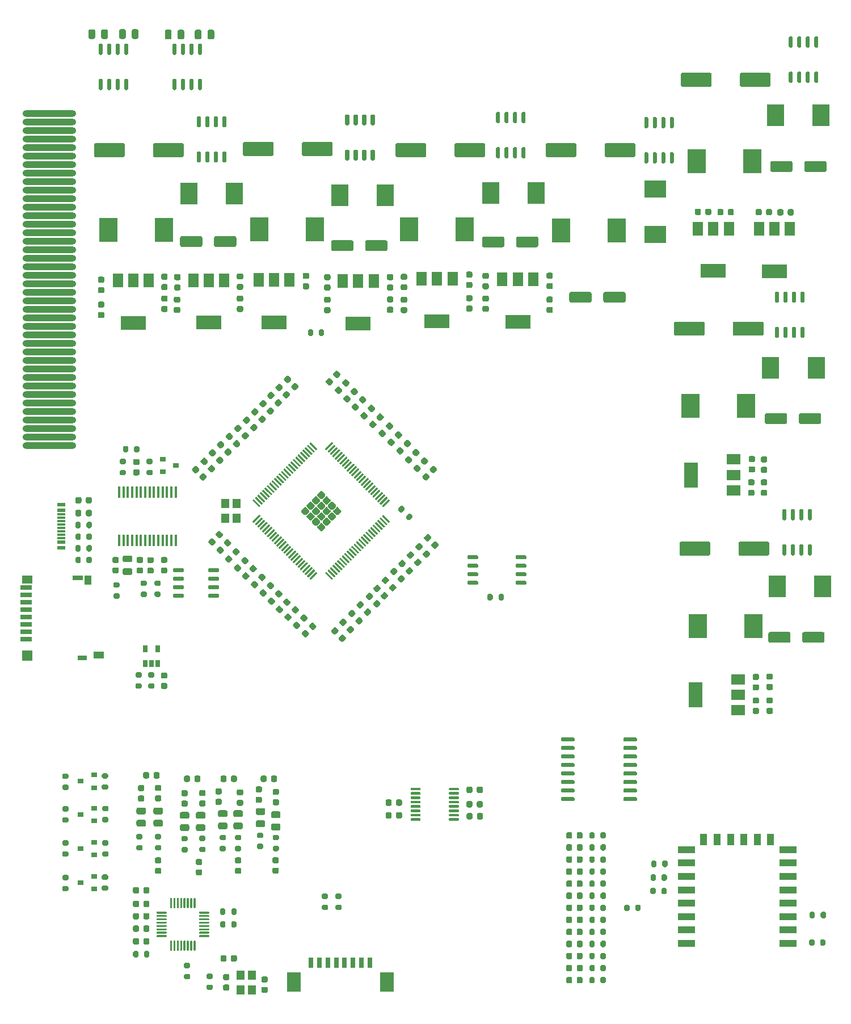
<source format=gbr>
%TF.GenerationSoftware,KiCad,Pcbnew,(5.1.9)-1*%
%TF.CreationDate,2021-07-02T17:33:52-07:00*%
%TF.ProjectId,MAD_P2,4d41445f-5032-42e6-9b69-6361645f7063,rev?*%
%TF.SameCoordinates,Original*%
%TF.FileFunction,Paste,Top*%
%TF.FilePolarity,Positive*%
%FSLAX46Y46*%
G04 Gerber Fmt 4.6, Leading zero omitted, Abs format (unit mm)*
G04 Created by KiCad (PCBNEW (5.1.9)-1) date 2021-07-02 17:33:52*
%MOMM*%
%LPD*%
G01*
G04 APERTURE LIST*
%ADD10O,8.000000X1.000000*%
%ADD11R,2.000000X1.500000*%
%ADD12R,2.000000X3.800000*%
%ADD13R,2.500000X3.300000*%
%ADD14R,3.300000X2.500000*%
%ADD15R,1.750000X0.700000*%
%ADD16R,1.500000X1.300000*%
%ADD17R,1.500000X0.800000*%
%ADD18R,1.000000X1.450000*%
%ADD19R,1.400000X0.800000*%
%ADD20R,1.500000X1.500000*%
%ADD21R,1.550000X1.000000*%
%ADD22R,1.160000X0.300000*%
%ADD23R,1.160000X0.600000*%
%ADD24R,2.700000X3.600000*%
%ADD25R,0.900000X0.800000*%
%ADD26C,0.100000*%
%ADD27R,1.500000X2.000000*%
%ADD28R,3.800000X2.000000*%
%ADD29R,0.650000X1.060000*%
%ADD30R,0.450000X1.750000*%
%ADD31R,2.500000X1.000000*%
%ADD32R,1.000000X1.800000*%
%ADD33R,1.200000X1.400000*%
%ADD34R,2.100000X3.000000*%
%ADD35R,0.800000X1.600000*%
G04 APERTURE END LIST*
%TO.C,C2*%
G36*
G01*
X450363571Y-80430683D02*
X450010017Y-80077129D01*
G75*
G02*
X450010017Y-79758931I159099J159099D01*
G01*
X450328215Y-79440733D01*
G75*
G02*
X450646413Y-79440733I159099J-159099D01*
G01*
X450999967Y-79794287D01*
G75*
G02*
X450999967Y-80112485I-159099J-159099D01*
G01*
X450681769Y-80430683D01*
G75*
G02*
X450363571Y-80430683I-159099J159099D01*
G01*
G37*
G36*
G01*
X451459587Y-79334667D02*
X451106033Y-78981113D01*
G75*
G02*
X451106033Y-78662915I159099J159099D01*
G01*
X451424231Y-78344717D01*
G75*
G02*
X451742429Y-78344717I159099J-159099D01*
G01*
X452095983Y-78698271D01*
G75*
G02*
X452095983Y-79016469I-159099J-159099D01*
G01*
X451777785Y-79334667D01*
G75*
G02*
X451459587Y-79334667I-159099J159099D01*
G01*
G37*
%TD*%
%TO.C,C7*%
G36*
G01*
X448856587Y-76731167D02*
X448503033Y-76377613D01*
G75*
G02*
X448503033Y-76059415I159099J159099D01*
G01*
X448821231Y-75741217D01*
G75*
G02*
X449139429Y-75741217I159099J-159099D01*
G01*
X449492983Y-76094771D01*
G75*
G02*
X449492983Y-76412969I-159099J-159099D01*
G01*
X449174785Y-76731167D01*
G75*
G02*
X448856587Y-76731167I-159099J159099D01*
G01*
G37*
G36*
G01*
X447760571Y-77827183D02*
X447407017Y-77473629D01*
G75*
G02*
X447407017Y-77155431I159099J159099D01*
G01*
X447725215Y-76837233D01*
G75*
G02*
X448043413Y-76837233I159099J-159099D01*
G01*
X448396967Y-77190787D01*
G75*
G02*
X448396967Y-77508985I-159099J-159099D01*
G01*
X448078769Y-77827183D01*
G75*
G02*
X447760571Y-77827183I-159099J159099D01*
G01*
G37*
%TD*%
%TO.C,C8*%
G36*
G01*
X447522587Y-75397667D02*
X447169033Y-75044113D01*
G75*
G02*
X447169033Y-74725915I159099J159099D01*
G01*
X447487231Y-74407717D01*
G75*
G02*
X447805429Y-74407717I159099J-159099D01*
G01*
X448158983Y-74761271D01*
G75*
G02*
X448158983Y-75079469I-159099J-159099D01*
G01*
X447840785Y-75397667D01*
G75*
G02*
X447522587Y-75397667I-159099J159099D01*
G01*
G37*
G36*
G01*
X446426571Y-76493683D02*
X446073017Y-76140129D01*
G75*
G02*
X446073017Y-75821931I159099J159099D01*
G01*
X446391215Y-75503733D01*
G75*
G02*
X446709413Y-75503733I159099J-159099D01*
G01*
X447062967Y-75857287D01*
G75*
G02*
X447062967Y-76175485I-159099J-159099D01*
G01*
X446744769Y-76493683D01*
G75*
G02*
X446426571Y-76493683I-159099J159099D01*
G01*
G37*
%TD*%
%TO.C,C14*%
G36*
G01*
X442411571Y-72571283D02*
X442058017Y-72217729D01*
G75*
G02*
X442058017Y-71899531I159099J159099D01*
G01*
X442376215Y-71581333D01*
G75*
G02*
X442694413Y-71581333I159099J-159099D01*
G01*
X443047967Y-71934887D01*
G75*
G02*
X443047967Y-72253085I-159099J-159099D01*
G01*
X442729769Y-72571283D01*
G75*
G02*
X442411571Y-72571283I-159099J159099D01*
G01*
G37*
G36*
G01*
X443507587Y-71475267D02*
X443154033Y-71121713D01*
G75*
G02*
X443154033Y-70803515I159099J159099D01*
G01*
X443472231Y-70485317D01*
G75*
G02*
X443790429Y-70485317I159099J-159099D01*
G01*
X444143983Y-70838871D01*
G75*
G02*
X444143983Y-71157069I-159099J-159099D01*
G01*
X443825785Y-71475267D01*
G75*
G02*
X443507587Y-71475267I-159099J159099D01*
G01*
G37*
%TD*%
%TO.C,C12*%
G36*
G01*
X454063587Y-81874667D02*
X453710033Y-81521113D01*
G75*
G02*
X453710033Y-81202915I159099J159099D01*
G01*
X454028231Y-80884717D01*
G75*
G02*
X454346429Y-80884717I159099J-159099D01*
G01*
X454699983Y-81238271D01*
G75*
G02*
X454699983Y-81556469I-159099J-159099D01*
G01*
X454381785Y-81874667D01*
G75*
G02*
X454063587Y-81874667I-159099J159099D01*
G01*
G37*
G36*
G01*
X452967571Y-82970683D02*
X452614017Y-82617129D01*
G75*
G02*
X452614017Y-82298931I159099J159099D01*
G01*
X452932215Y-81980733D01*
G75*
G02*
X453250413Y-81980733I159099J-159099D01*
G01*
X453603967Y-82334287D01*
G75*
G02*
X453603967Y-82652485I-159099J-159099D01*
G01*
X453285769Y-82970683D01*
G75*
G02*
X452967571Y-82970683I-159099J159099D01*
G01*
G37*
%TD*%
%TO.C,C19*%
G36*
G01*
X440994587Y-68971567D02*
X440641033Y-68618013D01*
G75*
G02*
X440641033Y-68299815I159099J159099D01*
G01*
X440959231Y-67981617D01*
G75*
G02*
X441277429Y-67981617I159099J-159099D01*
G01*
X441630983Y-68335171D01*
G75*
G02*
X441630983Y-68653369I-159099J-159099D01*
G01*
X441312785Y-68971567D01*
G75*
G02*
X440994587Y-68971567I-159099J159099D01*
G01*
G37*
G36*
G01*
X439898571Y-70067583D02*
X439545017Y-69714029D01*
G75*
G02*
X439545017Y-69395831I159099J159099D01*
G01*
X439863215Y-69077633D01*
G75*
G02*
X440181413Y-69077633I159099J-159099D01*
G01*
X440534967Y-69431187D01*
G75*
G02*
X440534967Y-69749385I-159099J-159099D01*
G01*
X440216769Y-70067583D01*
G75*
G02*
X439898571Y-70067583I-159099J159099D01*
G01*
G37*
%TD*%
%TO.C,C20*%
G36*
G01*
X439635587Y-67701567D02*
X439282033Y-67348013D01*
G75*
G02*
X439282033Y-67029815I159099J159099D01*
G01*
X439600231Y-66711617D01*
G75*
G02*
X439918429Y-66711617I159099J-159099D01*
G01*
X440271983Y-67065171D01*
G75*
G02*
X440271983Y-67383369I-159099J-159099D01*
G01*
X439953785Y-67701567D01*
G75*
G02*
X439635587Y-67701567I-159099J159099D01*
G01*
G37*
G36*
G01*
X438539571Y-68797583D02*
X438186017Y-68444029D01*
G75*
G02*
X438186017Y-68125831I159099J159099D01*
G01*
X438504215Y-67807633D01*
G75*
G02*
X438822413Y-67807633I159099J-159099D01*
G01*
X439175967Y-68161187D01*
G75*
G02*
X439175967Y-68479385I-159099J-159099D01*
G01*
X438857769Y-68797583D01*
G75*
G02*
X438539571Y-68797583I-159099J159099D01*
G01*
G37*
%TD*%
%TO.C,C13*%
G36*
G01*
X443721571Y-73864783D02*
X443368017Y-73511229D01*
G75*
G02*
X443368017Y-73193031I159099J159099D01*
G01*
X443686215Y-72874833D01*
G75*
G02*
X444004413Y-72874833I159099J-159099D01*
G01*
X444357967Y-73228387D01*
G75*
G02*
X444357967Y-73546585I-159099J-159099D01*
G01*
X444039769Y-73864783D01*
G75*
G02*
X443721571Y-73864783I-159099J159099D01*
G01*
G37*
G36*
G01*
X444817587Y-72768767D02*
X444464033Y-72415213D01*
G75*
G02*
X444464033Y-72097015I159099J159099D01*
G01*
X444782231Y-71778817D01*
G75*
G02*
X445100429Y-71778817I159099J-159099D01*
G01*
X445453983Y-72132371D01*
G75*
G02*
X445453983Y-72450569I-159099J-159099D01*
G01*
X445135785Y-72768767D01*
G75*
G02*
X444817587Y-72768767I-159099J159099D01*
G01*
G37*
%TD*%
%TO.C,C1*%
G36*
G01*
X451633571Y-81700683D02*
X451280017Y-81347129D01*
G75*
G02*
X451280017Y-81028931I159099J159099D01*
G01*
X451598215Y-80710733D01*
G75*
G02*
X451916413Y-80710733I159099J-159099D01*
G01*
X452269967Y-81064287D01*
G75*
G02*
X452269967Y-81382485I-159099J-159099D01*
G01*
X451951769Y-81700683D01*
G75*
G02*
X451633571Y-81700683I-159099J159099D01*
G01*
G37*
G36*
G01*
X452729587Y-80604667D02*
X452376033Y-80251113D01*
G75*
G02*
X452376033Y-79932915I159099J159099D01*
G01*
X452694231Y-79614717D01*
G75*
G02*
X453012429Y-79614717I159099J-159099D01*
G01*
X453365983Y-79968271D01*
G75*
G02*
X453365983Y-80286469I-159099J-159099D01*
G01*
X453047785Y-80604667D01*
G75*
G02*
X452729587Y-80604667I-159099J159099D01*
G01*
G37*
%TD*%
%TO.C,C42*%
G36*
G01*
X441168571Y-71350583D02*
X440815017Y-70997029D01*
G75*
G02*
X440815017Y-70678831I159099J159099D01*
G01*
X441133215Y-70360633D01*
G75*
G02*
X441451413Y-70360633I159099J-159099D01*
G01*
X441804967Y-70714187D01*
G75*
G02*
X441804967Y-71032385I-159099J-159099D01*
G01*
X441486769Y-71350583D01*
G75*
G02*
X441168571Y-71350583I-159099J159099D01*
G01*
G37*
G36*
G01*
X442264587Y-70254567D02*
X441911033Y-69901013D01*
G75*
G02*
X441911033Y-69582815I159099J159099D01*
G01*
X442229231Y-69264617D01*
G75*
G02*
X442547429Y-69264617I159099J-159099D01*
G01*
X442900983Y-69618171D01*
G75*
G02*
X442900983Y-69936369I-159099J-159099D01*
G01*
X442582785Y-70254567D01*
G75*
G02*
X442264587Y-70254567I-159099J159099D01*
G01*
G37*
%TD*%
%TO.C,C48*%
G36*
G01*
X450189587Y-78001167D02*
X449836033Y-77647613D01*
G75*
G02*
X449836033Y-77329415I159099J159099D01*
G01*
X450154231Y-77011217D01*
G75*
G02*
X450472429Y-77011217I159099J-159099D01*
G01*
X450825983Y-77364771D01*
G75*
G02*
X450825983Y-77682969I-159099J-159099D01*
G01*
X450507785Y-78001167D01*
G75*
G02*
X450189587Y-78001167I-159099J159099D01*
G01*
G37*
G36*
G01*
X449093571Y-79097183D02*
X448740017Y-78743629D01*
G75*
G02*
X448740017Y-78425431I159099J159099D01*
G01*
X449058215Y-78107233D01*
G75*
G02*
X449376413Y-78107233I159099J-159099D01*
G01*
X449729967Y-78460787D01*
G75*
G02*
X449729967Y-78778985I-159099J-159099D01*
G01*
X449411769Y-79097183D01*
G75*
G02*
X449093571Y-79097183I-159099J159099D01*
G01*
G37*
%TD*%
%TO.C,C47*%
G36*
G01*
X446125587Y-74064167D02*
X445772033Y-73710613D01*
G75*
G02*
X445772033Y-73392415I159099J159099D01*
G01*
X446090231Y-73074217D01*
G75*
G02*
X446408429Y-73074217I159099J-159099D01*
G01*
X446761983Y-73427771D01*
G75*
G02*
X446761983Y-73745969I-159099J-159099D01*
G01*
X446443785Y-74064167D01*
G75*
G02*
X446125587Y-74064167I-159099J159099D01*
G01*
G37*
G36*
G01*
X445029571Y-75160183D02*
X444676017Y-74806629D01*
G75*
G02*
X444676017Y-74488431I159099J159099D01*
G01*
X444994215Y-74170233D01*
G75*
G02*
X445312413Y-74170233I159099J-159099D01*
G01*
X445665967Y-74523787D01*
G75*
G02*
X445665967Y-74841985I-159099J-159099D01*
G01*
X445347769Y-75160183D01*
G75*
G02*
X445029571Y-75160183I-159099J159099D01*
G01*
G37*
%TD*%
D10*
%TO.C,J6*%
X396900000Y-29565600D03*
X396900000Y-28295600D03*
X396900000Y-30835600D03*
X396900000Y-32105600D03*
X396900000Y-33375600D03*
X396900000Y-34645600D03*
X396900000Y-35915600D03*
X396900000Y-37185600D03*
X396900000Y-38455600D03*
X396900000Y-39725600D03*
X396900000Y-40995600D03*
X396900000Y-42265600D03*
X396900000Y-43535600D03*
X396900000Y-44805600D03*
X396900000Y-46075600D03*
X396900000Y-47345600D03*
X396900000Y-48615600D03*
X396900000Y-49885600D03*
X396900000Y-51155600D03*
X396900000Y-52425600D03*
X396900000Y-53695600D03*
X396900000Y-54965600D03*
X396900000Y-56235600D03*
X396900000Y-57505600D03*
X396900000Y-58775600D03*
X396900000Y-60045600D03*
X396900000Y-61315600D03*
X396900000Y-62585600D03*
X396900000Y-63855600D03*
X396900000Y-65125600D03*
X396900000Y-66395600D03*
X396900000Y-67665600D03*
X396900000Y-68935600D03*
X396900000Y-70205600D03*
X396900000Y-71475600D03*
X396900000Y-72745600D03*
X396900000Y-74015600D03*
X396900000Y-75285600D03*
X396900000Y-76555600D03*
X396900000Y-77825600D03*
%TD*%
%TO.C,C28*%
G36*
G01*
X441527017Y-102726571D02*
X441880571Y-102373017D01*
G75*
G02*
X442198769Y-102373017I159099J-159099D01*
G01*
X442516967Y-102691215D01*
G75*
G02*
X442516967Y-103009413I-159099J-159099D01*
G01*
X442163413Y-103362967D01*
G75*
G02*
X441845215Y-103362967I-159099J159099D01*
G01*
X441527017Y-103044769D01*
G75*
G02*
X441527017Y-102726571I159099J159099D01*
G01*
G37*
G36*
G01*
X442623033Y-103822587D02*
X442976587Y-103469033D01*
G75*
G02*
X443294785Y-103469033I159099J-159099D01*
G01*
X443612983Y-103787231D01*
G75*
G02*
X443612983Y-104105429I-159099J-159099D01*
G01*
X443259429Y-104458983D01*
G75*
G02*
X442941231Y-104458983I-159099J159099D01*
G01*
X442623033Y-104140785D01*
G75*
G02*
X442623033Y-103822587I159099J159099D01*
G01*
G37*
%TD*%
%TO.C,C33*%
G36*
G01*
X445251033Y-101269587D02*
X445604587Y-100916033D01*
G75*
G02*
X445922785Y-100916033I159099J-159099D01*
G01*
X446240983Y-101234231D01*
G75*
G02*
X446240983Y-101552429I-159099J-159099D01*
G01*
X445887429Y-101905983D01*
G75*
G02*
X445569231Y-101905983I-159099J159099D01*
G01*
X445251033Y-101587785D01*
G75*
G02*
X445251033Y-101269587I159099J159099D01*
G01*
G37*
G36*
G01*
X444155017Y-100173571D02*
X444508571Y-99820017D01*
G75*
G02*
X444826769Y-99820017I159099J-159099D01*
G01*
X445144967Y-100138215D01*
G75*
G02*
X445144967Y-100456413I-159099J-159099D01*
G01*
X444791413Y-100809967D01*
G75*
G02*
X444473215Y-100809967I-159099J159099D01*
G01*
X444155017Y-100491769D01*
G75*
G02*
X444155017Y-100173571I159099J159099D01*
G01*
G37*
%TD*%
%TO.C,C39*%
G36*
G01*
X447801017Y-96465571D02*
X448154571Y-96112017D01*
G75*
G02*
X448472769Y-96112017I159099J-159099D01*
G01*
X448790967Y-96430215D01*
G75*
G02*
X448790967Y-96748413I-159099J-159099D01*
G01*
X448437413Y-97101967D01*
G75*
G02*
X448119215Y-97101967I-159099J159099D01*
G01*
X447801017Y-96783769D01*
G75*
G02*
X447801017Y-96465571I159099J159099D01*
G01*
G37*
G36*
G01*
X448897033Y-97561587D02*
X449250587Y-97208033D01*
G75*
G02*
X449568785Y-97208033I159099J-159099D01*
G01*
X449886983Y-97526231D01*
G75*
G02*
X449886983Y-97844429I-159099J-159099D01*
G01*
X449533429Y-98197983D01*
G75*
G02*
X449215231Y-98197983I-159099J159099D01*
G01*
X448897033Y-97879785D01*
G75*
G02*
X448897033Y-97561587I159099J159099D01*
G01*
G37*
%TD*%
%TO.C,C40*%
G36*
G01*
X449033017Y-95271771D02*
X449386571Y-94918217D01*
G75*
G02*
X449704769Y-94918217I159099J-159099D01*
G01*
X450022967Y-95236415D01*
G75*
G02*
X450022967Y-95554613I-159099J-159099D01*
G01*
X449669413Y-95908167D01*
G75*
G02*
X449351215Y-95908167I-159099J159099D01*
G01*
X449033017Y-95589969D01*
G75*
G02*
X449033017Y-95271771I159099J159099D01*
G01*
G37*
G36*
G01*
X450129033Y-96367787D02*
X450482587Y-96014233D01*
G75*
G02*
X450800785Y-96014233I159099J-159099D01*
G01*
X451118983Y-96332431D01*
G75*
G02*
X451118983Y-96650629I-159099J-159099D01*
G01*
X450765429Y-97004183D01*
G75*
G02*
X450447231Y-97004183I-159099J159099D01*
G01*
X450129033Y-96685985D01*
G75*
G02*
X450129033Y-96367787I159099J159099D01*
G01*
G37*
%TD*%
%TO.C,C34*%
G36*
G01*
X446395033Y-100076187D02*
X446748587Y-99722633D01*
G75*
G02*
X447066785Y-99722633I159099J-159099D01*
G01*
X447384983Y-100040831D01*
G75*
G02*
X447384983Y-100359029I-159099J-159099D01*
G01*
X447031429Y-100712583D01*
G75*
G02*
X446713231Y-100712583I-159099J159099D01*
G01*
X446395033Y-100394385D01*
G75*
G02*
X446395033Y-100076187I159099J159099D01*
G01*
G37*
G36*
G01*
X445299017Y-98980171D02*
X445652571Y-98626617D01*
G75*
G02*
X445970769Y-98626617I159099J-159099D01*
G01*
X446288967Y-98944815D01*
G75*
G02*
X446288967Y-99263013I-159099J-159099D01*
G01*
X445935413Y-99616567D01*
G75*
G02*
X445617215Y-99616567I-159099J159099D01*
G01*
X445299017Y-99298369D01*
G75*
G02*
X445299017Y-98980171I159099J159099D01*
G01*
G37*
%TD*%
%TO.C,C27*%
G36*
G01*
X440229017Y-104032571D02*
X440582571Y-103679017D01*
G75*
G02*
X440900769Y-103679017I159099J-159099D01*
G01*
X441218967Y-103997215D01*
G75*
G02*
X441218967Y-104315413I-159099J-159099D01*
G01*
X440865413Y-104668967D01*
G75*
G02*
X440547215Y-104668967I-159099J159099D01*
G01*
X440229017Y-104350769D01*
G75*
G02*
X440229017Y-104032571I159099J159099D01*
G01*
G37*
G36*
G01*
X441325033Y-105128587D02*
X441678587Y-104775033D01*
G75*
G02*
X441996785Y-104775033I159099J-159099D01*
G01*
X442314983Y-105093231D01*
G75*
G02*
X442314983Y-105411429I-159099J-159099D01*
G01*
X441961429Y-105764983D01*
G75*
G02*
X441643231Y-105764983I-159099J159099D01*
G01*
X441325033Y-105446785D01*
G75*
G02*
X441325033Y-105128587I159099J159099D01*
G01*
G37*
%TD*%
%TO.C,C46*%
G36*
G01*
X453939033Y-92519687D02*
X454292587Y-92166133D01*
G75*
G02*
X454610785Y-92166133I159099J-159099D01*
G01*
X454928983Y-92484331D01*
G75*
G02*
X454928983Y-92802529I-159099J-159099D01*
G01*
X454575429Y-93156083D01*
G75*
G02*
X454257231Y-93156083I-159099J159099D01*
G01*
X453939033Y-92837885D01*
G75*
G02*
X453939033Y-92519687I159099J159099D01*
G01*
G37*
G36*
G01*
X452843017Y-91423671D02*
X453196571Y-91070117D01*
G75*
G02*
X453514769Y-91070117I159099J-159099D01*
G01*
X453832967Y-91388315D01*
G75*
G02*
X453832967Y-91706513I-159099J-159099D01*
G01*
X453479413Y-92060067D01*
G75*
G02*
X453161215Y-92060067I-159099J159099D01*
G01*
X452843017Y-91741869D01*
G75*
G02*
X452843017Y-91423671I159099J159099D01*
G01*
G37*
%TD*%
%TO.C,C45*%
G36*
G01*
X452669033Y-93853187D02*
X453022587Y-93499633D01*
G75*
G02*
X453340785Y-93499633I159099J-159099D01*
G01*
X453658983Y-93817831D01*
G75*
G02*
X453658983Y-94136029I-159099J-159099D01*
G01*
X453305429Y-94489583D01*
G75*
G02*
X452987231Y-94489583I-159099J159099D01*
G01*
X452669033Y-94171385D01*
G75*
G02*
X452669033Y-93853187I159099J159099D01*
G01*
G37*
G36*
G01*
X451573017Y-92757171D02*
X451926571Y-92403617D01*
G75*
G02*
X452244769Y-92403617I159099J-159099D01*
G01*
X452562967Y-92721815D01*
G75*
G02*
X452562967Y-93040013I-159099J-159099D01*
G01*
X452209413Y-93393567D01*
G75*
G02*
X451891215Y-93393567I-159099J159099D01*
G01*
X451573017Y-93075369D01*
G75*
G02*
X451573017Y-92757171I159099J159099D01*
G01*
G37*
%TD*%
%TO.C,C11*%
G36*
G01*
X443893033Y-102514587D02*
X444246587Y-102161033D01*
G75*
G02*
X444564785Y-102161033I159099J-159099D01*
G01*
X444882983Y-102479231D01*
G75*
G02*
X444882983Y-102797429I-159099J-159099D01*
G01*
X444529429Y-103150983D01*
G75*
G02*
X444211231Y-103150983I-159099J159099D01*
G01*
X443893033Y-102832785D01*
G75*
G02*
X443893033Y-102514587I159099J159099D01*
G01*
G37*
G36*
G01*
X442797017Y-101418571D02*
X443150571Y-101065017D01*
G75*
G02*
X443468769Y-101065017I159099J-159099D01*
G01*
X443786967Y-101383215D01*
G75*
G02*
X443786967Y-101701413I-159099J-159099D01*
G01*
X443433413Y-102054967D01*
G75*
G02*
X443115215Y-102054967I-159099J159099D01*
G01*
X442797017Y-101736769D01*
G75*
G02*
X442797017Y-101418571I159099J159099D01*
G01*
G37*
%TD*%
%TO.C,C17*%
G36*
G01*
X439011017Y-105304571D02*
X439364571Y-104951017D01*
G75*
G02*
X439682769Y-104951017I159099J-159099D01*
G01*
X440000967Y-105269215D01*
G75*
G02*
X440000967Y-105587413I-159099J-159099D01*
G01*
X439647413Y-105940967D01*
G75*
G02*
X439329215Y-105940967I-159099J159099D01*
G01*
X439011017Y-105622769D01*
G75*
G02*
X439011017Y-105304571I159099J159099D01*
G01*
G37*
G36*
G01*
X440107033Y-106400587D02*
X440460587Y-106047033D01*
G75*
G02*
X440778785Y-106047033I159099J-159099D01*
G01*
X441096983Y-106365231D01*
G75*
G02*
X441096983Y-106683429I-159099J-159099D01*
G01*
X440743429Y-107036983D01*
G75*
G02*
X440425231Y-107036983I-159099J159099D01*
G01*
X440107033Y-106718785D01*
G75*
G02*
X440107033Y-106400587I159099J159099D01*
G01*
G37*
%TD*%
%TO.C,C5*%
G36*
G01*
X450287017Y-93999871D02*
X450640571Y-93646317D01*
G75*
G02*
X450958769Y-93646317I159099J-159099D01*
G01*
X451276967Y-93964515D01*
G75*
G02*
X451276967Y-94282713I-159099J-159099D01*
G01*
X450923413Y-94636267D01*
G75*
G02*
X450605215Y-94636267I-159099J159099D01*
G01*
X450287017Y-94318069D01*
G75*
G02*
X450287017Y-93999871I159099J159099D01*
G01*
G37*
G36*
G01*
X451383033Y-95095887D02*
X451736587Y-94742333D01*
G75*
G02*
X452054785Y-94742333I159099J-159099D01*
G01*
X452372983Y-95060531D01*
G75*
G02*
X452372983Y-95378729I-159099J-159099D01*
G01*
X452019429Y-95732283D01*
G75*
G02*
X451701231Y-95732283I-159099J159099D01*
G01*
X451383033Y-95414085D01*
G75*
G02*
X451383033Y-95095887I159099J159099D01*
G01*
G37*
%TD*%
%TO.C,C6*%
G36*
G01*
X446543017Y-97760971D02*
X446896571Y-97407417D01*
G75*
G02*
X447214769Y-97407417I159099J-159099D01*
G01*
X447532967Y-97725615D01*
G75*
G02*
X447532967Y-98043813I-159099J-159099D01*
G01*
X447179413Y-98397367D01*
G75*
G02*
X446861215Y-98397367I-159099J159099D01*
G01*
X446543017Y-98079169D01*
G75*
G02*
X446543017Y-97760971I159099J159099D01*
G01*
G37*
G36*
G01*
X447639033Y-98856987D02*
X447992587Y-98503433D01*
G75*
G02*
X448310785Y-98503433I159099J-159099D01*
G01*
X448628983Y-98821631D01*
G75*
G02*
X448628983Y-99139829I-159099J-159099D01*
G01*
X448275429Y-99493383D01*
G75*
G02*
X447957231Y-99493383I-159099J159099D01*
G01*
X447639033Y-99175185D01*
G75*
G02*
X447639033Y-98856987I159099J159099D01*
G01*
G37*
%TD*%
%TO.C,R55*%
G36*
G01*
X410062000Y-135745000D02*
X410612000Y-135745000D01*
G75*
G02*
X410812000Y-135945000I0J-200000D01*
G01*
X410812000Y-136345000D01*
G75*
G02*
X410612000Y-136545000I-200000J0D01*
G01*
X410062000Y-136545000D01*
G75*
G02*
X409862000Y-136345000I0J200000D01*
G01*
X409862000Y-135945000D01*
G75*
G02*
X410062000Y-135745000I200000J0D01*
G01*
G37*
G36*
G01*
X410062000Y-137395000D02*
X410612000Y-137395000D01*
G75*
G02*
X410812000Y-137595000I0J-200000D01*
G01*
X410812000Y-137995000D01*
G75*
G02*
X410612000Y-138195000I-200000J0D01*
G01*
X410062000Y-138195000D01*
G75*
G02*
X409862000Y-137995000I0J200000D01*
G01*
X409862000Y-137595000D01*
G75*
G02*
X410062000Y-137395000I200000J0D01*
G01*
G37*
%TD*%
%TO.C,R65*%
G36*
G01*
X410140999Y-131798000D02*
X411041001Y-131798000D01*
G75*
G02*
X411291000Y-132047999I0J-249999D01*
G01*
X411291000Y-132573001D01*
G75*
G02*
X411041001Y-132823000I-249999J0D01*
G01*
X410140999Y-132823000D01*
G75*
G02*
X409891000Y-132573001I0J249999D01*
G01*
X409891000Y-132047999D01*
G75*
G02*
X410140999Y-131798000I249999J0D01*
G01*
G37*
G36*
G01*
X410140999Y-133623000D02*
X411041001Y-133623000D01*
G75*
G02*
X411291000Y-133872999I0J-249999D01*
G01*
X411291000Y-134398001D01*
G75*
G02*
X411041001Y-134648000I-249999J0D01*
G01*
X410140999Y-134648000D01*
G75*
G02*
X409891000Y-134398001I0J249999D01*
G01*
X409891000Y-133872999D01*
G75*
G02*
X410140999Y-133623000I249999J0D01*
G01*
G37*
%TD*%
%TO.C,C129*%
G36*
G01*
X410841000Y-129355000D02*
X410341000Y-129355000D01*
G75*
G02*
X410116000Y-129130000I0J225000D01*
G01*
X410116000Y-128680000D01*
G75*
G02*
X410341000Y-128455000I225000J0D01*
G01*
X410841000Y-128455000D01*
G75*
G02*
X411066000Y-128680000I0J-225000D01*
G01*
X411066000Y-129130000D01*
G75*
G02*
X410841000Y-129355000I-225000J0D01*
G01*
G37*
G36*
G01*
X410841000Y-130905000D02*
X410341000Y-130905000D01*
G75*
G02*
X410116000Y-130680000I0J225000D01*
G01*
X410116000Y-130230000D01*
G75*
G02*
X410341000Y-130005000I225000J0D01*
G01*
X410841000Y-130005000D01*
G75*
G02*
X411066000Y-130230000I0J-225000D01*
G01*
X411066000Y-130680000D01*
G75*
G02*
X410841000Y-130905000I-225000J0D01*
G01*
G37*
%TD*%
D11*
%TO.C,U18*%
X498964000Y-84478500D03*
X498964000Y-79878500D03*
X498964000Y-82178500D03*
D12*
X492664000Y-82178500D03*
%TD*%
%TO.C,C83*%
G36*
G01*
X501485000Y-80923500D02*
X501985000Y-80923500D01*
G75*
G02*
X502210000Y-81148500I0J-225000D01*
G01*
X502210000Y-81598500D01*
G75*
G02*
X501985000Y-81823500I-225000J0D01*
G01*
X501485000Y-81823500D01*
G75*
G02*
X501260000Y-81598500I0J225000D01*
G01*
X501260000Y-81148500D01*
G75*
G02*
X501485000Y-80923500I225000J0D01*
G01*
G37*
G36*
G01*
X501485000Y-79373500D02*
X501985000Y-79373500D01*
G75*
G02*
X502210000Y-79598500I0J-225000D01*
G01*
X502210000Y-80048500D01*
G75*
G02*
X501985000Y-80273500I-225000J0D01*
G01*
X501485000Y-80273500D01*
G75*
G02*
X501260000Y-80048500I0J225000D01*
G01*
X501260000Y-79598500D01*
G75*
G02*
X501485000Y-79373500I225000J0D01*
G01*
G37*
%TD*%
%TO.C,C87*%
G36*
G01*
X503305000Y-79433000D02*
X503805000Y-79433000D01*
G75*
G02*
X504030000Y-79658000I0J-225000D01*
G01*
X504030000Y-80108000D01*
G75*
G02*
X503805000Y-80333000I-225000J0D01*
G01*
X503305000Y-80333000D01*
G75*
G02*
X503080000Y-80108000I0J225000D01*
G01*
X503080000Y-79658000D01*
G75*
G02*
X503305000Y-79433000I225000J0D01*
G01*
G37*
G36*
G01*
X503305000Y-80983000D02*
X503805000Y-80983000D01*
G75*
G02*
X504030000Y-81208000I0J-225000D01*
G01*
X504030000Y-81658000D01*
G75*
G02*
X503805000Y-81883000I-225000J0D01*
G01*
X503305000Y-81883000D01*
G75*
G02*
X503080000Y-81658000I0J225000D01*
G01*
X503080000Y-81208000D01*
G75*
G02*
X503305000Y-80983000I225000J0D01*
G01*
G37*
%TD*%
%TO.C,C86*%
G36*
G01*
X503305000Y-82849000D02*
X503805000Y-82849000D01*
G75*
G02*
X504030000Y-83074000I0J-225000D01*
G01*
X504030000Y-83524000D01*
G75*
G02*
X503805000Y-83749000I-225000J0D01*
G01*
X503305000Y-83749000D01*
G75*
G02*
X503080000Y-83524000I0J225000D01*
G01*
X503080000Y-83074000D01*
G75*
G02*
X503305000Y-82849000I225000J0D01*
G01*
G37*
G36*
G01*
X503305000Y-84399000D02*
X503805000Y-84399000D01*
G75*
G02*
X504030000Y-84624000I0J-225000D01*
G01*
X504030000Y-85074000D01*
G75*
G02*
X503805000Y-85299000I-225000J0D01*
G01*
X503305000Y-85299000D01*
G75*
G02*
X503080000Y-85074000I0J225000D01*
G01*
X503080000Y-84624000D01*
G75*
G02*
X503305000Y-84399000I225000J0D01*
G01*
G37*
%TD*%
%TO.C,C82*%
G36*
G01*
X501400000Y-84399000D02*
X501900000Y-84399000D01*
G75*
G02*
X502125000Y-84624000I0J-225000D01*
G01*
X502125000Y-85074000D01*
G75*
G02*
X501900000Y-85299000I-225000J0D01*
G01*
X501400000Y-85299000D01*
G75*
G02*
X501175000Y-85074000I0J225000D01*
G01*
X501175000Y-84624000D01*
G75*
G02*
X501400000Y-84399000I225000J0D01*
G01*
G37*
G36*
G01*
X501400000Y-82849000D02*
X501900000Y-82849000D01*
G75*
G02*
X502125000Y-83074000I0J-225000D01*
G01*
X502125000Y-83524000D01*
G75*
G02*
X501900000Y-83749000I-225000J0D01*
G01*
X501400000Y-83749000D01*
G75*
G02*
X501175000Y-83524000I0J225000D01*
G01*
X501175000Y-83074000D01*
G75*
G02*
X501400000Y-82849000I225000J0D01*
G01*
G37*
%TD*%
%TO.C,C50*%
G36*
G01*
X475562000Y-32950000D02*
X475562000Y-34550000D01*
G75*
G02*
X475312000Y-34800000I-250000J0D01*
G01*
X471212000Y-34800000D01*
G75*
G02*
X470962000Y-34550000I0J250000D01*
G01*
X470962000Y-32950000D01*
G75*
G02*
X471212000Y-32700000I250000J0D01*
G01*
X475312000Y-32700000D01*
G75*
G02*
X475562000Y-32950000I0J-250000D01*
G01*
G37*
G36*
G01*
X484362000Y-32950000D02*
X484362000Y-34550000D01*
G75*
G02*
X484112000Y-34800000I-250000J0D01*
G01*
X480012000Y-34800000D01*
G75*
G02*
X479762000Y-34550000I0J250000D01*
G01*
X479762000Y-32950000D01*
G75*
G02*
X480012000Y-32700000I250000J0D01*
G01*
X484112000Y-32700000D01*
G75*
G02*
X484362000Y-32950000I0J-250000D01*
G01*
G37*
%TD*%
%TO.C,C79*%
G36*
G01*
X503673000Y-74337000D02*
X503673000Y-73237000D01*
G75*
G02*
X503923000Y-72987000I250000J0D01*
G01*
X506748000Y-72987000D01*
G75*
G02*
X506998000Y-73237000I0J-250000D01*
G01*
X506998000Y-74337000D01*
G75*
G02*
X506748000Y-74587000I-250000J0D01*
G01*
X503923000Y-74587000D01*
G75*
G02*
X503673000Y-74337000I0J250000D01*
G01*
G37*
G36*
G01*
X508748000Y-74337000D02*
X508748000Y-73237000D01*
G75*
G02*
X508998000Y-72987000I250000J0D01*
G01*
X511823000Y-72987000D01*
G75*
G02*
X512073000Y-73237000I0J-250000D01*
G01*
X512073000Y-74337000D01*
G75*
G02*
X511823000Y-74587000I-250000J0D01*
G01*
X508998000Y-74587000D01*
G75*
G02*
X508748000Y-74337000I0J250000D01*
G01*
G37*
%TD*%
%TO.C,C3*%
G36*
G01*
X423624429Y-91832117D02*
X423977983Y-92185671D01*
G75*
G02*
X423977983Y-92503869I-159099J-159099D01*
G01*
X423659785Y-92822067D01*
G75*
G02*
X423341587Y-92822067I-159099J159099D01*
G01*
X422988033Y-92468513D01*
G75*
G02*
X422988033Y-92150315I159099J159099D01*
G01*
X423306231Y-91832117D01*
G75*
G02*
X423624429Y-91832117I159099J-159099D01*
G01*
G37*
G36*
G01*
X422528413Y-92928133D02*
X422881967Y-93281687D01*
G75*
G02*
X422881967Y-93599885I-159099J-159099D01*
G01*
X422563769Y-93918083D01*
G75*
G02*
X422245571Y-93918083I-159099J159099D01*
G01*
X421892017Y-93564529D01*
G75*
G02*
X421892017Y-93246331I159099J159099D01*
G01*
X422210215Y-92928133D01*
G75*
G02*
X422528413Y-92928133I159099J-159099D01*
G01*
G37*
%TD*%
%TO.C,C4*%
G36*
G01*
X424894429Y-93152917D02*
X425247983Y-93506471D01*
G75*
G02*
X425247983Y-93824669I-159099J-159099D01*
G01*
X424929785Y-94142867D01*
G75*
G02*
X424611587Y-94142867I-159099J159099D01*
G01*
X424258033Y-93789313D01*
G75*
G02*
X424258033Y-93471115I159099J159099D01*
G01*
X424576231Y-93152917D01*
G75*
G02*
X424894429Y-93152917I159099J-159099D01*
G01*
G37*
G36*
G01*
X423798413Y-94248933D02*
X424151967Y-94602487D01*
G75*
G02*
X424151967Y-94920685I-159099J-159099D01*
G01*
X423833769Y-95238883D01*
G75*
G02*
X423515571Y-95238883I-159099J159099D01*
G01*
X423162017Y-94885329D01*
G75*
G02*
X423162017Y-94567131I159099J159099D01*
G01*
X423480215Y-94248933D01*
G75*
G02*
X423798413Y-94248933I159099J-159099D01*
G01*
G37*
%TD*%
%TO.C,C9*%
G36*
G01*
X426351413Y-96776233D02*
X426704967Y-97129787D01*
G75*
G02*
X426704967Y-97447985I-159099J-159099D01*
G01*
X426386769Y-97766183D01*
G75*
G02*
X426068571Y-97766183I-159099J159099D01*
G01*
X425715017Y-97412629D01*
G75*
G02*
X425715017Y-97094431I159099J159099D01*
G01*
X426033215Y-96776233D01*
G75*
G02*
X426351413Y-96776233I159099J-159099D01*
G01*
G37*
G36*
G01*
X427447429Y-95680217D02*
X427800983Y-96033771D01*
G75*
G02*
X427800983Y-96351969I-159099J-159099D01*
G01*
X427482785Y-96670167D01*
G75*
G02*
X427164587Y-96670167I-159099J159099D01*
G01*
X426811033Y-96316613D01*
G75*
G02*
X426811033Y-95998415I159099J159099D01*
G01*
X427129231Y-95680217D01*
G75*
G02*
X427447429Y-95680217I159099J-159099D01*
G01*
G37*
%TD*%
%TO.C,C10*%
G36*
G01*
X427672413Y-98071633D02*
X428025967Y-98425187D01*
G75*
G02*
X428025967Y-98743385I-159099J-159099D01*
G01*
X427707769Y-99061583D01*
G75*
G02*
X427389571Y-99061583I-159099J159099D01*
G01*
X427036017Y-98708029D01*
G75*
G02*
X427036017Y-98389831I159099J159099D01*
G01*
X427354215Y-98071633D01*
G75*
G02*
X427672413Y-98071633I159099J-159099D01*
G01*
G37*
G36*
G01*
X428768429Y-96975617D02*
X429121983Y-97329171D01*
G75*
G02*
X429121983Y-97647369I-159099J-159099D01*
G01*
X428803785Y-97965567D01*
G75*
G02*
X428485587Y-97965567I-159099J159099D01*
G01*
X428132033Y-97612013D01*
G75*
G02*
X428132033Y-97293815I159099J159099D01*
G01*
X428450231Y-96975617D01*
G75*
G02*
X428768429Y-96975617I159099J-159099D01*
G01*
G37*
%TD*%
%TO.C,C15*%
G36*
G01*
X431269429Y-99439017D02*
X431622983Y-99792571D01*
G75*
G02*
X431622983Y-100110769I-159099J-159099D01*
G01*
X431304785Y-100428967D01*
G75*
G02*
X430986587Y-100428967I-159099J159099D01*
G01*
X430633033Y-100075413D01*
G75*
G02*
X430633033Y-99757215I159099J159099D01*
G01*
X430951231Y-99439017D01*
G75*
G02*
X431269429Y-99439017I159099J-159099D01*
G01*
G37*
G36*
G01*
X430173413Y-100535033D02*
X430526967Y-100888587D01*
G75*
G02*
X430526967Y-101206785I-159099J-159099D01*
G01*
X430208769Y-101524983D01*
G75*
G02*
X429890571Y-101524983I-159099J159099D01*
G01*
X429537017Y-101171429D01*
G75*
G02*
X429537017Y-100853231I159099J159099D01*
G01*
X429855215Y-100535033D01*
G75*
G02*
X430173413Y-100535033I159099J-159099D01*
G01*
G37*
%TD*%
%TO.C,C16*%
G36*
G01*
X432476429Y-100671017D02*
X432829983Y-101024571D01*
G75*
G02*
X432829983Y-101342769I-159099J-159099D01*
G01*
X432511785Y-101660967D01*
G75*
G02*
X432193587Y-101660967I-159099J159099D01*
G01*
X431840033Y-101307413D01*
G75*
G02*
X431840033Y-100989215I159099J159099D01*
G01*
X432158231Y-100671017D01*
G75*
G02*
X432476429Y-100671017I159099J-159099D01*
G01*
G37*
G36*
G01*
X431380413Y-101767033D02*
X431733967Y-102120587D01*
G75*
G02*
X431733967Y-102438785I-159099J-159099D01*
G01*
X431415769Y-102756983D01*
G75*
G02*
X431097571Y-102756983I-159099J159099D01*
G01*
X430744017Y-102403429D01*
G75*
G02*
X430744017Y-102085231I159099J159099D01*
G01*
X431062215Y-101767033D01*
G75*
G02*
X431380413Y-101767033I159099J-159099D01*
G01*
G37*
%TD*%
%TO.C,C18*%
G36*
G01*
X433759429Y-101814017D02*
X434112983Y-102167571D01*
G75*
G02*
X434112983Y-102485769I-159099J-159099D01*
G01*
X433794785Y-102803967D01*
G75*
G02*
X433476587Y-102803967I-159099J159099D01*
G01*
X433123033Y-102450413D01*
G75*
G02*
X433123033Y-102132215I159099J159099D01*
G01*
X433441231Y-101814017D01*
G75*
G02*
X433759429Y-101814017I159099J-159099D01*
G01*
G37*
G36*
G01*
X432663413Y-102910033D02*
X433016967Y-103263587D01*
G75*
G02*
X433016967Y-103581785I-159099J-159099D01*
G01*
X432698769Y-103899983D01*
G75*
G02*
X432380571Y-103899983I-159099J159099D01*
G01*
X432027017Y-103546429D01*
G75*
G02*
X432027017Y-103228231I159099J159099D01*
G01*
X432345215Y-102910033D01*
G75*
G02*
X432663413Y-102910033I159099J-159099D01*
G01*
G37*
%TD*%
%TO.C,C21*%
G36*
G01*
X433933413Y-104142033D02*
X434286967Y-104495587D01*
G75*
G02*
X434286967Y-104813785I-159099J-159099D01*
G01*
X433968769Y-105131983D01*
G75*
G02*
X433650571Y-105131983I-159099J159099D01*
G01*
X433297017Y-104778429D01*
G75*
G02*
X433297017Y-104460231I159099J159099D01*
G01*
X433615215Y-104142033D01*
G75*
G02*
X433933413Y-104142033I159099J-159099D01*
G01*
G37*
G36*
G01*
X435029429Y-103046017D02*
X435382983Y-103399571D01*
G75*
G02*
X435382983Y-103717769I-159099J-159099D01*
G01*
X435064785Y-104035967D01*
G75*
G02*
X434746587Y-104035967I-159099J159099D01*
G01*
X434393033Y-103682413D01*
G75*
G02*
X434393033Y-103364215I159099J159099D01*
G01*
X434711231Y-103046017D01*
G75*
G02*
X435029429Y-103046017I159099J-159099D01*
G01*
G37*
%TD*%
%TO.C,C22*%
G36*
G01*
X435241413Y-105374033D02*
X435594967Y-105727587D01*
G75*
G02*
X435594967Y-106045785I-159099J-159099D01*
G01*
X435276769Y-106363983D01*
G75*
G02*
X434958571Y-106363983I-159099J159099D01*
G01*
X434605017Y-106010429D01*
G75*
G02*
X434605017Y-105692231I159099J159099D01*
G01*
X434923215Y-105374033D01*
G75*
G02*
X435241413Y-105374033I159099J-159099D01*
G01*
G37*
G36*
G01*
X436337429Y-104278017D02*
X436690983Y-104631571D01*
G75*
G02*
X436690983Y-104949769I-159099J-159099D01*
G01*
X436372785Y-105267967D01*
G75*
G02*
X436054587Y-105267967I-159099J159099D01*
G01*
X435701033Y-104914413D01*
G75*
G02*
X435701033Y-104596215I159099J159099D01*
G01*
X436019231Y-104278017D01*
G75*
G02*
X436337429Y-104278017I159099J-159099D01*
G01*
G37*
%TD*%
%TO.C,C23*%
G36*
G01*
X428954413Y-99316233D02*
X429307967Y-99669787D01*
G75*
G02*
X429307967Y-99987985I-159099J-159099D01*
G01*
X428989769Y-100306183D01*
G75*
G02*
X428671571Y-100306183I-159099J159099D01*
G01*
X428318017Y-99952629D01*
G75*
G02*
X428318017Y-99634431I159099J159099D01*
G01*
X428636215Y-99316233D01*
G75*
G02*
X428954413Y-99316233I159099J-159099D01*
G01*
G37*
G36*
G01*
X430050429Y-98220217D02*
X430403983Y-98573771D01*
G75*
G02*
X430403983Y-98891969I-159099J-159099D01*
G01*
X430085785Y-99210167D01*
G75*
G02*
X429767587Y-99210167I-159099J159099D01*
G01*
X429414033Y-98856613D01*
G75*
G02*
X429414033Y-98538415I159099J159099D01*
G01*
X429732231Y-98220217D01*
G75*
G02*
X430050429Y-98220217I159099J-159099D01*
G01*
G37*
%TD*%
%TO.C,C24*%
G36*
G01*
X425130413Y-95584333D02*
X425483967Y-95937887D01*
G75*
G02*
X425483967Y-96256085I-159099J-159099D01*
G01*
X425165769Y-96574283D01*
G75*
G02*
X424847571Y-96574283I-159099J159099D01*
G01*
X424494017Y-96220729D01*
G75*
G02*
X424494017Y-95902531I159099J159099D01*
G01*
X424812215Y-95584333D01*
G75*
G02*
X425130413Y-95584333I159099J-159099D01*
G01*
G37*
G36*
G01*
X426226429Y-94488317D02*
X426579983Y-94841871D01*
G75*
G02*
X426579983Y-95160069I-159099J-159099D01*
G01*
X426261785Y-95478267D01*
G75*
G02*
X425943587Y-95478267I-159099J159099D01*
G01*
X425590033Y-95124713D01*
G75*
G02*
X425590033Y-94806515I159099J159099D01*
G01*
X425908231Y-94488317D01*
G75*
G02*
X426226429Y-94488317I159099J-159099D01*
G01*
G37*
%TD*%
%TO.C,C25*%
G36*
G01*
X432765983Y-70387329D02*
X432412429Y-70740883D01*
G75*
G02*
X432094231Y-70740883I-159099J159099D01*
G01*
X431776033Y-70422685D01*
G75*
G02*
X431776033Y-70104487I159099J159099D01*
G01*
X432129587Y-69750933D01*
G75*
G02*
X432447785Y-69750933I159099J-159099D01*
G01*
X432765983Y-70069131D01*
G75*
G02*
X432765983Y-70387329I-159099J-159099D01*
G01*
G37*
G36*
G01*
X431669967Y-69291313D02*
X431316413Y-69644867D01*
G75*
G02*
X430998215Y-69644867I-159099J159099D01*
G01*
X430680017Y-69326669D01*
G75*
G02*
X430680017Y-69008471I159099J159099D01*
G01*
X431033571Y-68654917D01*
G75*
G02*
X431351769Y-68654917I159099J-159099D01*
G01*
X431669967Y-68973115D01*
G75*
G02*
X431669967Y-69291313I-159099J-159099D01*
G01*
G37*
%TD*%
%TO.C,C26*%
G36*
G01*
X431559983Y-71581329D02*
X431206429Y-71934883D01*
G75*
G02*
X430888231Y-71934883I-159099J159099D01*
G01*
X430570033Y-71616685D01*
G75*
G02*
X430570033Y-71298487I159099J159099D01*
G01*
X430923587Y-70944933D01*
G75*
G02*
X431241785Y-70944933I159099J-159099D01*
G01*
X431559983Y-71263131D01*
G75*
G02*
X431559983Y-71581329I-159099J-159099D01*
G01*
G37*
G36*
G01*
X430463967Y-70485313D02*
X430110413Y-70838867D01*
G75*
G02*
X429792215Y-70838867I-159099J159099D01*
G01*
X429474017Y-70520669D01*
G75*
G02*
X429474017Y-70202471I159099J159099D01*
G01*
X429827571Y-69848917D01*
G75*
G02*
X430145769Y-69848917I159099J-159099D01*
G01*
X430463967Y-70167115D01*
G75*
G02*
X430463967Y-70485313I-159099J-159099D01*
G01*
G37*
%TD*%
%TO.C,C29*%
G36*
G01*
X422405429Y-90600217D02*
X422758983Y-90953771D01*
G75*
G02*
X422758983Y-91271969I-159099J-159099D01*
G01*
X422440785Y-91590167D01*
G75*
G02*
X422122587Y-91590167I-159099J159099D01*
G01*
X421769033Y-91236613D01*
G75*
G02*
X421769033Y-90918415I159099J159099D01*
G01*
X422087231Y-90600217D01*
G75*
G02*
X422405429Y-90600217I159099J-159099D01*
G01*
G37*
G36*
G01*
X421309413Y-91696233D02*
X421662967Y-92049787D01*
G75*
G02*
X421662967Y-92367985I-159099J-159099D01*
G01*
X421344769Y-92686183D01*
G75*
G02*
X421026571Y-92686183I-159099J159099D01*
G01*
X420673017Y-92332629D01*
G75*
G02*
X420673017Y-92014431I159099J159099D01*
G01*
X420991215Y-91696233D01*
G75*
G02*
X421309413Y-91696233I159099J-159099D01*
G01*
G37*
%TD*%
%TO.C,C30*%
G36*
G01*
X422809983Y-80153329D02*
X422456429Y-80506883D01*
G75*
G02*
X422138231Y-80506883I-159099J159099D01*
G01*
X421820033Y-80188685D01*
G75*
G02*
X421820033Y-79870487I159099J159099D01*
G01*
X422173587Y-79516933D01*
G75*
G02*
X422491785Y-79516933I159099J-159099D01*
G01*
X422809983Y-79835131D01*
G75*
G02*
X422809983Y-80153329I-159099J-159099D01*
G01*
G37*
G36*
G01*
X421713967Y-79057313D02*
X421360413Y-79410867D01*
G75*
G02*
X421042215Y-79410867I-159099J159099D01*
G01*
X420724017Y-79092669D01*
G75*
G02*
X420724017Y-78774471I159099J159099D01*
G01*
X421077571Y-78420917D01*
G75*
G02*
X421395769Y-78420917I159099J-159099D01*
G01*
X421713967Y-78739115D01*
G75*
G02*
X421713967Y-79057313I-159099J-159099D01*
G01*
G37*
%TD*%
%TO.C,C31*%
G36*
G01*
X428037967Y-72935913D02*
X427684413Y-73289467D01*
G75*
G02*
X427366215Y-73289467I-159099J159099D01*
G01*
X427048017Y-72971269D01*
G75*
G02*
X427048017Y-72653071I159099J159099D01*
G01*
X427401571Y-72299517D01*
G75*
G02*
X427719769Y-72299517I159099J-159099D01*
G01*
X428037967Y-72617715D01*
G75*
G02*
X428037967Y-72935913I-159099J-159099D01*
G01*
G37*
G36*
G01*
X429133983Y-74031929D02*
X428780429Y-74385483D01*
G75*
G02*
X428462231Y-74385483I-159099J159099D01*
G01*
X428144033Y-74067285D01*
G75*
G02*
X428144033Y-73749087I159099J159099D01*
G01*
X428497587Y-73395533D01*
G75*
G02*
X428815785Y-73395533I159099J-159099D01*
G01*
X429133983Y-73713731D01*
G75*
G02*
X429133983Y-74031929I-159099J-159099D01*
G01*
G37*
%TD*%
%TO.C,C32*%
G36*
G01*
X426805967Y-74167813D02*
X426452413Y-74521367D01*
G75*
G02*
X426134215Y-74521367I-159099J159099D01*
G01*
X425816017Y-74203169D01*
G75*
G02*
X425816017Y-73884971I159099J159099D01*
G01*
X426169571Y-73531417D01*
G75*
G02*
X426487769Y-73531417I159099J-159099D01*
G01*
X426805967Y-73849615D01*
G75*
G02*
X426805967Y-74167813I-159099J-159099D01*
G01*
G37*
G36*
G01*
X427901983Y-75263829D02*
X427548429Y-75617383D01*
G75*
G02*
X427230231Y-75617383I-159099J159099D01*
G01*
X426912033Y-75299185D01*
G75*
G02*
X426912033Y-74980987I159099J159099D01*
G01*
X427265587Y-74627433D01*
G75*
G02*
X427583785Y-74627433I159099J-159099D01*
G01*
X427901983Y-74945631D01*
G75*
G02*
X427901983Y-75263829I-159099J-159099D01*
G01*
G37*
%TD*%
%TO.C,C35*%
G36*
G01*
X425535967Y-75399713D02*
X425182413Y-75753267D01*
G75*
G02*
X424864215Y-75753267I-159099J159099D01*
G01*
X424546017Y-75435069D01*
G75*
G02*
X424546017Y-75116871I159099J159099D01*
G01*
X424899571Y-74763317D01*
G75*
G02*
X425217769Y-74763317I159099J-159099D01*
G01*
X425535967Y-75081515D01*
G75*
G02*
X425535967Y-75399713I-159099J-159099D01*
G01*
G37*
G36*
G01*
X426631983Y-76495729D02*
X426278429Y-76849283D01*
G75*
G02*
X425960231Y-76849283I-159099J159099D01*
G01*
X425642033Y-76531085D01*
G75*
G02*
X425642033Y-76212887I159099J159099D01*
G01*
X425995587Y-75859333D01*
G75*
G02*
X426313785Y-75859333I159099J-159099D01*
G01*
X426631983Y-76177531D01*
G75*
G02*
X426631983Y-76495729I-159099J-159099D01*
G01*
G37*
%TD*%
%TO.C,C36*%
G36*
G01*
X429271967Y-71704013D02*
X428918413Y-72057567D01*
G75*
G02*
X428600215Y-72057567I-159099J159099D01*
G01*
X428282017Y-71739369D01*
G75*
G02*
X428282017Y-71421171I159099J159099D01*
G01*
X428635571Y-71067617D01*
G75*
G02*
X428953769Y-71067617I159099J-159099D01*
G01*
X429271967Y-71385815D01*
G75*
G02*
X429271967Y-71704013I-159099J-159099D01*
G01*
G37*
G36*
G01*
X430367983Y-72800029D02*
X430014429Y-73153583D01*
G75*
G02*
X429696231Y-73153583I-159099J159099D01*
G01*
X429378033Y-72835385D01*
G75*
G02*
X429378033Y-72517187I159099J159099D01*
G01*
X429731587Y-72163633D01*
G75*
G02*
X430049785Y-72163633I159099J-159099D01*
G01*
X430367983Y-72481831D01*
G75*
G02*
X430367983Y-72800029I-159099J-159099D01*
G01*
G37*
%TD*%
%TO.C,C37*%
G36*
G01*
X425323983Y-77689529D02*
X424970429Y-78043083D01*
G75*
G02*
X424652231Y-78043083I-159099J159099D01*
G01*
X424334033Y-77724885D01*
G75*
G02*
X424334033Y-77406687I159099J159099D01*
G01*
X424687587Y-77053133D01*
G75*
G02*
X425005785Y-77053133I159099J-159099D01*
G01*
X425323983Y-77371331D01*
G75*
G02*
X425323983Y-77689529I-159099J-159099D01*
G01*
G37*
G36*
G01*
X424227967Y-76593513D02*
X423874413Y-76947067D01*
G75*
G02*
X423556215Y-76947067I-159099J159099D01*
G01*
X423238017Y-76628869D01*
G75*
G02*
X423238017Y-76310671I159099J159099D01*
G01*
X423591571Y-75957117D01*
G75*
G02*
X423909769Y-75957117I159099J-159099D01*
G01*
X424227967Y-76275315D01*
G75*
G02*
X424227967Y-76593513I-159099J-159099D01*
G01*
G37*
%TD*%
%TO.C,C38*%
G36*
G01*
X424053983Y-78921429D02*
X423700429Y-79274983D01*
G75*
G02*
X423382231Y-79274983I-159099J159099D01*
G01*
X423064033Y-78956785D01*
G75*
G02*
X423064033Y-78638587I159099J159099D01*
G01*
X423417587Y-78285033D01*
G75*
G02*
X423735785Y-78285033I159099J-159099D01*
G01*
X424053983Y-78603231D01*
G75*
G02*
X424053983Y-78921429I-159099J-159099D01*
G01*
G37*
G36*
G01*
X422957967Y-77825413D02*
X422604413Y-78178967D01*
G75*
G02*
X422286215Y-78178967I-159099J159099D01*
G01*
X421968017Y-77860769D01*
G75*
G02*
X421968017Y-77542571I159099J159099D01*
G01*
X422321571Y-77189017D01*
G75*
G02*
X422639769Y-77189017I159099J-159099D01*
G01*
X422957967Y-77507215D01*
G75*
G02*
X422957967Y-77825413I-159099J-159099D01*
G01*
G37*
%TD*%
%TO.C,C41*%
G36*
G01*
X434035983Y-69167329D02*
X433682429Y-69520883D01*
G75*
G02*
X433364231Y-69520883I-159099J159099D01*
G01*
X433046033Y-69202685D01*
G75*
G02*
X433046033Y-68884487I159099J159099D01*
G01*
X433399587Y-68530933D01*
G75*
G02*
X433717785Y-68530933I159099J-159099D01*
G01*
X434035983Y-68849131D01*
G75*
G02*
X434035983Y-69167329I-159099J-159099D01*
G01*
G37*
G36*
G01*
X432939967Y-68071313D02*
X432586413Y-68424867D01*
G75*
G02*
X432268215Y-68424867I-159099J159099D01*
G01*
X431950017Y-68106669D01*
G75*
G02*
X431950017Y-67788471I159099J159099D01*
G01*
X432303571Y-67434917D01*
G75*
G02*
X432621769Y-67434917I159099J-159099D01*
G01*
X432939967Y-67753115D01*
G75*
G02*
X432939967Y-68071313I-159099J-159099D01*
G01*
G37*
%TD*%
%TO.C,C43*%
G36*
G01*
X420493967Y-80314613D02*
X420140413Y-80668167D01*
G75*
G02*
X419822215Y-80668167I-159099J159099D01*
G01*
X419504017Y-80349969D01*
G75*
G02*
X419504017Y-80031771I159099J159099D01*
G01*
X419857571Y-79678217D01*
G75*
G02*
X420175769Y-79678217I159099J-159099D01*
G01*
X420493967Y-79996415D01*
G75*
G02*
X420493967Y-80314613I-159099J-159099D01*
G01*
G37*
G36*
G01*
X421589983Y-81410629D02*
X421236429Y-81764183D01*
G75*
G02*
X420918231Y-81764183I-159099J159099D01*
G01*
X420600033Y-81445985D01*
G75*
G02*
X420600033Y-81127787I159099J159099D01*
G01*
X420953587Y-80774233D01*
G75*
G02*
X421271785Y-80774233I159099J-159099D01*
G01*
X421589983Y-81092431D01*
G75*
G02*
X421589983Y-81410629I-159099J-159099D01*
G01*
G37*
%TD*%
%TO.C,C44*%
G36*
G01*
X419222967Y-81544613D02*
X418869413Y-81898167D01*
G75*
G02*
X418551215Y-81898167I-159099J159099D01*
G01*
X418233017Y-81579969D01*
G75*
G02*
X418233017Y-81261771I159099J159099D01*
G01*
X418586571Y-80908217D01*
G75*
G02*
X418904769Y-80908217I159099J-159099D01*
G01*
X419222967Y-81226415D01*
G75*
G02*
X419222967Y-81544613I-159099J-159099D01*
G01*
G37*
G36*
G01*
X420318983Y-82640629D02*
X419965429Y-82994183D01*
G75*
G02*
X419647231Y-82994183I-159099J159099D01*
G01*
X419329033Y-82675985D01*
G75*
G02*
X419329033Y-82357787I159099J159099D01*
G01*
X419682587Y-82004233D01*
G75*
G02*
X420000785Y-82004233I159099J-159099D01*
G01*
X420318983Y-82322431D01*
G75*
G02*
X420318983Y-82640629I-159099J-159099D01*
G01*
G37*
%TD*%
%TO.C,C58*%
G36*
G01*
X415700000Y-55592100D02*
X416200000Y-55592100D01*
G75*
G02*
X416425000Y-55817100I0J-225000D01*
G01*
X416425000Y-56267100D01*
G75*
G02*
X416200000Y-56492100I-225000J0D01*
G01*
X415700000Y-56492100D01*
G75*
G02*
X415475000Y-56267100I0J225000D01*
G01*
X415475000Y-55817100D01*
G75*
G02*
X415700000Y-55592100I225000J0D01*
G01*
G37*
G36*
G01*
X415700000Y-57142100D02*
X416200000Y-57142100D01*
G75*
G02*
X416425000Y-57367100I0J-225000D01*
G01*
X416425000Y-57817100D01*
G75*
G02*
X416200000Y-58042100I-225000J0D01*
G01*
X415700000Y-58042100D01*
G75*
G02*
X415475000Y-57817100I0J225000D01*
G01*
X415475000Y-57367100D01*
G75*
G02*
X415700000Y-57142100I225000J0D01*
G01*
G37*
%TD*%
%TO.C,C62*%
G36*
G01*
X404875000Y-53526700D02*
X404375000Y-53526700D01*
G75*
G02*
X404150000Y-53301700I0J225000D01*
G01*
X404150000Y-52851700D01*
G75*
G02*
X404375000Y-52626700I225000J0D01*
G01*
X404875000Y-52626700D01*
G75*
G02*
X405100000Y-52851700I0J-225000D01*
G01*
X405100000Y-53301700D01*
G75*
G02*
X404875000Y-53526700I-225000J0D01*
G01*
G37*
G36*
G01*
X404875000Y-55076700D02*
X404375000Y-55076700D01*
G75*
G02*
X404150000Y-54851700I0J225000D01*
G01*
X404150000Y-54401700D01*
G75*
G02*
X404375000Y-54176700I225000J0D01*
G01*
X404875000Y-54176700D01*
G75*
G02*
X405100000Y-54401700I0J-225000D01*
G01*
X405100000Y-54851700D01*
G75*
G02*
X404875000Y-55076700I-225000J0D01*
G01*
G37*
%TD*%
%TO.C,C66*%
G36*
G01*
X416251000Y-53138700D02*
X415751000Y-53138700D01*
G75*
G02*
X415526000Y-52913700I0J225000D01*
G01*
X415526000Y-52463700D01*
G75*
G02*
X415751000Y-52238700I225000J0D01*
G01*
X416251000Y-52238700D01*
G75*
G02*
X416476000Y-52463700I0J-225000D01*
G01*
X416476000Y-52913700D01*
G75*
G02*
X416251000Y-53138700I-225000J0D01*
G01*
G37*
G36*
G01*
X416251000Y-54688700D02*
X415751000Y-54688700D01*
G75*
G02*
X415526000Y-54463700I0J225000D01*
G01*
X415526000Y-54013700D01*
G75*
G02*
X415751000Y-53788700I225000J0D01*
G01*
X416251000Y-53788700D01*
G75*
G02*
X416476000Y-54013700I0J-225000D01*
G01*
X416476000Y-54463700D01*
G75*
G02*
X416251000Y-54688700I-225000J0D01*
G01*
G37*
%TD*%
%TO.C,C69*%
G36*
G01*
X404375000Y-56337500D02*
X404875000Y-56337500D01*
G75*
G02*
X405100000Y-56562500I0J-225000D01*
G01*
X405100000Y-57012500D01*
G75*
G02*
X404875000Y-57237500I-225000J0D01*
G01*
X404375000Y-57237500D01*
G75*
G02*
X404150000Y-57012500I0J225000D01*
G01*
X404150000Y-56562500D01*
G75*
G02*
X404375000Y-56337500I225000J0D01*
G01*
G37*
G36*
G01*
X404375000Y-57887500D02*
X404875000Y-57887500D01*
G75*
G02*
X405100000Y-58112500I0J-225000D01*
G01*
X405100000Y-58562500D01*
G75*
G02*
X404875000Y-58787500I-225000J0D01*
G01*
X404375000Y-58787500D01*
G75*
G02*
X404150000Y-58562500I0J225000D01*
G01*
X404150000Y-58112500D01*
G75*
G02*
X404375000Y-57887500I225000J0D01*
G01*
G37*
%TD*%
%TO.C,C70*%
G36*
G01*
X425598000Y-53037700D02*
X425098000Y-53037700D01*
G75*
G02*
X424873000Y-52812700I0J225000D01*
G01*
X424873000Y-52362700D01*
G75*
G02*
X425098000Y-52137700I225000J0D01*
G01*
X425598000Y-52137700D01*
G75*
G02*
X425823000Y-52362700I0J-225000D01*
G01*
X425823000Y-52812700D01*
G75*
G02*
X425598000Y-53037700I-225000J0D01*
G01*
G37*
G36*
G01*
X425598000Y-54587700D02*
X425098000Y-54587700D01*
G75*
G02*
X424873000Y-54362700I0J225000D01*
G01*
X424873000Y-53912700D01*
G75*
G02*
X425098000Y-53687700I225000J0D01*
G01*
X425598000Y-53687700D01*
G75*
G02*
X425823000Y-53912700I0J-225000D01*
G01*
X425823000Y-54362700D01*
G75*
G02*
X425598000Y-54587700I-225000J0D01*
G01*
G37*
%TD*%
%TO.C,C71*%
G36*
G01*
X425098000Y-55439700D02*
X425598000Y-55439700D01*
G75*
G02*
X425823000Y-55664700I0J-225000D01*
G01*
X425823000Y-56114700D01*
G75*
G02*
X425598000Y-56339700I-225000J0D01*
G01*
X425098000Y-56339700D01*
G75*
G02*
X424873000Y-56114700I0J225000D01*
G01*
X424873000Y-55664700D01*
G75*
G02*
X425098000Y-55439700I225000J0D01*
G01*
G37*
G36*
G01*
X425098000Y-56989700D02*
X425598000Y-56989700D01*
G75*
G02*
X425823000Y-57214700I0J-225000D01*
G01*
X425823000Y-57664700D01*
G75*
G02*
X425598000Y-57889700I-225000J0D01*
G01*
X425098000Y-57889700D01*
G75*
G02*
X424873000Y-57664700I0J225000D01*
G01*
X424873000Y-57214700D01*
G75*
G02*
X425098000Y-56989700I225000J0D01*
G01*
G37*
%TD*%
%TO.C,C72*%
G36*
G01*
X414321000Y-54625500D02*
X413821000Y-54625500D01*
G75*
G02*
X413596000Y-54400500I0J225000D01*
G01*
X413596000Y-53950500D01*
G75*
G02*
X413821000Y-53725500I225000J0D01*
G01*
X414321000Y-53725500D01*
G75*
G02*
X414546000Y-53950500I0J-225000D01*
G01*
X414546000Y-54400500D01*
G75*
G02*
X414321000Y-54625500I-225000J0D01*
G01*
G37*
G36*
G01*
X414321000Y-53075500D02*
X413821000Y-53075500D01*
G75*
G02*
X413596000Y-52850500I0J225000D01*
G01*
X413596000Y-52400500D01*
G75*
G02*
X413821000Y-52175500I225000J0D01*
G01*
X414321000Y-52175500D01*
G75*
G02*
X414546000Y-52400500I0J-225000D01*
G01*
X414546000Y-52850500D01*
G75*
G02*
X414321000Y-53075500I-225000J0D01*
G01*
G37*
%TD*%
%TO.C,C80*%
G36*
G01*
X503847000Y-43245900D02*
X503847000Y-42745900D01*
G75*
G02*
X504072000Y-42520900I225000J0D01*
G01*
X504522000Y-42520900D01*
G75*
G02*
X504747000Y-42745900I0J-225000D01*
G01*
X504747000Y-43245900D01*
G75*
G02*
X504522000Y-43470900I-225000J0D01*
G01*
X504072000Y-43470900D01*
G75*
G02*
X503847000Y-43245900I0J225000D01*
G01*
G37*
G36*
G01*
X502297000Y-43245900D02*
X502297000Y-42745900D01*
G75*
G02*
X502522000Y-42520900I225000J0D01*
G01*
X502972000Y-42520900D01*
G75*
G02*
X503197000Y-42745900I0J-225000D01*
G01*
X503197000Y-43245900D01*
G75*
G02*
X502972000Y-43470900I-225000J0D01*
G01*
X502522000Y-43470900D01*
G75*
G02*
X502297000Y-43245900I0J225000D01*
G01*
G37*
%TD*%
%TO.C,C81*%
G36*
G01*
X494775000Y-43203900D02*
X494775000Y-42703900D01*
G75*
G02*
X495000000Y-42478900I225000J0D01*
G01*
X495450000Y-42478900D01*
G75*
G02*
X495675000Y-42703900I0J-225000D01*
G01*
X495675000Y-43203900D01*
G75*
G02*
X495450000Y-43428900I-225000J0D01*
G01*
X495000000Y-43428900D01*
G75*
G02*
X494775000Y-43203900I0J225000D01*
G01*
G37*
G36*
G01*
X493225000Y-43203900D02*
X493225000Y-42703900D01*
G75*
G02*
X493450000Y-42478900I225000J0D01*
G01*
X493900000Y-42478900D01*
G75*
G02*
X494125000Y-42703900I0J-225000D01*
G01*
X494125000Y-43203900D01*
G75*
G02*
X493900000Y-43428900I-225000J0D01*
G01*
X493450000Y-43428900D01*
G75*
G02*
X493225000Y-43203900I0J225000D01*
G01*
G37*
%TD*%
%TO.C,C84*%
G36*
G01*
X505535000Y-43270900D02*
X505535000Y-42770900D01*
G75*
G02*
X505760000Y-42545900I225000J0D01*
G01*
X506210000Y-42545900D01*
G75*
G02*
X506435000Y-42770900I0J-225000D01*
G01*
X506435000Y-43270900D01*
G75*
G02*
X506210000Y-43495900I-225000J0D01*
G01*
X505760000Y-43495900D01*
G75*
G02*
X505535000Y-43270900I0J225000D01*
G01*
G37*
G36*
G01*
X507085000Y-43270900D02*
X507085000Y-42770900D01*
G75*
G02*
X507310000Y-42545900I225000J0D01*
G01*
X507760000Y-42545900D01*
G75*
G02*
X507985000Y-42770900I0J-225000D01*
G01*
X507985000Y-43270900D01*
G75*
G02*
X507760000Y-43495900I-225000J0D01*
G01*
X507310000Y-43495900D01*
G75*
G02*
X507085000Y-43270900I0J225000D01*
G01*
G37*
%TD*%
%TO.C,C85*%
G36*
G01*
X496591000Y-43246900D02*
X496591000Y-42746900D01*
G75*
G02*
X496816000Y-42521900I225000J0D01*
G01*
X497266000Y-42521900D01*
G75*
G02*
X497491000Y-42746900I0J-225000D01*
G01*
X497491000Y-43246900D01*
G75*
G02*
X497266000Y-43471900I-225000J0D01*
G01*
X496816000Y-43471900D01*
G75*
G02*
X496591000Y-43246900I0J225000D01*
G01*
G37*
G36*
G01*
X498141000Y-43246900D02*
X498141000Y-42746900D01*
G75*
G02*
X498366000Y-42521900I225000J0D01*
G01*
X498816000Y-42521900D01*
G75*
G02*
X499041000Y-42746900I0J-225000D01*
G01*
X499041000Y-43246900D01*
G75*
G02*
X498816000Y-43471900I-225000J0D01*
G01*
X498366000Y-43471900D01*
G75*
G02*
X498141000Y-43246900I0J225000D01*
G01*
G37*
%TD*%
%TO.C,C88*%
G36*
G01*
X413821000Y-56989100D02*
X414321000Y-56989100D01*
G75*
G02*
X414546000Y-57214100I0J-225000D01*
G01*
X414546000Y-57664100D01*
G75*
G02*
X414321000Y-57889100I-225000J0D01*
G01*
X413821000Y-57889100D01*
G75*
G02*
X413596000Y-57664100I0J225000D01*
G01*
X413596000Y-57214100D01*
G75*
G02*
X413821000Y-56989100I225000J0D01*
G01*
G37*
G36*
G01*
X413821000Y-55439100D02*
X414321000Y-55439100D01*
G75*
G02*
X414546000Y-55664100I0J-225000D01*
G01*
X414546000Y-56114100D01*
G75*
G02*
X414321000Y-56339100I-225000J0D01*
G01*
X413821000Y-56339100D01*
G75*
G02*
X413596000Y-56114100I0J225000D01*
G01*
X413596000Y-55664100D01*
G75*
G02*
X413821000Y-55439100I225000J0D01*
G01*
G37*
%TD*%
%TO.C,C89*%
G36*
G01*
X435438000Y-54500000D02*
X434938000Y-54500000D01*
G75*
G02*
X434713000Y-54275000I0J225000D01*
G01*
X434713000Y-53825000D01*
G75*
G02*
X434938000Y-53600000I225000J0D01*
G01*
X435438000Y-53600000D01*
G75*
G02*
X435663000Y-53825000I0J-225000D01*
G01*
X435663000Y-54275000D01*
G75*
G02*
X435438000Y-54500000I-225000J0D01*
G01*
G37*
G36*
G01*
X435438000Y-52950000D02*
X434938000Y-52950000D01*
G75*
G02*
X434713000Y-52725000I0J225000D01*
G01*
X434713000Y-52275000D01*
G75*
G02*
X434938000Y-52050000I225000J0D01*
G01*
X435438000Y-52050000D01*
G75*
G02*
X435663000Y-52275000I0J-225000D01*
G01*
X435663000Y-52725000D01*
G75*
G02*
X435438000Y-52950000I-225000J0D01*
G01*
G37*
%TD*%
%TO.C,C90*%
G36*
G01*
X413770000Y-113215000D02*
X414270000Y-113215000D01*
G75*
G02*
X414495000Y-113440000I0J-225000D01*
G01*
X414495000Y-113890000D01*
G75*
G02*
X414270000Y-114115000I-225000J0D01*
G01*
X413770000Y-114115000D01*
G75*
G02*
X413545000Y-113890000I0J225000D01*
G01*
X413545000Y-113440000D01*
G75*
G02*
X413770000Y-113215000I225000J0D01*
G01*
G37*
G36*
G01*
X413770000Y-111665000D02*
X414270000Y-111665000D01*
G75*
G02*
X414495000Y-111890000I0J-225000D01*
G01*
X414495000Y-112340000D01*
G75*
G02*
X414270000Y-112565000I-225000J0D01*
G01*
X413770000Y-112565000D01*
G75*
G02*
X413545000Y-112340000I0J225000D01*
G01*
X413545000Y-111890000D01*
G75*
G02*
X413770000Y-111665000I225000J0D01*
G01*
G37*
%TD*%
%TO.C,C95*%
G36*
G01*
X504137000Y-111827000D02*
X504637000Y-111827000D01*
G75*
G02*
X504862000Y-112052000I0J-225000D01*
G01*
X504862000Y-112502000D01*
G75*
G02*
X504637000Y-112727000I-225000J0D01*
G01*
X504137000Y-112727000D01*
G75*
G02*
X503912000Y-112502000I0J225000D01*
G01*
X503912000Y-112052000D01*
G75*
G02*
X504137000Y-111827000I225000J0D01*
G01*
G37*
G36*
G01*
X504137000Y-113377000D02*
X504637000Y-113377000D01*
G75*
G02*
X504862000Y-113602000I0J-225000D01*
G01*
X504862000Y-114052000D01*
G75*
G02*
X504637000Y-114277000I-225000J0D01*
G01*
X504137000Y-114277000D01*
G75*
G02*
X503912000Y-114052000I0J225000D01*
G01*
X503912000Y-113602000D01*
G75*
G02*
X504137000Y-113377000I225000J0D01*
G01*
G37*
%TD*%
%TO.C,C97*%
G36*
G01*
X502074000Y-113427000D02*
X502574000Y-113427000D01*
G75*
G02*
X502799000Y-113652000I0J-225000D01*
G01*
X502799000Y-114102000D01*
G75*
G02*
X502574000Y-114327000I-225000J0D01*
G01*
X502074000Y-114327000D01*
G75*
G02*
X501849000Y-114102000I0J225000D01*
G01*
X501849000Y-113652000D01*
G75*
G02*
X502074000Y-113427000I225000J0D01*
G01*
G37*
G36*
G01*
X502074000Y-111877000D02*
X502574000Y-111877000D01*
G75*
G02*
X502799000Y-112102000I0J-225000D01*
G01*
X502799000Y-112552000D01*
G75*
G02*
X502574000Y-112777000I-225000J0D01*
G01*
X502074000Y-112777000D01*
G75*
G02*
X501849000Y-112552000I0J225000D01*
G01*
X501849000Y-112102000D01*
G75*
G02*
X502074000Y-111877000I225000J0D01*
G01*
G37*
%TD*%
%TO.C,C100*%
G36*
G01*
X504137000Y-116939000D02*
X504637000Y-116939000D01*
G75*
G02*
X504862000Y-117164000I0J-225000D01*
G01*
X504862000Y-117614000D01*
G75*
G02*
X504637000Y-117839000I-225000J0D01*
G01*
X504137000Y-117839000D01*
G75*
G02*
X503912000Y-117614000I0J225000D01*
G01*
X503912000Y-117164000D01*
G75*
G02*
X504137000Y-116939000I225000J0D01*
G01*
G37*
G36*
G01*
X504137000Y-115389000D02*
X504637000Y-115389000D01*
G75*
G02*
X504862000Y-115614000I0J-225000D01*
G01*
X504862000Y-116064000D01*
G75*
G02*
X504637000Y-116289000I-225000J0D01*
G01*
X504137000Y-116289000D01*
G75*
G02*
X503912000Y-116064000I0J225000D01*
G01*
X503912000Y-115614000D01*
G75*
G02*
X504137000Y-115389000I225000J0D01*
G01*
G37*
%TD*%
%TO.C,C101*%
G36*
G01*
X502074000Y-115389000D02*
X502574000Y-115389000D01*
G75*
G02*
X502799000Y-115614000I0J-225000D01*
G01*
X502799000Y-116064000D01*
G75*
G02*
X502574000Y-116289000I-225000J0D01*
G01*
X502074000Y-116289000D01*
G75*
G02*
X501849000Y-116064000I0J225000D01*
G01*
X501849000Y-115614000D01*
G75*
G02*
X502074000Y-115389000I225000J0D01*
G01*
G37*
G36*
G01*
X502074000Y-116939000D02*
X502574000Y-116939000D01*
G75*
G02*
X502799000Y-117164000I0J-225000D01*
G01*
X502799000Y-117614000D01*
G75*
G02*
X502574000Y-117839000I-225000J0D01*
G01*
X502074000Y-117839000D01*
G75*
G02*
X501849000Y-117614000I0J225000D01*
G01*
X501849000Y-117164000D01*
G75*
G02*
X502074000Y-116939000I225000J0D01*
G01*
G37*
%TD*%
%TO.C,C103*%
G36*
G01*
X401681000Y-85729000D02*
X401681000Y-86229000D01*
G75*
G02*
X401456000Y-86454000I-225000J0D01*
G01*
X401006000Y-86454000D01*
G75*
G02*
X400781000Y-86229000I0J225000D01*
G01*
X400781000Y-85729000D01*
G75*
G02*
X401006000Y-85504000I225000J0D01*
G01*
X401456000Y-85504000D01*
G75*
G02*
X401681000Y-85729000I0J-225000D01*
G01*
G37*
G36*
G01*
X403231000Y-85729000D02*
X403231000Y-86229000D01*
G75*
G02*
X403006000Y-86454000I-225000J0D01*
G01*
X402556000Y-86454000D01*
G75*
G02*
X402331000Y-86229000I0J225000D01*
G01*
X402331000Y-85729000D01*
G75*
G02*
X402556000Y-85504000I225000J0D01*
G01*
X403006000Y-85504000D01*
G75*
G02*
X403231000Y-85729000I0J-225000D01*
G01*
G37*
%TD*%
%TO.C,C104*%
G36*
G01*
X406531000Y-95981400D02*
X407031000Y-95981400D01*
G75*
G02*
X407256000Y-96206400I0J-225000D01*
G01*
X407256000Y-96656400D01*
G75*
G02*
X407031000Y-96881400I-225000J0D01*
G01*
X406531000Y-96881400D01*
G75*
G02*
X406306000Y-96656400I0J225000D01*
G01*
X406306000Y-96206400D01*
G75*
G02*
X406531000Y-95981400I225000J0D01*
G01*
G37*
G36*
G01*
X406531000Y-94431400D02*
X407031000Y-94431400D01*
G75*
G02*
X407256000Y-94656400I0J-225000D01*
G01*
X407256000Y-95106400D01*
G75*
G02*
X407031000Y-95331400I-225000J0D01*
G01*
X406531000Y-95331400D01*
G75*
G02*
X406306000Y-95106400I0J225000D01*
G01*
X406306000Y-94656400D01*
G75*
G02*
X406531000Y-94431400I225000J0D01*
G01*
G37*
%TD*%
%TO.C,C105*%
G36*
G01*
X410150000Y-95981400D02*
X410650000Y-95981400D01*
G75*
G02*
X410875000Y-96206400I0J-225000D01*
G01*
X410875000Y-96656400D01*
G75*
G02*
X410650000Y-96881400I-225000J0D01*
G01*
X410150000Y-96881400D01*
G75*
G02*
X409925000Y-96656400I0J225000D01*
G01*
X409925000Y-96206400D01*
G75*
G02*
X410150000Y-95981400I225000J0D01*
G01*
G37*
G36*
G01*
X410150000Y-94431400D02*
X410650000Y-94431400D01*
G75*
G02*
X410875000Y-94656400I0J-225000D01*
G01*
X410875000Y-95106400D01*
G75*
G02*
X410650000Y-95331400I-225000J0D01*
G01*
X410150000Y-95331400D01*
G75*
G02*
X409925000Y-95106400I0J225000D01*
G01*
X409925000Y-94656400D01*
G75*
G02*
X410150000Y-94431400I225000J0D01*
G01*
G37*
%TD*%
%TO.C,C107*%
G36*
G01*
X409630000Y-79814000D02*
X410130000Y-79814000D01*
G75*
G02*
X410355000Y-80039000I0J-225000D01*
G01*
X410355000Y-80489000D01*
G75*
G02*
X410130000Y-80714000I-225000J0D01*
G01*
X409630000Y-80714000D01*
G75*
G02*
X409405000Y-80489000I0J225000D01*
G01*
X409405000Y-80039000D01*
G75*
G02*
X409630000Y-79814000I225000J0D01*
G01*
G37*
G36*
G01*
X409630000Y-81364000D02*
X410130000Y-81364000D01*
G75*
G02*
X410355000Y-81589000I0J-225000D01*
G01*
X410355000Y-82039000D01*
G75*
G02*
X410130000Y-82264000I-225000J0D01*
G01*
X409630000Y-82264000D01*
G75*
G02*
X409405000Y-82039000I0J225000D01*
G01*
X409405000Y-81589000D01*
G75*
G02*
X409630000Y-81364000I225000J0D01*
G01*
G37*
%TD*%
%TO.C,C120*%
G36*
G01*
X430907000Y-141674000D02*
X430407000Y-141674000D01*
G75*
G02*
X430182000Y-141449000I0J225000D01*
G01*
X430182000Y-140999000D01*
G75*
G02*
X430407000Y-140774000I225000J0D01*
G01*
X430907000Y-140774000D01*
G75*
G02*
X431132000Y-140999000I0J-225000D01*
G01*
X431132000Y-141449000D01*
G75*
G02*
X430907000Y-141674000I-225000J0D01*
G01*
G37*
G36*
G01*
X430907000Y-140124000D02*
X430407000Y-140124000D01*
G75*
G02*
X430182000Y-139899000I0J225000D01*
G01*
X430182000Y-139449000D01*
G75*
G02*
X430407000Y-139224000I225000J0D01*
G01*
X430907000Y-139224000D01*
G75*
G02*
X431132000Y-139449000I0J-225000D01*
G01*
X431132000Y-139899000D01*
G75*
G02*
X430907000Y-140124000I-225000J0D01*
G01*
G37*
%TD*%
D13*
%TO.C,D1*%
X424532000Y-40217900D03*
X417732000Y-40217900D03*
%TD*%
D14*
%TO.C,D2*%
X487312000Y-46337500D03*
X487312000Y-39537500D03*
%TD*%
D13*
%TO.C,D3*%
X447025000Y-40500000D03*
X440225000Y-40500000D03*
%TD*%
%TO.C,D4*%
X462750000Y-40125000D03*
X469550000Y-40125000D03*
%TD*%
%TO.C,D6*%
X512289000Y-98806000D03*
X505489000Y-98806000D03*
%TD*%
%TO.C,D9*%
G36*
G01*
X413763750Y-94431300D02*
X414276250Y-94431300D01*
G75*
G02*
X414495000Y-94650050I0J-218750D01*
G01*
X414495000Y-95087550D01*
G75*
G02*
X414276250Y-95306300I-218750J0D01*
G01*
X413763750Y-95306300D01*
G75*
G02*
X413545000Y-95087550I0J218750D01*
G01*
X413545000Y-94650050D01*
G75*
G02*
X413763750Y-94431300I218750J0D01*
G01*
G37*
G36*
G01*
X413763750Y-96006300D02*
X414276250Y-96006300D01*
G75*
G02*
X414495000Y-96225050I0J-218750D01*
G01*
X414495000Y-96662550D01*
G75*
G02*
X414276250Y-96881300I-218750J0D01*
G01*
X413763750Y-96881300D01*
G75*
G02*
X413545000Y-96662550I0J218750D01*
G01*
X413545000Y-96225050D01*
G75*
G02*
X413763750Y-96006300I218750J0D01*
G01*
G37*
%TD*%
%TO.C,D10*%
X505235000Y-28500000D03*
X512035000Y-28500000D03*
%TD*%
%TO.C,D11*%
X511338000Y-66187500D03*
X504538000Y-66187500D03*
%TD*%
%TO.C,D12*%
G36*
G01*
X411731750Y-96031800D02*
X412244250Y-96031800D01*
G75*
G02*
X412463000Y-96250550I0J-218750D01*
G01*
X412463000Y-96688050D01*
G75*
G02*
X412244250Y-96906800I-218750J0D01*
G01*
X411731750Y-96906800D01*
G75*
G02*
X411513000Y-96688050I0J218750D01*
G01*
X411513000Y-96250550D01*
G75*
G02*
X411731750Y-96031800I218750J0D01*
G01*
G37*
G36*
G01*
X411731750Y-94456800D02*
X412244250Y-94456800D01*
G75*
G02*
X412463000Y-94675550I0J-218750D01*
G01*
X412463000Y-95113050D01*
G75*
G02*
X412244250Y-95331800I-218750J0D01*
G01*
X411731750Y-95331800D01*
G75*
G02*
X411513000Y-95113050I0J218750D01*
G01*
X411513000Y-94675550D01*
G75*
G02*
X411731750Y-94456800I218750J0D01*
G01*
G37*
%TD*%
D15*
%TO.C,J5*%
X393430000Y-98980000D03*
D16*
X393555000Y-97780000D03*
D17*
X401155000Y-97530000D03*
D18*
X402655000Y-97855000D03*
D19*
X401805000Y-109480000D03*
D15*
X393430000Y-100080000D03*
X393430000Y-101180000D03*
X393430000Y-102280000D03*
X393430000Y-103380000D03*
X393430000Y-104480000D03*
X393430000Y-105580000D03*
X393430000Y-106680000D03*
D20*
X393555000Y-109130000D03*
D21*
X404230000Y-109080000D03*
%TD*%
D22*
%TO.C,J8*%
X398699000Y-89084700D03*
X398699000Y-89584700D03*
X398699000Y-90084700D03*
X398699000Y-88084700D03*
X398699000Y-88584700D03*
X398699000Y-91084700D03*
X398699000Y-90584700D03*
X398699000Y-91584700D03*
D23*
X398699000Y-87434700D03*
X398699000Y-87434700D03*
X398699000Y-86634700D03*
X398699000Y-86634700D03*
X398699000Y-92234700D03*
X398699000Y-93034700D03*
X398699000Y-92234700D03*
X398699000Y-93034700D03*
%TD*%
D24*
%TO.C,L1*%
X414030000Y-45628100D03*
X405730000Y-45628100D03*
%TD*%
%TO.C,L2*%
X473225000Y-45750000D03*
X481525000Y-45750000D03*
%TD*%
%TO.C,L3*%
X428225000Y-45562500D03*
X436525000Y-45562500D03*
%TD*%
%TO.C,L4*%
X458838000Y-45562500D03*
X450538000Y-45562500D03*
%TD*%
%TO.C,L6*%
X501949000Y-104775000D03*
X493649000Y-104775000D03*
%TD*%
%TO.C,L10*%
X501775000Y-35437500D03*
X493475000Y-35437500D03*
%TD*%
%TO.C,L11*%
X500847000Y-71882000D03*
X492547000Y-71882000D03*
%TD*%
D25*
%TO.C,Q1*%
X413807000Y-79822000D03*
X413807000Y-81722000D03*
X415807000Y-80772000D03*
%TD*%
%TO.C,R2*%
G36*
G01*
X451084660Y-88555751D02*
X450695751Y-88944660D01*
G75*
G02*
X450412909Y-88944660I-141421J141421D01*
G01*
X450130066Y-88661817D01*
G75*
G02*
X450130066Y-88378975I141421J141421D01*
G01*
X450518975Y-87990066D01*
G75*
G02*
X450801817Y-87990066I141421J-141421D01*
G01*
X451084660Y-88272909D01*
G75*
G02*
X451084660Y-88555751I-141421J-141421D01*
G01*
G37*
G36*
G01*
X449917934Y-87389025D02*
X449529025Y-87777934D01*
G75*
G02*
X449246183Y-87777934I-141421J141421D01*
G01*
X448963340Y-87495091D01*
G75*
G02*
X448963340Y-87212249I141421J141421D01*
G01*
X449352249Y-86823340D01*
G75*
G02*
X449635091Y-86823340I141421J-141421D01*
G01*
X449917934Y-87106183D01*
G75*
G02*
X449917934Y-87389025I-141421J-141421D01*
G01*
G37*
%TD*%
%TO.C,R6*%
G36*
G01*
X409935000Y-111615000D02*
X410485000Y-111615000D01*
G75*
G02*
X410685000Y-111815000I0J-200000D01*
G01*
X410685000Y-112215000D01*
G75*
G02*
X410485000Y-112415000I-200000J0D01*
G01*
X409935000Y-112415000D01*
G75*
G02*
X409735000Y-112215000I0J200000D01*
G01*
X409735000Y-111815000D01*
G75*
G02*
X409935000Y-111615000I200000J0D01*
G01*
G37*
G36*
G01*
X409935000Y-113265000D02*
X410485000Y-113265000D01*
G75*
G02*
X410685000Y-113465000I0J-200000D01*
G01*
X410685000Y-113865000D01*
G75*
G02*
X410485000Y-114065000I-200000J0D01*
G01*
X409935000Y-114065000D01*
G75*
G02*
X409735000Y-113865000I0J200000D01*
G01*
X409735000Y-113465000D01*
G75*
G02*
X409935000Y-113265000I200000J0D01*
G01*
G37*
%TD*%
%TO.C,R9*%
G36*
G01*
X412390000Y-112415000D02*
X411840000Y-112415000D01*
G75*
G02*
X411640000Y-112215000I0J200000D01*
G01*
X411640000Y-111815000D01*
G75*
G02*
X411840000Y-111615000I200000J0D01*
G01*
X412390000Y-111615000D01*
G75*
G02*
X412590000Y-111815000I0J-200000D01*
G01*
X412590000Y-112215000D01*
G75*
G02*
X412390000Y-112415000I-200000J0D01*
G01*
G37*
G36*
G01*
X412390000Y-114065000D02*
X411840000Y-114065000D01*
G75*
G02*
X411640000Y-113865000I0J200000D01*
G01*
X411640000Y-113465000D01*
G75*
G02*
X411840000Y-113265000I200000J0D01*
G01*
X412390000Y-113265000D01*
G75*
G02*
X412590000Y-113465000I0J-200000D01*
G01*
X412590000Y-113865000D01*
G75*
G02*
X412390000Y-114065000I-200000J0D01*
G01*
G37*
%TD*%
%TO.C,R10*%
G36*
G01*
X462276000Y-100695000D02*
X462276000Y-100145000D01*
G75*
G02*
X462476000Y-99945000I200000J0D01*
G01*
X462876000Y-99945000D01*
G75*
G02*
X463076000Y-100145000I0J-200000D01*
G01*
X463076000Y-100695000D01*
G75*
G02*
X462876000Y-100895000I-200000J0D01*
G01*
X462476000Y-100895000D01*
G75*
G02*
X462276000Y-100695000I0J200000D01*
G01*
G37*
G36*
G01*
X463926000Y-100695000D02*
X463926000Y-100145000D01*
G75*
G02*
X464126000Y-99945000I200000J0D01*
G01*
X464526000Y-99945000D01*
G75*
G02*
X464726000Y-100145000I0J-200000D01*
G01*
X464726000Y-100695000D01*
G75*
G02*
X464526000Y-100895000I-200000J0D01*
G01*
X464126000Y-100895000D01*
G75*
G02*
X463926000Y-100695000I0J200000D01*
G01*
G37*
%TD*%
%TO.C,R11*%
G36*
G01*
X406633000Y-98190600D02*
X407183000Y-98190600D01*
G75*
G02*
X407383000Y-98390600I0J-200000D01*
G01*
X407383000Y-98790600D01*
G75*
G02*
X407183000Y-98990600I-200000J0D01*
G01*
X406633000Y-98990600D01*
G75*
G02*
X406433000Y-98790600I0J200000D01*
G01*
X406433000Y-98390600D01*
G75*
G02*
X406633000Y-98190600I200000J0D01*
G01*
G37*
G36*
G01*
X406633000Y-99840600D02*
X407183000Y-99840600D01*
G75*
G02*
X407383000Y-100040600I0J-200000D01*
G01*
X407383000Y-100440600D01*
G75*
G02*
X407183000Y-100640600I-200000J0D01*
G01*
X406633000Y-100640600D01*
G75*
G02*
X406433000Y-100440600I0J200000D01*
G01*
X406433000Y-100040600D01*
G75*
G02*
X406633000Y-99840600I200000J0D01*
G01*
G37*
%TD*%
%TO.C,R14*%
G36*
G01*
X401581000Y-91122700D02*
X401581000Y-91672700D01*
G75*
G02*
X401381000Y-91872700I-200000J0D01*
G01*
X400981000Y-91872700D01*
G75*
G02*
X400781000Y-91672700I0J200000D01*
G01*
X400781000Y-91122700D01*
G75*
G02*
X400981000Y-90922700I200000J0D01*
G01*
X401381000Y-90922700D01*
G75*
G02*
X401581000Y-91122700I0J-200000D01*
G01*
G37*
G36*
G01*
X403231000Y-91122700D02*
X403231000Y-91672700D01*
G75*
G02*
X403031000Y-91872700I-200000J0D01*
G01*
X402631000Y-91872700D01*
G75*
G02*
X402431000Y-91672700I0J200000D01*
G01*
X402431000Y-91122700D01*
G75*
G02*
X402631000Y-90922700I200000J0D01*
G01*
X403031000Y-90922700D01*
G75*
G02*
X403231000Y-91122700I0J-200000D01*
G01*
G37*
%TD*%
%TO.C,R15*%
G36*
G01*
X400781000Y-93408300D02*
X400781000Y-92858300D01*
G75*
G02*
X400981000Y-92658300I200000J0D01*
G01*
X401381000Y-92658300D01*
G75*
G02*
X401581000Y-92858300I0J-200000D01*
G01*
X401581000Y-93408300D01*
G75*
G02*
X401381000Y-93608300I-200000J0D01*
G01*
X400981000Y-93608300D01*
G75*
G02*
X400781000Y-93408300I0J200000D01*
G01*
G37*
G36*
G01*
X402431000Y-93408300D02*
X402431000Y-92858300D01*
G75*
G02*
X402631000Y-92658300I200000J0D01*
G01*
X403031000Y-92658300D01*
G75*
G02*
X403231000Y-92858300I0J-200000D01*
G01*
X403231000Y-93408300D01*
G75*
G02*
X403031000Y-93608300I-200000J0D01*
G01*
X402631000Y-93608300D01*
G75*
G02*
X402431000Y-93408300I0J200000D01*
G01*
G37*
%TD*%
%TO.C,R16*%
G36*
G01*
X403231000Y-89387000D02*
X403231000Y-89937000D01*
G75*
G02*
X403031000Y-90137000I-200000J0D01*
G01*
X402631000Y-90137000D01*
G75*
G02*
X402431000Y-89937000I0J200000D01*
G01*
X402431000Y-89387000D01*
G75*
G02*
X402631000Y-89187000I200000J0D01*
G01*
X403031000Y-89187000D01*
G75*
G02*
X403231000Y-89387000I0J-200000D01*
G01*
G37*
G36*
G01*
X401581000Y-89387000D02*
X401581000Y-89937000D01*
G75*
G02*
X401381000Y-90137000I-200000J0D01*
G01*
X400981000Y-90137000D01*
G75*
G02*
X400781000Y-89937000I0J200000D01*
G01*
X400781000Y-89387000D01*
G75*
G02*
X400981000Y-89187000I200000J0D01*
G01*
X401381000Y-89187000D01*
G75*
G02*
X401581000Y-89387000I0J-200000D01*
G01*
G37*
%TD*%
%TO.C,R17*%
G36*
G01*
X403231000Y-94594000D02*
X403231000Y-95144000D01*
G75*
G02*
X403031000Y-95344000I-200000J0D01*
G01*
X402631000Y-95344000D01*
G75*
G02*
X402431000Y-95144000I0J200000D01*
G01*
X402431000Y-94594000D01*
G75*
G02*
X402631000Y-94394000I200000J0D01*
G01*
X403031000Y-94394000D01*
G75*
G02*
X403231000Y-94594000I0J-200000D01*
G01*
G37*
G36*
G01*
X401581000Y-94594000D02*
X401581000Y-95144000D01*
G75*
G02*
X401381000Y-95344000I-200000J0D01*
G01*
X400981000Y-95344000D01*
G75*
G02*
X400781000Y-95144000I0J200000D01*
G01*
X400781000Y-94594000D01*
G75*
G02*
X400981000Y-94394000I200000J0D01*
G01*
X401381000Y-94394000D01*
G75*
G02*
X401581000Y-94594000I0J-200000D01*
G01*
G37*
%TD*%
%TO.C,R18*%
G36*
G01*
X412136000Y-82251000D02*
X411586000Y-82251000D01*
G75*
G02*
X411386000Y-82051000I0J200000D01*
G01*
X411386000Y-81651000D01*
G75*
G02*
X411586000Y-81451000I200000J0D01*
G01*
X412136000Y-81451000D01*
G75*
G02*
X412336000Y-81651000I0J-200000D01*
G01*
X412336000Y-82051000D01*
G75*
G02*
X412136000Y-82251000I-200000J0D01*
G01*
G37*
G36*
G01*
X412136000Y-80601000D02*
X411586000Y-80601000D01*
G75*
G02*
X411386000Y-80401000I0J200000D01*
G01*
X411386000Y-80001000D01*
G75*
G02*
X411586000Y-79801000I200000J0D01*
G01*
X412136000Y-79801000D01*
G75*
G02*
X412336000Y-80001000I0J-200000D01*
G01*
X412336000Y-80401000D01*
G75*
G02*
X412136000Y-80601000I-200000J0D01*
G01*
G37*
%TD*%
%TO.C,R19*%
G36*
G01*
X407573000Y-81451000D02*
X408123000Y-81451000D01*
G75*
G02*
X408323000Y-81651000I0J-200000D01*
G01*
X408323000Y-82051000D01*
G75*
G02*
X408123000Y-82251000I-200000J0D01*
G01*
X407573000Y-82251000D01*
G75*
G02*
X407373000Y-82051000I0J200000D01*
G01*
X407373000Y-81651000D01*
G75*
G02*
X407573000Y-81451000I200000J0D01*
G01*
G37*
G36*
G01*
X407573000Y-79801000D02*
X408123000Y-79801000D01*
G75*
G02*
X408323000Y-80001000I0J-200000D01*
G01*
X408323000Y-80401000D01*
G75*
G02*
X408123000Y-80601000I-200000J0D01*
G01*
X407573000Y-80601000D01*
G75*
G02*
X407373000Y-80401000I0J200000D01*
G01*
X407373000Y-80001000D01*
G75*
G02*
X407573000Y-79801000I200000J0D01*
G01*
G37*
%TD*%
%TO.C,R20*%
G36*
G01*
X409531000Y-78608600D02*
X409531000Y-78058600D01*
G75*
G02*
X409731000Y-77858600I200000J0D01*
G01*
X410131000Y-77858600D01*
G75*
G02*
X410331000Y-78058600I0J-200000D01*
G01*
X410331000Y-78608600D01*
G75*
G02*
X410131000Y-78808600I-200000J0D01*
G01*
X409731000Y-78808600D01*
G75*
G02*
X409531000Y-78608600I0J200000D01*
G01*
G37*
G36*
G01*
X407881000Y-78608600D02*
X407881000Y-78058600D01*
G75*
G02*
X408081000Y-77858600I200000J0D01*
G01*
X408481000Y-77858600D01*
G75*
G02*
X408681000Y-78058600I0J-200000D01*
G01*
X408681000Y-78608600D01*
G75*
G02*
X408481000Y-78808600I-200000J0D01*
G01*
X408081000Y-78808600D01*
G75*
G02*
X407881000Y-78608600I0J200000D01*
G01*
G37*
%TD*%
%TO.C,R21*%
G36*
G01*
X413330000Y-98736600D02*
X412780000Y-98736600D01*
G75*
G02*
X412580000Y-98536600I0J200000D01*
G01*
X412580000Y-98136600D01*
G75*
G02*
X412780000Y-97936600I200000J0D01*
G01*
X413330000Y-97936600D01*
G75*
G02*
X413530000Y-98136600I0J-200000D01*
G01*
X413530000Y-98536600D01*
G75*
G02*
X413330000Y-98736600I-200000J0D01*
G01*
G37*
G36*
G01*
X413330000Y-100386600D02*
X412780000Y-100386600D01*
G75*
G02*
X412580000Y-100186600I0J200000D01*
G01*
X412580000Y-99786600D01*
G75*
G02*
X412780000Y-99586600I200000J0D01*
G01*
X413330000Y-99586600D01*
G75*
G02*
X413530000Y-99786600I0J-200000D01*
G01*
X413530000Y-100186600D01*
G75*
G02*
X413330000Y-100386600I-200000J0D01*
G01*
G37*
%TD*%
%TO.C,R22*%
G36*
G01*
X411247000Y-100398800D02*
X410697000Y-100398800D01*
G75*
G02*
X410497000Y-100198800I0J200000D01*
G01*
X410497000Y-99798800D01*
G75*
G02*
X410697000Y-99598800I200000J0D01*
G01*
X411247000Y-99598800D01*
G75*
G02*
X411447000Y-99798800I0J-200000D01*
G01*
X411447000Y-100198800D01*
G75*
G02*
X411247000Y-100398800I-200000J0D01*
G01*
G37*
G36*
G01*
X411247000Y-98748800D02*
X410697000Y-98748800D01*
G75*
G02*
X410497000Y-98548800I0J200000D01*
G01*
X410497000Y-98148800D01*
G75*
G02*
X410697000Y-97948800I200000J0D01*
G01*
X411247000Y-97948800D01*
G75*
G02*
X411447000Y-98148800I0J-200000D01*
G01*
X411447000Y-98548800D01*
G75*
G02*
X411247000Y-98748800I-200000J0D01*
G01*
G37*
%TD*%
%TO.C,R23*%
G36*
G01*
X511997000Y-148106000D02*
X511997000Y-147556000D01*
G75*
G02*
X512197000Y-147356000I200000J0D01*
G01*
X512597000Y-147356000D01*
G75*
G02*
X512797000Y-147556000I0J-200000D01*
G01*
X512797000Y-148106000D01*
G75*
G02*
X512597000Y-148306000I-200000J0D01*
G01*
X512197000Y-148306000D01*
G75*
G02*
X511997000Y-148106000I0J200000D01*
G01*
G37*
G36*
G01*
X510347000Y-148106000D02*
X510347000Y-147556000D01*
G75*
G02*
X510547000Y-147356000I200000J0D01*
G01*
X510947000Y-147356000D01*
G75*
G02*
X511147000Y-147556000I0J-200000D01*
G01*
X511147000Y-148106000D01*
G75*
G02*
X510947000Y-148306000I-200000J0D01*
G01*
X510547000Y-148306000D01*
G75*
G02*
X510347000Y-148106000I0J200000D01*
G01*
G37*
%TD*%
%TO.C,R24*%
G36*
G01*
X511920000Y-152221000D02*
X511920000Y-151671000D01*
G75*
G02*
X512120000Y-151471000I200000J0D01*
G01*
X512520000Y-151471000D01*
G75*
G02*
X512720000Y-151671000I0J-200000D01*
G01*
X512720000Y-152221000D01*
G75*
G02*
X512520000Y-152421000I-200000J0D01*
G01*
X512120000Y-152421000D01*
G75*
G02*
X511920000Y-152221000I0J200000D01*
G01*
G37*
G36*
G01*
X510270000Y-152221000D02*
X510270000Y-151671000D01*
G75*
G02*
X510470000Y-151471000I200000J0D01*
G01*
X510870000Y-151471000D01*
G75*
G02*
X511070000Y-151671000I0J-200000D01*
G01*
X511070000Y-152221000D01*
G75*
G02*
X510870000Y-152421000I-200000J0D01*
G01*
X510470000Y-152421000D01*
G75*
G02*
X510270000Y-152221000I0J200000D01*
G01*
G37*
%TD*%
%TO.C,R26*%
G36*
G01*
X489063000Y-141965000D02*
X489063000Y-142515000D01*
G75*
G02*
X488863000Y-142715000I-200000J0D01*
G01*
X488463000Y-142715000D01*
G75*
G02*
X488263000Y-142515000I0J200000D01*
G01*
X488263000Y-141965000D01*
G75*
G02*
X488463000Y-141765000I200000J0D01*
G01*
X488863000Y-141765000D01*
G75*
G02*
X489063000Y-141965000I0J-200000D01*
G01*
G37*
G36*
G01*
X487413000Y-141965000D02*
X487413000Y-142515000D01*
G75*
G02*
X487213000Y-142715000I-200000J0D01*
G01*
X486813000Y-142715000D01*
G75*
G02*
X486613000Y-142515000I0J200000D01*
G01*
X486613000Y-141965000D01*
G75*
G02*
X486813000Y-141765000I200000J0D01*
G01*
X487213000Y-141765000D01*
G75*
G02*
X487413000Y-141965000I0J-200000D01*
G01*
G37*
%TD*%
%TO.C,R27*%
G36*
G01*
X489038000Y-143985000D02*
X489038000Y-144535000D01*
G75*
G02*
X488838000Y-144735000I-200000J0D01*
G01*
X488438000Y-144735000D01*
G75*
G02*
X488238000Y-144535000I0J200000D01*
G01*
X488238000Y-143985000D01*
G75*
G02*
X488438000Y-143785000I200000J0D01*
G01*
X488838000Y-143785000D01*
G75*
G02*
X489038000Y-143985000I0J-200000D01*
G01*
G37*
G36*
G01*
X487388000Y-143985000D02*
X487388000Y-144535000D01*
G75*
G02*
X487188000Y-144735000I-200000J0D01*
G01*
X486788000Y-144735000D01*
G75*
G02*
X486588000Y-144535000I0J200000D01*
G01*
X486588000Y-143985000D01*
G75*
G02*
X486788000Y-143785000I200000J0D01*
G01*
X487188000Y-143785000D01*
G75*
G02*
X487388000Y-143985000I0J-200000D01*
G01*
G37*
%TD*%
%TO.C,R28*%
G36*
G01*
X484339000Y-147037000D02*
X484339000Y-146487000D01*
G75*
G02*
X484539000Y-146287000I200000J0D01*
G01*
X484939000Y-146287000D01*
G75*
G02*
X485139000Y-146487000I0J-200000D01*
G01*
X485139000Y-147037000D01*
G75*
G02*
X484939000Y-147237000I-200000J0D01*
G01*
X484539000Y-147237000D01*
G75*
G02*
X484339000Y-147037000I0J200000D01*
G01*
G37*
G36*
G01*
X482689000Y-147037000D02*
X482689000Y-146487000D01*
G75*
G02*
X482889000Y-146287000I200000J0D01*
G01*
X483289000Y-146287000D01*
G75*
G02*
X483489000Y-146487000I0J-200000D01*
G01*
X483489000Y-147037000D01*
G75*
G02*
X483289000Y-147237000I-200000J0D01*
G01*
X482889000Y-147237000D01*
G75*
G02*
X482689000Y-147037000I0J200000D01*
G01*
G37*
%TD*%
%TO.C,R29*%
G36*
G01*
X488359000Y-140483000D02*
X488359000Y-139933000D01*
G75*
G02*
X488559000Y-139733000I200000J0D01*
G01*
X488959000Y-139733000D01*
G75*
G02*
X489159000Y-139933000I0J-200000D01*
G01*
X489159000Y-140483000D01*
G75*
G02*
X488959000Y-140683000I-200000J0D01*
G01*
X488559000Y-140683000D01*
G75*
G02*
X488359000Y-140483000I0J200000D01*
G01*
G37*
G36*
G01*
X486709000Y-140483000D02*
X486709000Y-139933000D01*
G75*
G02*
X486909000Y-139733000I200000J0D01*
G01*
X487309000Y-139733000D01*
G75*
G02*
X487509000Y-139933000I0J-200000D01*
G01*
X487509000Y-140483000D01*
G75*
G02*
X487309000Y-140683000I-200000J0D01*
G01*
X486909000Y-140683000D01*
G75*
G02*
X486709000Y-140483000I0J200000D01*
G01*
G37*
%TD*%
%TO.C,R39*%
G36*
G01*
X428069000Y-135557000D02*
X428619000Y-135557000D01*
G75*
G02*
X428819000Y-135757000I0J-200000D01*
G01*
X428819000Y-136157000D01*
G75*
G02*
X428619000Y-136357000I-200000J0D01*
G01*
X428069000Y-136357000D01*
G75*
G02*
X427869000Y-136157000I0J200000D01*
G01*
X427869000Y-135757000D01*
G75*
G02*
X428069000Y-135557000I200000J0D01*
G01*
G37*
G36*
G01*
X428069000Y-137207000D02*
X428619000Y-137207000D01*
G75*
G02*
X428819000Y-137407000I0J-200000D01*
G01*
X428819000Y-137807000D01*
G75*
G02*
X428619000Y-138007000I-200000J0D01*
G01*
X428069000Y-138007000D01*
G75*
G02*
X427869000Y-137807000I0J200000D01*
G01*
X427869000Y-137407000D01*
G75*
G02*
X428069000Y-137207000I200000J0D01*
G01*
G37*
%TD*%
%TO.C,R40*%
G36*
G01*
X430413000Y-137519000D02*
X430963000Y-137519000D01*
G75*
G02*
X431163000Y-137719000I0J-200000D01*
G01*
X431163000Y-138119000D01*
G75*
G02*
X430963000Y-138319000I-200000J0D01*
G01*
X430413000Y-138319000D01*
G75*
G02*
X430213000Y-138119000I0J200000D01*
G01*
X430213000Y-137719000D01*
G75*
G02*
X430413000Y-137519000I200000J0D01*
G01*
G37*
G36*
G01*
X430413000Y-135869000D02*
X430963000Y-135869000D01*
G75*
G02*
X431163000Y-136069000I0J-200000D01*
G01*
X431163000Y-136469000D01*
G75*
G02*
X430963000Y-136669000I-200000J0D01*
G01*
X430413000Y-136669000D01*
G75*
G02*
X430213000Y-136469000I0J200000D01*
G01*
X430213000Y-136069000D01*
G75*
G02*
X430413000Y-135869000I200000J0D01*
G01*
G37*
%TD*%
D26*
%TO.C,U1*%
G36*
X435224184Y-88154958D02*
G01*
X435203936Y-88165780D01*
X435181967Y-88172445D01*
X435159119Y-88174695D01*
X435021911Y-88174695D01*
X434999063Y-88172445D01*
X434977094Y-88165780D01*
X434956846Y-88154958D01*
X434939099Y-88140393D01*
X434529322Y-87730616D01*
X434514757Y-87712869D01*
X434503935Y-87692621D01*
X434497270Y-87670652D01*
X434495020Y-87647804D01*
X434495020Y-87510596D01*
X434497270Y-87487748D01*
X434503935Y-87465779D01*
X434514757Y-87445531D01*
X434529322Y-87427784D01*
X434939099Y-87018007D01*
X434956846Y-87003442D01*
X434977094Y-86992620D01*
X434999063Y-86985955D01*
X435021911Y-86983705D01*
X435159119Y-86983705D01*
X435181967Y-86985955D01*
X435203936Y-86992620D01*
X435224184Y-87003442D01*
X435241931Y-87018007D01*
X435651708Y-87427784D01*
X435666273Y-87445531D01*
X435677095Y-87465779D01*
X435683760Y-87487748D01*
X435686010Y-87510596D01*
X435686010Y-87647804D01*
X435683760Y-87670652D01*
X435677095Y-87692621D01*
X435666273Y-87712869D01*
X435651708Y-87730616D01*
X435241931Y-88140393D01*
X435224184Y-88154958D01*
G37*
G36*
X436019679Y-88950453D02*
G01*
X435999431Y-88961275D01*
X435977462Y-88967940D01*
X435954614Y-88970190D01*
X435817406Y-88970190D01*
X435794558Y-88967940D01*
X435772589Y-88961275D01*
X435752341Y-88950453D01*
X435734594Y-88935888D01*
X435324817Y-88526111D01*
X435310252Y-88508364D01*
X435299430Y-88488116D01*
X435292765Y-88466147D01*
X435290515Y-88443299D01*
X435290515Y-88306091D01*
X435292765Y-88283243D01*
X435299430Y-88261274D01*
X435310252Y-88241026D01*
X435324817Y-88223279D01*
X435734594Y-87813502D01*
X435752341Y-87798937D01*
X435772589Y-87788115D01*
X435794558Y-87781450D01*
X435817406Y-87779200D01*
X435954614Y-87779200D01*
X435977462Y-87781450D01*
X435999431Y-87788115D01*
X436019679Y-87798937D01*
X436037426Y-87813502D01*
X436447203Y-88223279D01*
X436461768Y-88241026D01*
X436472590Y-88261274D01*
X436479255Y-88283243D01*
X436481505Y-88306091D01*
X436481505Y-88443299D01*
X436479255Y-88466147D01*
X436472590Y-88488116D01*
X436461768Y-88508364D01*
X436447203Y-88526111D01*
X436037426Y-88935888D01*
X436019679Y-88950453D01*
G37*
G36*
X436815174Y-89745948D02*
G01*
X436794926Y-89756770D01*
X436772957Y-89763435D01*
X436750109Y-89765685D01*
X436612901Y-89765685D01*
X436590053Y-89763435D01*
X436568084Y-89756770D01*
X436547836Y-89745948D01*
X436530089Y-89731383D01*
X436120312Y-89321606D01*
X436105747Y-89303859D01*
X436094925Y-89283611D01*
X436088260Y-89261642D01*
X436086010Y-89238794D01*
X436086010Y-89101586D01*
X436088260Y-89078738D01*
X436094925Y-89056769D01*
X436105747Y-89036521D01*
X436120312Y-89018774D01*
X436530089Y-88608997D01*
X436547836Y-88594432D01*
X436568084Y-88583610D01*
X436590053Y-88576945D01*
X436612901Y-88574695D01*
X436750109Y-88574695D01*
X436772957Y-88576945D01*
X436794926Y-88583610D01*
X436815174Y-88594432D01*
X436832921Y-88608997D01*
X437242698Y-89018774D01*
X437257263Y-89036521D01*
X437268085Y-89056769D01*
X437274750Y-89078738D01*
X437277000Y-89101586D01*
X437277000Y-89238794D01*
X437274750Y-89261642D01*
X437268085Y-89283611D01*
X437257263Y-89303859D01*
X437242698Y-89321606D01*
X436832921Y-89731383D01*
X436815174Y-89745948D01*
G37*
G36*
X437610669Y-90541443D02*
G01*
X437590421Y-90552265D01*
X437568452Y-90558930D01*
X437545604Y-90561180D01*
X437408396Y-90561180D01*
X437385548Y-90558930D01*
X437363579Y-90552265D01*
X437343331Y-90541443D01*
X437325584Y-90526878D01*
X436915807Y-90117101D01*
X436901242Y-90099354D01*
X436890420Y-90079106D01*
X436883755Y-90057137D01*
X436881505Y-90034289D01*
X436881505Y-89897081D01*
X436883755Y-89874233D01*
X436890420Y-89852264D01*
X436901242Y-89832016D01*
X436915807Y-89814269D01*
X437325584Y-89404492D01*
X437343331Y-89389927D01*
X437363579Y-89379105D01*
X437385548Y-89372440D01*
X437408396Y-89370190D01*
X437545604Y-89370190D01*
X437568452Y-89372440D01*
X437590421Y-89379105D01*
X437610669Y-89389927D01*
X437628416Y-89404492D01*
X438038193Y-89814269D01*
X438052758Y-89832016D01*
X438063580Y-89852264D01*
X438070245Y-89874233D01*
X438072495Y-89897081D01*
X438072495Y-90034289D01*
X438070245Y-90057137D01*
X438063580Y-90079106D01*
X438052758Y-90099354D01*
X438038193Y-90117101D01*
X437628416Y-90526878D01*
X437610669Y-90541443D01*
G37*
G36*
X436019679Y-87359463D02*
G01*
X435999431Y-87370285D01*
X435977462Y-87376950D01*
X435954614Y-87379200D01*
X435817406Y-87379200D01*
X435794558Y-87376950D01*
X435772589Y-87370285D01*
X435752341Y-87359463D01*
X435734594Y-87344898D01*
X435324817Y-86935121D01*
X435310252Y-86917374D01*
X435299430Y-86897126D01*
X435292765Y-86875157D01*
X435290515Y-86852309D01*
X435290515Y-86715101D01*
X435292765Y-86692253D01*
X435299430Y-86670284D01*
X435310252Y-86650036D01*
X435324817Y-86632289D01*
X435734594Y-86222512D01*
X435752341Y-86207947D01*
X435772589Y-86197125D01*
X435794558Y-86190460D01*
X435817406Y-86188210D01*
X435954614Y-86188210D01*
X435977462Y-86190460D01*
X435999431Y-86197125D01*
X436019679Y-86207947D01*
X436037426Y-86222512D01*
X436447203Y-86632289D01*
X436461768Y-86650036D01*
X436472590Y-86670284D01*
X436479255Y-86692253D01*
X436481505Y-86715101D01*
X436481505Y-86852309D01*
X436479255Y-86875157D01*
X436472590Y-86897126D01*
X436461768Y-86917374D01*
X436447203Y-86935121D01*
X436037426Y-87344898D01*
X436019679Y-87359463D01*
G37*
G36*
X436815174Y-88154958D02*
G01*
X436794926Y-88165780D01*
X436772957Y-88172445D01*
X436750109Y-88174695D01*
X436612901Y-88174695D01*
X436590053Y-88172445D01*
X436568084Y-88165780D01*
X436547836Y-88154958D01*
X436530089Y-88140393D01*
X436120312Y-87730616D01*
X436105747Y-87712869D01*
X436094925Y-87692621D01*
X436088260Y-87670652D01*
X436086010Y-87647804D01*
X436086010Y-87510596D01*
X436088260Y-87487748D01*
X436094925Y-87465779D01*
X436105747Y-87445531D01*
X436120312Y-87427784D01*
X436530089Y-87018007D01*
X436547836Y-87003442D01*
X436568084Y-86992620D01*
X436590053Y-86985955D01*
X436612901Y-86983705D01*
X436750109Y-86983705D01*
X436772957Y-86985955D01*
X436794926Y-86992620D01*
X436815174Y-87003442D01*
X436832921Y-87018007D01*
X437242698Y-87427784D01*
X437257263Y-87445531D01*
X437268085Y-87465779D01*
X437274750Y-87487748D01*
X437277000Y-87510596D01*
X437277000Y-87647804D01*
X437274750Y-87670652D01*
X437268085Y-87692621D01*
X437257263Y-87712869D01*
X437242698Y-87730616D01*
X436832921Y-88140393D01*
X436815174Y-88154958D01*
G37*
G36*
X437610669Y-88950453D02*
G01*
X437590421Y-88961275D01*
X437568452Y-88967940D01*
X437545604Y-88970190D01*
X437408396Y-88970190D01*
X437385548Y-88967940D01*
X437363579Y-88961275D01*
X437343331Y-88950453D01*
X437325584Y-88935888D01*
X436915807Y-88526111D01*
X436901242Y-88508364D01*
X436890420Y-88488116D01*
X436883755Y-88466147D01*
X436881505Y-88443299D01*
X436881505Y-88306091D01*
X436883755Y-88283243D01*
X436890420Y-88261274D01*
X436901242Y-88241026D01*
X436915807Y-88223279D01*
X437325584Y-87813502D01*
X437343331Y-87798937D01*
X437363579Y-87788115D01*
X437385548Y-87781450D01*
X437408396Y-87779200D01*
X437545604Y-87779200D01*
X437568452Y-87781450D01*
X437590421Y-87788115D01*
X437610669Y-87798937D01*
X437628416Y-87813502D01*
X438038193Y-88223279D01*
X438052758Y-88241026D01*
X438063580Y-88261274D01*
X438070245Y-88283243D01*
X438072495Y-88306091D01*
X438072495Y-88443299D01*
X438070245Y-88466147D01*
X438063580Y-88488116D01*
X438052758Y-88508364D01*
X438038193Y-88526111D01*
X437628416Y-88935888D01*
X437610669Y-88950453D01*
G37*
G36*
X438406164Y-89745948D02*
G01*
X438385916Y-89756770D01*
X438363947Y-89763435D01*
X438341099Y-89765685D01*
X438203891Y-89765685D01*
X438181043Y-89763435D01*
X438159074Y-89756770D01*
X438138826Y-89745948D01*
X438121079Y-89731383D01*
X437711302Y-89321606D01*
X437696737Y-89303859D01*
X437685915Y-89283611D01*
X437679250Y-89261642D01*
X437677000Y-89238794D01*
X437677000Y-89101586D01*
X437679250Y-89078738D01*
X437685915Y-89056769D01*
X437696737Y-89036521D01*
X437711302Y-89018774D01*
X438121079Y-88608997D01*
X438138826Y-88594432D01*
X438159074Y-88583610D01*
X438181043Y-88576945D01*
X438203891Y-88574695D01*
X438341099Y-88574695D01*
X438363947Y-88576945D01*
X438385916Y-88583610D01*
X438406164Y-88594432D01*
X438423911Y-88608997D01*
X438833688Y-89018774D01*
X438848253Y-89036521D01*
X438859075Y-89056769D01*
X438865740Y-89078738D01*
X438867990Y-89101586D01*
X438867990Y-89238794D01*
X438865740Y-89261642D01*
X438859075Y-89283611D01*
X438848253Y-89303859D01*
X438833688Y-89321606D01*
X438423911Y-89731383D01*
X438406164Y-89745948D01*
G37*
G36*
X436815174Y-86563968D02*
G01*
X436794926Y-86574790D01*
X436772957Y-86581455D01*
X436750109Y-86583705D01*
X436612901Y-86583705D01*
X436590053Y-86581455D01*
X436568084Y-86574790D01*
X436547836Y-86563968D01*
X436530089Y-86549403D01*
X436120312Y-86139626D01*
X436105747Y-86121879D01*
X436094925Y-86101631D01*
X436088260Y-86079662D01*
X436086010Y-86056814D01*
X436086010Y-85919606D01*
X436088260Y-85896758D01*
X436094925Y-85874789D01*
X436105747Y-85854541D01*
X436120312Y-85836794D01*
X436530089Y-85427017D01*
X436547836Y-85412452D01*
X436568084Y-85401630D01*
X436590053Y-85394965D01*
X436612901Y-85392715D01*
X436750109Y-85392715D01*
X436772957Y-85394965D01*
X436794926Y-85401630D01*
X436815174Y-85412452D01*
X436832921Y-85427017D01*
X437242698Y-85836794D01*
X437257263Y-85854541D01*
X437268085Y-85874789D01*
X437274750Y-85896758D01*
X437277000Y-85919606D01*
X437277000Y-86056814D01*
X437274750Y-86079662D01*
X437268085Y-86101631D01*
X437257263Y-86121879D01*
X437242698Y-86139626D01*
X436832921Y-86549403D01*
X436815174Y-86563968D01*
G37*
G36*
X437610669Y-87359463D02*
G01*
X437590421Y-87370285D01*
X437568452Y-87376950D01*
X437545604Y-87379200D01*
X437408396Y-87379200D01*
X437385548Y-87376950D01*
X437363579Y-87370285D01*
X437343331Y-87359463D01*
X437325584Y-87344898D01*
X436915807Y-86935121D01*
X436901242Y-86917374D01*
X436890420Y-86897126D01*
X436883755Y-86875157D01*
X436881505Y-86852309D01*
X436881505Y-86715101D01*
X436883755Y-86692253D01*
X436890420Y-86670284D01*
X436901242Y-86650036D01*
X436915807Y-86632289D01*
X437325584Y-86222512D01*
X437343331Y-86207947D01*
X437363579Y-86197125D01*
X437385548Y-86190460D01*
X437408396Y-86188210D01*
X437545604Y-86188210D01*
X437568452Y-86190460D01*
X437590421Y-86197125D01*
X437610669Y-86207947D01*
X437628416Y-86222512D01*
X438038193Y-86632289D01*
X438052758Y-86650036D01*
X438063580Y-86670284D01*
X438070245Y-86692253D01*
X438072495Y-86715101D01*
X438072495Y-86852309D01*
X438070245Y-86875157D01*
X438063580Y-86897126D01*
X438052758Y-86917374D01*
X438038193Y-86935121D01*
X437628416Y-87344898D01*
X437610669Y-87359463D01*
G37*
G36*
X438406164Y-88154958D02*
G01*
X438385916Y-88165780D01*
X438363947Y-88172445D01*
X438341099Y-88174695D01*
X438203891Y-88174695D01*
X438181043Y-88172445D01*
X438159074Y-88165780D01*
X438138826Y-88154958D01*
X438121079Y-88140393D01*
X437711302Y-87730616D01*
X437696737Y-87712869D01*
X437685915Y-87692621D01*
X437679250Y-87670652D01*
X437677000Y-87647804D01*
X437677000Y-87510596D01*
X437679250Y-87487748D01*
X437685915Y-87465779D01*
X437696737Y-87445531D01*
X437711302Y-87427784D01*
X438121079Y-87018007D01*
X438138826Y-87003442D01*
X438159074Y-86992620D01*
X438181043Y-86985955D01*
X438203891Y-86983705D01*
X438341099Y-86983705D01*
X438363947Y-86985955D01*
X438385916Y-86992620D01*
X438406164Y-87003442D01*
X438423911Y-87018007D01*
X438833688Y-87427784D01*
X438848253Y-87445531D01*
X438859075Y-87465779D01*
X438865740Y-87487748D01*
X438867990Y-87510596D01*
X438867990Y-87647804D01*
X438865740Y-87670652D01*
X438859075Y-87692621D01*
X438848253Y-87712869D01*
X438833688Y-87730616D01*
X438423911Y-88140393D01*
X438406164Y-88154958D01*
G37*
G36*
X439201659Y-88950453D02*
G01*
X439181411Y-88961275D01*
X439159442Y-88967940D01*
X439136594Y-88970190D01*
X438999386Y-88970190D01*
X438976538Y-88967940D01*
X438954569Y-88961275D01*
X438934321Y-88950453D01*
X438916574Y-88935888D01*
X438506797Y-88526111D01*
X438492232Y-88508364D01*
X438481410Y-88488116D01*
X438474745Y-88466147D01*
X438472495Y-88443299D01*
X438472495Y-88306091D01*
X438474745Y-88283243D01*
X438481410Y-88261274D01*
X438492232Y-88241026D01*
X438506797Y-88223279D01*
X438916574Y-87813502D01*
X438934321Y-87798937D01*
X438954569Y-87788115D01*
X438976538Y-87781450D01*
X438999386Y-87779200D01*
X439136594Y-87779200D01*
X439159442Y-87781450D01*
X439181411Y-87788115D01*
X439201659Y-87798937D01*
X439219406Y-87813502D01*
X439629183Y-88223279D01*
X439643748Y-88241026D01*
X439654570Y-88261274D01*
X439661235Y-88283243D01*
X439663485Y-88306091D01*
X439663485Y-88443299D01*
X439661235Y-88466147D01*
X439654570Y-88488116D01*
X439643748Y-88508364D01*
X439629183Y-88526111D01*
X439219406Y-88935888D01*
X439201659Y-88950453D01*
G37*
G36*
X437610669Y-85768473D02*
G01*
X437590421Y-85779295D01*
X437568452Y-85785960D01*
X437545604Y-85788210D01*
X437408396Y-85788210D01*
X437385548Y-85785960D01*
X437363579Y-85779295D01*
X437343331Y-85768473D01*
X437325584Y-85753908D01*
X436915807Y-85344131D01*
X436901242Y-85326384D01*
X436890420Y-85306136D01*
X436883755Y-85284167D01*
X436881505Y-85261319D01*
X436881505Y-85124111D01*
X436883755Y-85101263D01*
X436890420Y-85079294D01*
X436901242Y-85059046D01*
X436915807Y-85041299D01*
X437325584Y-84631522D01*
X437343331Y-84616957D01*
X437363579Y-84606135D01*
X437385548Y-84599470D01*
X437408396Y-84597220D01*
X437545604Y-84597220D01*
X437568452Y-84599470D01*
X437590421Y-84606135D01*
X437610669Y-84616957D01*
X437628416Y-84631522D01*
X438038193Y-85041299D01*
X438052758Y-85059046D01*
X438063580Y-85079294D01*
X438070245Y-85101263D01*
X438072495Y-85124111D01*
X438072495Y-85261319D01*
X438070245Y-85284167D01*
X438063580Y-85306136D01*
X438052758Y-85326384D01*
X438038193Y-85344131D01*
X437628416Y-85753908D01*
X437610669Y-85768473D01*
G37*
G36*
X438406164Y-86563968D02*
G01*
X438385916Y-86574790D01*
X438363947Y-86581455D01*
X438341099Y-86583705D01*
X438203891Y-86583705D01*
X438181043Y-86581455D01*
X438159074Y-86574790D01*
X438138826Y-86563968D01*
X438121079Y-86549403D01*
X437711302Y-86139626D01*
X437696737Y-86121879D01*
X437685915Y-86101631D01*
X437679250Y-86079662D01*
X437677000Y-86056814D01*
X437677000Y-85919606D01*
X437679250Y-85896758D01*
X437685915Y-85874789D01*
X437696737Y-85854541D01*
X437711302Y-85836794D01*
X438121079Y-85427017D01*
X438138826Y-85412452D01*
X438159074Y-85401630D01*
X438181043Y-85394965D01*
X438203891Y-85392715D01*
X438341099Y-85392715D01*
X438363947Y-85394965D01*
X438385916Y-85401630D01*
X438406164Y-85412452D01*
X438423911Y-85427017D01*
X438833688Y-85836794D01*
X438848253Y-85854541D01*
X438859075Y-85874789D01*
X438865740Y-85896758D01*
X438867990Y-85919606D01*
X438867990Y-86056814D01*
X438865740Y-86079662D01*
X438859075Y-86101631D01*
X438848253Y-86121879D01*
X438833688Y-86139626D01*
X438423911Y-86549403D01*
X438406164Y-86563968D01*
G37*
G36*
X439201659Y-87359463D02*
G01*
X439181411Y-87370285D01*
X439159442Y-87376950D01*
X439136594Y-87379200D01*
X438999386Y-87379200D01*
X438976538Y-87376950D01*
X438954569Y-87370285D01*
X438934321Y-87359463D01*
X438916574Y-87344898D01*
X438506797Y-86935121D01*
X438492232Y-86917374D01*
X438481410Y-86897126D01*
X438474745Y-86875157D01*
X438472495Y-86852309D01*
X438472495Y-86715101D01*
X438474745Y-86692253D01*
X438481410Y-86670284D01*
X438492232Y-86650036D01*
X438506797Y-86632289D01*
X438916574Y-86222512D01*
X438934321Y-86207947D01*
X438954569Y-86197125D01*
X438976538Y-86190460D01*
X438999386Y-86188210D01*
X439136594Y-86188210D01*
X439159442Y-86190460D01*
X439181411Y-86197125D01*
X439201659Y-86207947D01*
X439219406Y-86222512D01*
X439629183Y-86632289D01*
X439643748Y-86650036D01*
X439654570Y-86670284D01*
X439661235Y-86692253D01*
X439663485Y-86715101D01*
X439663485Y-86852309D01*
X439661235Y-86875157D01*
X439654570Y-86897126D01*
X439643748Y-86917374D01*
X439629183Y-86935121D01*
X439219406Y-87344898D01*
X439201659Y-87359463D01*
G37*
G36*
X439997154Y-88154958D02*
G01*
X439976906Y-88165780D01*
X439954937Y-88172445D01*
X439932089Y-88174695D01*
X439794881Y-88174695D01*
X439772033Y-88172445D01*
X439750064Y-88165780D01*
X439729816Y-88154958D01*
X439712069Y-88140393D01*
X439302292Y-87730616D01*
X439287727Y-87712869D01*
X439276905Y-87692621D01*
X439270240Y-87670652D01*
X439267990Y-87647804D01*
X439267990Y-87510596D01*
X439270240Y-87487748D01*
X439276905Y-87465779D01*
X439287727Y-87445531D01*
X439302292Y-87427784D01*
X439712069Y-87018007D01*
X439729816Y-87003442D01*
X439750064Y-86992620D01*
X439772033Y-86985955D01*
X439794881Y-86983705D01*
X439932089Y-86983705D01*
X439954937Y-86985955D01*
X439976906Y-86992620D01*
X439997154Y-87003442D01*
X440014901Y-87018007D01*
X440424678Y-87427784D01*
X440439243Y-87445531D01*
X440450065Y-87465779D01*
X440456730Y-87487748D01*
X440458980Y-87510596D01*
X440458980Y-87647804D01*
X440456730Y-87670652D01*
X440450065Y-87692621D01*
X440439243Y-87712869D01*
X440424678Y-87730616D01*
X440014901Y-88140393D01*
X439997154Y-88154958D01*
G37*
G36*
G01*
X446775454Y-88180241D02*
X447712370Y-89117157D01*
G75*
G02*
X447712370Y-89223223I-53033J-53033D01*
G01*
X447606304Y-89329289D01*
G75*
G02*
X447500238Y-89329289I-53033J53033D01*
G01*
X446563322Y-88392373D01*
G75*
G02*
X446563322Y-88286307I53033J53033D01*
G01*
X446669388Y-88180241D01*
G75*
G02*
X446775454Y-88180241I53033J-53033D01*
G01*
G37*
G36*
G01*
X446421901Y-88533794D02*
X447358817Y-89470710D01*
G75*
G02*
X447358817Y-89576776I-53033J-53033D01*
G01*
X447252751Y-89682842D01*
G75*
G02*
X447146685Y-89682842I-53033J53033D01*
G01*
X446209769Y-88745926D01*
G75*
G02*
X446209769Y-88639860I53033J53033D01*
G01*
X446315835Y-88533794D01*
G75*
G02*
X446421901Y-88533794I53033J-53033D01*
G01*
G37*
G36*
G01*
X446068348Y-88887348D02*
X447005264Y-89824264D01*
G75*
G02*
X447005264Y-89930330I-53033J-53033D01*
G01*
X446899198Y-90036396D01*
G75*
G02*
X446793132Y-90036396I-53033J53033D01*
G01*
X445856216Y-89099480D01*
G75*
G02*
X445856216Y-88993414I53033J53033D01*
G01*
X445962282Y-88887348D01*
G75*
G02*
X446068348Y-88887348I53033J-53033D01*
G01*
G37*
G36*
G01*
X445714794Y-89240901D02*
X446651710Y-90177817D01*
G75*
G02*
X446651710Y-90283883I-53033J-53033D01*
G01*
X446545644Y-90389949D01*
G75*
G02*
X446439578Y-90389949I-53033J53033D01*
G01*
X445502662Y-89453033D01*
G75*
G02*
X445502662Y-89346967I53033J53033D01*
G01*
X445608728Y-89240901D01*
G75*
G02*
X445714794Y-89240901I53033J-53033D01*
G01*
G37*
G36*
G01*
X445361241Y-89594455D02*
X446298157Y-90531371D01*
G75*
G02*
X446298157Y-90637437I-53033J-53033D01*
G01*
X446192091Y-90743503D01*
G75*
G02*
X446086025Y-90743503I-53033J53033D01*
G01*
X445149109Y-89806587D01*
G75*
G02*
X445149109Y-89700521I53033J53033D01*
G01*
X445255175Y-89594455D01*
G75*
G02*
X445361241Y-89594455I53033J-53033D01*
G01*
G37*
G36*
G01*
X445007687Y-89948008D02*
X445944603Y-90884924D01*
G75*
G02*
X445944603Y-90990990I-53033J-53033D01*
G01*
X445838537Y-91097056D01*
G75*
G02*
X445732471Y-91097056I-53033J53033D01*
G01*
X444795555Y-90160140D01*
G75*
G02*
X444795555Y-90054074I53033J53033D01*
G01*
X444901621Y-89948008D01*
G75*
G02*
X445007687Y-89948008I53033J-53033D01*
G01*
G37*
G36*
G01*
X444654134Y-90301561D02*
X445591050Y-91238477D01*
G75*
G02*
X445591050Y-91344543I-53033J-53033D01*
G01*
X445484984Y-91450609D01*
G75*
G02*
X445378918Y-91450609I-53033J53033D01*
G01*
X444442002Y-90513693D01*
G75*
G02*
X444442002Y-90407627I53033J53033D01*
G01*
X444548068Y-90301561D01*
G75*
G02*
X444654134Y-90301561I53033J-53033D01*
G01*
G37*
G36*
G01*
X444300581Y-90655115D02*
X445237497Y-91592031D01*
G75*
G02*
X445237497Y-91698097I-53033J-53033D01*
G01*
X445131431Y-91804163D01*
G75*
G02*
X445025365Y-91804163I-53033J53033D01*
G01*
X444088449Y-90867247D01*
G75*
G02*
X444088449Y-90761181I53033J53033D01*
G01*
X444194515Y-90655115D01*
G75*
G02*
X444300581Y-90655115I53033J-53033D01*
G01*
G37*
G36*
G01*
X443947027Y-91008668D02*
X444883943Y-91945584D01*
G75*
G02*
X444883943Y-92051650I-53033J-53033D01*
G01*
X444777877Y-92157716D01*
G75*
G02*
X444671811Y-92157716I-53033J53033D01*
G01*
X443734895Y-91220800D01*
G75*
G02*
X443734895Y-91114734I53033J53033D01*
G01*
X443840961Y-91008668D01*
G75*
G02*
X443947027Y-91008668I53033J-53033D01*
G01*
G37*
G36*
G01*
X443593474Y-91362222D02*
X444530390Y-92299138D01*
G75*
G02*
X444530390Y-92405204I-53033J-53033D01*
G01*
X444424324Y-92511270D01*
G75*
G02*
X444318258Y-92511270I-53033J53033D01*
G01*
X443381342Y-91574354D01*
G75*
G02*
X443381342Y-91468288I53033J53033D01*
G01*
X443487408Y-91362222D01*
G75*
G02*
X443593474Y-91362222I53033J-53033D01*
G01*
G37*
G36*
G01*
X443239920Y-91715775D02*
X444176836Y-92652691D01*
G75*
G02*
X444176836Y-92758757I-53033J-53033D01*
G01*
X444070770Y-92864823D01*
G75*
G02*
X443964704Y-92864823I-53033J53033D01*
G01*
X443027788Y-91927907D01*
G75*
G02*
X443027788Y-91821841I53033J53033D01*
G01*
X443133854Y-91715775D01*
G75*
G02*
X443239920Y-91715775I53033J-53033D01*
G01*
G37*
G36*
G01*
X442886367Y-92069328D02*
X443823283Y-93006244D01*
G75*
G02*
X443823283Y-93112310I-53033J-53033D01*
G01*
X443717217Y-93218376D01*
G75*
G02*
X443611151Y-93218376I-53033J53033D01*
G01*
X442674235Y-92281460D01*
G75*
G02*
X442674235Y-92175394I53033J53033D01*
G01*
X442780301Y-92069328D01*
G75*
G02*
X442886367Y-92069328I53033J-53033D01*
G01*
G37*
G36*
G01*
X442532814Y-92422882D02*
X443469730Y-93359798D01*
G75*
G02*
X443469730Y-93465864I-53033J-53033D01*
G01*
X443363664Y-93571930D01*
G75*
G02*
X443257598Y-93571930I-53033J53033D01*
G01*
X442320682Y-92635014D01*
G75*
G02*
X442320682Y-92528948I53033J53033D01*
G01*
X442426748Y-92422882D01*
G75*
G02*
X442532814Y-92422882I53033J-53033D01*
G01*
G37*
G36*
G01*
X442179260Y-92776435D02*
X443116176Y-93713351D01*
G75*
G02*
X443116176Y-93819417I-53033J-53033D01*
G01*
X443010110Y-93925483D01*
G75*
G02*
X442904044Y-93925483I-53033J53033D01*
G01*
X441967128Y-92988567D01*
G75*
G02*
X441967128Y-92882501I53033J53033D01*
G01*
X442073194Y-92776435D01*
G75*
G02*
X442179260Y-92776435I53033J-53033D01*
G01*
G37*
G36*
G01*
X441825707Y-93129988D02*
X442762623Y-94066904D01*
G75*
G02*
X442762623Y-94172970I-53033J-53033D01*
G01*
X442656557Y-94279036D01*
G75*
G02*
X442550491Y-94279036I-53033J53033D01*
G01*
X441613575Y-93342120D01*
G75*
G02*
X441613575Y-93236054I53033J53033D01*
G01*
X441719641Y-93129988D01*
G75*
G02*
X441825707Y-93129988I53033J-53033D01*
G01*
G37*
G36*
G01*
X441472154Y-93483542D02*
X442409070Y-94420458D01*
G75*
G02*
X442409070Y-94526524I-53033J-53033D01*
G01*
X442303004Y-94632590D01*
G75*
G02*
X442196938Y-94632590I-53033J53033D01*
G01*
X441260022Y-93695674D01*
G75*
G02*
X441260022Y-93589608I53033J53033D01*
G01*
X441366088Y-93483542D01*
G75*
G02*
X441472154Y-93483542I53033J-53033D01*
G01*
G37*
G36*
G01*
X441118600Y-93837095D02*
X442055516Y-94774011D01*
G75*
G02*
X442055516Y-94880077I-53033J-53033D01*
G01*
X441949450Y-94986143D01*
G75*
G02*
X441843384Y-94986143I-53033J53033D01*
G01*
X440906468Y-94049227D01*
G75*
G02*
X440906468Y-93943161I53033J53033D01*
G01*
X441012534Y-93837095D01*
G75*
G02*
X441118600Y-93837095I53033J-53033D01*
G01*
G37*
G36*
G01*
X440765047Y-94190649D02*
X441701963Y-95127565D01*
G75*
G02*
X441701963Y-95233631I-53033J-53033D01*
G01*
X441595897Y-95339697D01*
G75*
G02*
X441489831Y-95339697I-53033J53033D01*
G01*
X440552915Y-94402781D01*
G75*
G02*
X440552915Y-94296715I53033J53033D01*
G01*
X440658981Y-94190649D01*
G75*
G02*
X440765047Y-94190649I53033J-53033D01*
G01*
G37*
G36*
G01*
X440411493Y-94544202D02*
X441348409Y-95481118D01*
G75*
G02*
X441348409Y-95587184I-53033J-53033D01*
G01*
X441242343Y-95693250D01*
G75*
G02*
X441136277Y-95693250I-53033J53033D01*
G01*
X440199361Y-94756334D01*
G75*
G02*
X440199361Y-94650268I53033J53033D01*
G01*
X440305427Y-94544202D01*
G75*
G02*
X440411493Y-94544202I53033J-53033D01*
G01*
G37*
G36*
G01*
X440057940Y-94897755D02*
X440994856Y-95834671D01*
G75*
G02*
X440994856Y-95940737I-53033J-53033D01*
G01*
X440888790Y-96046803D01*
G75*
G02*
X440782724Y-96046803I-53033J53033D01*
G01*
X439845808Y-95109887D01*
G75*
G02*
X439845808Y-95003821I53033J53033D01*
G01*
X439951874Y-94897755D01*
G75*
G02*
X440057940Y-94897755I53033J-53033D01*
G01*
G37*
G36*
G01*
X439704387Y-95251309D02*
X440641303Y-96188225D01*
G75*
G02*
X440641303Y-96294291I-53033J-53033D01*
G01*
X440535237Y-96400357D01*
G75*
G02*
X440429171Y-96400357I-53033J53033D01*
G01*
X439492255Y-95463441D01*
G75*
G02*
X439492255Y-95357375I53033J53033D01*
G01*
X439598321Y-95251309D01*
G75*
G02*
X439704387Y-95251309I53033J-53033D01*
G01*
G37*
G36*
G01*
X439350833Y-95604862D02*
X440287749Y-96541778D01*
G75*
G02*
X440287749Y-96647844I-53033J-53033D01*
G01*
X440181683Y-96753910D01*
G75*
G02*
X440075617Y-96753910I-53033J53033D01*
G01*
X439138701Y-95816994D01*
G75*
G02*
X439138701Y-95710928I53033J53033D01*
G01*
X439244767Y-95604862D01*
G75*
G02*
X439350833Y-95604862I53033J-53033D01*
G01*
G37*
G36*
G01*
X438997280Y-95958416D02*
X439934196Y-96895332D01*
G75*
G02*
X439934196Y-97001398I-53033J-53033D01*
G01*
X439828130Y-97107464D01*
G75*
G02*
X439722064Y-97107464I-53033J53033D01*
G01*
X438785148Y-96170548D01*
G75*
G02*
X438785148Y-96064482I53033J53033D01*
G01*
X438891214Y-95958416D01*
G75*
G02*
X438997280Y-95958416I53033J-53033D01*
G01*
G37*
G36*
G01*
X438643726Y-96311969D02*
X439580642Y-97248885D01*
G75*
G02*
X439580642Y-97354951I-53033J-53033D01*
G01*
X439474576Y-97461017D01*
G75*
G02*
X439368510Y-97461017I-53033J53033D01*
G01*
X438431594Y-96524101D01*
G75*
G02*
X438431594Y-96418035I53033J53033D01*
G01*
X438537660Y-96311969D01*
G75*
G02*
X438643726Y-96311969I53033J-53033D01*
G01*
G37*
G36*
G01*
X438290173Y-96665522D02*
X439227089Y-97602438D01*
G75*
G02*
X439227089Y-97708504I-53033J-53033D01*
G01*
X439121023Y-97814570D01*
G75*
G02*
X439014957Y-97814570I-53033J53033D01*
G01*
X438078041Y-96877654D01*
G75*
G02*
X438078041Y-96771588I53033J53033D01*
G01*
X438184107Y-96665522D01*
G75*
G02*
X438290173Y-96665522I53033J-53033D01*
G01*
G37*
G36*
G01*
X436769893Y-96665522D02*
X436875959Y-96771588D01*
G75*
G02*
X436875959Y-96877654I-53033J-53033D01*
G01*
X435939043Y-97814570D01*
G75*
G02*
X435832977Y-97814570I-53033J53033D01*
G01*
X435726911Y-97708504D01*
G75*
G02*
X435726911Y-97602438I53033J53033D01*
G01*
X436663827Y-96665522D01*
G75*
G02*
X436769893Y-96665522I53033J-53033D01*
G01*
G37*
G36*
G01*
X436416340Y-96311969D02*
X436522406Y-96418035D01*
G75*
G02*
X436522406Y-96524101I-53033J-53033D01*
G01*
X435585490Y-97461017D01*
G75*
G02*
X435479424Y-97461017I-53033J53033D01*
G01*
X435373358Y-97354951D01*
G75*
G02*
X435373358Y-97248885I53033J53033D01*
G01*
X436310274Y-96311969D01*
G75*
G02*
X436416340Y-96311969I53033J-53033D01*
G01*
G37*
G36*
G01*
X436062786Y-95958416D02*
X436168852Y-96064482D01*
G75*
G02*
X436168852Y-96170548I-53033J-53033D01*
G01*
X435231936Y-97107464D01*
G75*
G02*
X435125870Y-97107464I-53033J53033D01*
G01*
X435019804Y-97001398D01*
G75*
G02*
X435019804Y-96895332I53033J53033D01*
G01*
X435956720Y-95958416D01*
G75*
G02*
X436062786Y-95958416I53033J-53033D01*
G01*
G37*
G36*
G01*
X435709233Y-95604862D02*
X435815299Y-95710928D01*
G75*
G02*
X435815299Y-95816994I-53033J-53033D01*
G01*
X434878383Y-96753910D01*
G75*
G02*
X434772317Y-96753910I-53033J53033D01*
G01*
X434666251Y-96647844D01*
G75*
G02*
X434666251Y-96541778I53033J53033D01*
G01*
X435603167Y-95604862D01*
G75*
G02*
X435709233Y-95604862I53033J-53033D01*
G01*
G37*
G36*
G01*
X435355679Y-95251309D02*
X435461745Y-95357375D01*
G75*
G02*
X435461745Y-95463441I-53033J-53033D01*
G01*
X434524829Y-96400357D01*
G75*
G02*
X434418763Y-96400357I-53033J53033D01*
G01*
X434312697Y-96294291D01*
G75*
G02*
X434312697Y-96188225I53033J53033D01*
G01*
X435249613Y-95251309D01*
G75*
G02*
X435355679Y-95251309I53033J-53033D01*
G01*
G37*
G36*
G01*
X435002126Y-94897755D02*
X435108192Y-95003821D01*
G75*
G02*
X435108192Y-95109887I-53033J-53033D01*
G01*
X434171276Y-96046803D01*
G75*
G02*
X434065210Y-96046803I-53033J53033D01*
G01*
X433959144Y-95940737D01*
G75*
G02*
X433959144Y-95834671I53033J53033D01*
G01*
X434896060Y-94897755D01*
G75*
G02*
X435002126Y-94897755I53033J-53033D01*
G01*
G37*
G36*
G01*
X434648573Y-94544202D02*
X434754639Y-94650268D01*
G75*
G02*
X434754639Y-94756334I-53033J-53033D01*
G01*
X433817723Y-95693250D01*
G75*
G02*
X433711657Y-95693250I-53033J53033D01*
G01*
X433605591Y-95587184D01*
G75*
G02*
X433605591Y-95481118I53033J53033D01*
G01*
X434542507Y-94544202D01*
G75*
G02*
X434648573Y-94544202I53033J-53033D01*
G01*
G37*
G36*
G01*
X434295019Y-94190649D02*
X434401085Y-94296715D01*
G75*
G02*
X434401085Y-94402781I-53033J-53033D01*
G01*
X433464169Y-95339697D01*
G75*
G02*
X433358103Y-95339697I-53033J53033D01*
G01*
X433252037Y-95233631D01*
G75*
G02*
X433252037Y-95127565I53033J53033D01*
G01*
X434188953Y-94190649D01*
G75*
G02*
X434295019Y-94190649I53033J-53033D01*
G01*
G37*
G36*
G01*
X433941466Y-93837095D02*
X434047532Y-93943161D01*
G75*
G02*
X434047532Y-94049227I-53033J-53033D01*
G01*
X433110616Y-94986143D01*
G75*
G02*
X433004550Y-94986143I-53033J53033D01*
G01*
X432898484Y-94880077D01*
G75*
G02*
X432898484Y-94774011I53033J53033D01*
G01*
X433835400Y-93837095D01*
G75*
G02*
X433941466Y-93837095I53033J-53033D01*
G01*
G37*
G36*
G01*
X433587912Y-93483542D02*
X433693978Y-93589608D01*
G75*
G02*
X433693978Y-93695674I-53033J-53033D01*
G01*
X432757062Y-94632590D01*
G75*
G02*
X432650996Y-94632590I-53033J53033D01*
G01*
X432544930Y-94526524D01*
G75*
G02*
X432544930Y-94420458I53033J53033D01*
G01*
X433481846Y-93483542D01*
G75*
G02*
X433587912Y-93483542I53033J-53033D01*
G01*
G37*
G36*
G01*
X433234359Y-93129988D02*
X433340425Y-93236054D01*
G75*
G02*
X433340425Y-93342120I-53033J-53033D01*
G01*
X432403509Y-94279036D01*
G75*
G02*
X432297443Y-94279036I-53033J53033D01*
G01*
X432191377Y-94172970D01*
G75*
G02*
X432191377Y-94066904I53033J53033D01*
G01*
X433128293Y-93129988D01*
G75*
G02*
X433234359Y-93129988I53033J-53033D01*
G01*
G37*
G36*
G01*
X432880806Y-92776435D02*
X432986872Y-92882501D01*
G75*
G02*
X432986872Y-92988567I-53033J-53033D01*
G01*
X432049956Y-93925483D01*
G75*
G02*
X431943890Y-93925483I-53033J53033D01*
G01*
X431837824Y-93819417D01*
G75*
G02*
X431837824Y-93713351I53033J53033D01*
G01*
X432774740Y-92776435D01*
G75*
G02*
X432880806Y-92776435I53033J-53033D01*
G01*
G37*
G36*
G01*
X432527252Y-92422882D02*
X432633318Y-92528948D01*
G75*
G02*
X432633318Y-92635014I-53033J-53033D01*
G01*
X431696402Y-93571930D01*
G75*
G02*
X431590336Y-93571930I-53033J53033D01*
G01*
X431484270Y-93465864D01*
G75*
G02*
X431484270Y-93359798I53033J53033D01*
G01*
X432421186Y-92422882D01*
G75*
G02*
X432527252Y-92422882I53033J-53033D01*
G01*
G37*
G36*
G01*
X432173699Y-92069328D02*
X432279765Y-92175394D01*
G75*
G02*
X432279765Y-92281460I-53033J-53033D01*
G01*
X431342849Y-93218376D01*
G75*
G02*
X431236783Y-93218376I-53033J53033D01*
G01*
X431130717Y-93112310D01*
G75*
G02*
X431130717Y-93006244I53033J53033D01*
G01*
X432067633Y-92069328D01*
G75*
G02*
X432173699Y-92069328I53033J-53033D01*
G01*
G37*
G36*
G01*
X431820146Y-91715775D02*
X431926212Y-91821841D01*
G75*
G02*
X431926212Y-91927907I-53033J-53033D01*
G01*
X430989296Y-92864823D01*
G75*
G02*
X430883230Y-92864823I-53033J53033D01*
G01*
X430777164Y-92758757D01*
G75*
G02*
X430777164Y-92652691I53033J53033D01*
G01*
X431714080Y-91715775D01*
G75*
G02*
X431820146Y-91715775I53033J-53033D01*
G01*
G37*
G36*
G01*
X431466592Y-91362222D02*
X431572658Y-91468288D01*
G75*
G02*
X431572658Y-91574354I-53033J-53033D01*
G01*
X430635742Y-92511270D01*
G75*
G02*
X430529676Y-92511270I-53033J53033D01*
G01*
X430423610Y-92405204D01*
G75*
G02*
X430423610Y-92299138I53033J53033D01*
G01*
X431360526Y-91362222D01*
G75*
G02*
X431466592Y-91362222I53033J-53033D01*
G01*
G37*
G36*
G01*
X431113039Y-91008668D02*
X431219105Y-91114734D01*
G75*
G02*
X431219105Y-91220800I-53033J-53033D01*
G01*
X430282189Y-92157716D01*
G75*
G02*
X430176123Y-92157716I-53033J53033D01*
G01*
X430070057Y-92051650D01*
G75*
G02*
X430070057Y-91945584I53033J53033D01*
G01*
X431006973Y-91008668D01*
G75*
G02*
X431113039Y-91008668I53033J-53033D01*
G01*
G37*
G36*
G01*
X430759485Y-90655115D02*
X430865551Y-90761181D01*
G75*
G02*
X430865551Y-90867247I-53033J-53033D01*
G01*
X429928635Y-91804163D01*
G75*
G02*
X429822569Y-91804163I-53033J53033D01*
G01*
X429716503Y-91698097D01*
G75*
G02*
X429716503Y-91592031I53033J53033D01*
G01*
X430653419Y-90655115D01*
G75*
G02*
X430759485Y-90655115I53033J-53033D01*
G01*
G37*
G36*
G01*
X430405932Y-90301561D02*
X430511998Y-90407627D01*
G75*
G02*
X430511998Y-90513693I-53033J-53033D01*
G01*
X429575082Y-91450609D01*
G75*
G02*
X429469016Y-91450609I-53033J53033D01*
G01*
X429362950Y-91344543D01*
G75*
G02*
X429362950Y-91238477I53033J53033D01*
G01*
X430299866Y-90301561D01*
G75*
G02*
X430405932Y-90301561I53033J-53033D01*
G01*
G37*
G36*
G01*
X430052379Y-89948008D02*
X430158445Y-90054074D01*
G75*
G02*
X430158445Y-90160140I-53033J-53033D01*
G01*
X429221529Y-91097056D01*
G75*
G02*
X429115463Y-91097056I-53033J53033D01*
G01*
X429009397Y-90990990D01*
G75*
G02*
X429009397Y-90884924I53033J53033D01*
G01*
X429946313Y-89948008D01*
G75*
G02*
X430052379Y-89948008I53033J-53033D01*
G01*
G37*
G36*
G01*
X429698825Y-89594455D02*
X429804891Y-89700521D01*
G75*
G02*
X429804891Y-89806587I-53033J-53033D01*
G01*
X428867975Y-90743503D01*
G75*
G02*
X428761909Y-90743503I-53033J53033D01*
G01*
X428655843Y-90637437D01*
G75*
G02*
X428655843Y-90531371I53033J53033D01*
G01*
X429592759Y-89594455D01*
G75*
G02*
X429698825Y-89594455I53033J-53033D01*
G01*
G37*
G36*
G01*
X429345272Y-89240901D02*
X429451338Y-89346967D01*
G75*
G02*
X429451338Y-89453033I-53033J-53033D01*
G01*
X428514422Y-90389949D01*
G75*
G02*
X428408356Y-90389949I-53033J53033D01*
G01*
X428302290Y-90283883D01*
G75*
G02*
X428302290Y-90177817I53033J53033D01*
G01*
X429239206Y-89240901D01*
G75*
G02*
X429345272Y-89240901I53033J-53033D01*
G01*
G37*
G36*
G01*
X428991718Y-88887348D02*
X429097784Y-88993414D01*
G75*
G02*
X429097784Y-89099480I-53033J-53033D01*
G01*
X428160868Y-90036396D01*
G75*
G02*
X428054802Y-90036396I-53033J53033D01*
G01*
X427948736Y-89930330D01*
G75*
G02*
X427948736Y-89824264I53033J53033D01*
G01*
X428885652Y-88887348D01*
G75*
G02*
X428991718Y-88887348I53033J-53033D01*
G01*
G37*
G36*
G01*
X428638165Y-88533794D02*
X428744231Y-88639860D01*
G75*
G02*
X428744231Y-88745926I-53033J-53033D01*
G01*
X427807315Y-89682842D01*
G75*
G02*
X427701249Y-89682842I-53033J53033D01*
G01*
X427595183Y-89576776D01*
G75*
G02*
X427595183Y-89470710I53033J53033D01*
G01*
X428532099Y-88533794D01*
G75*
G02*
X428638165Y-88533794I53033J-53033D01*
G01*
G37*
G36*
G01*
X428284612Y-88180241D02*
X428390678Y-88286307D01*
G75*
G02*
X428390678Y-88392373I-53033J-53033D01*
G01*
X427453762Y-89329289D01*
G75*
G02*
X427347696Y-89329289I-53033J53033D01*
G01*
X427241630Y-89223223D01*
G75*
G02*
X427241630Y-89117157I53033J53033D01*
G01*
X428178546Y-88180241D01*
G75*
G02*
X428284612Y-88180241I53033J-53033D01*
G01*
G37*
G36*
G01*
X427453762Y-85829111D02*
X428390678Y-86766027D01*
G75*
G02*
X428390678Y-86872093I-53033J-53033D01*
G01*
X428284612Y-86978159D01*
G75*
G02*
X428178546Y-86978159I-53033J53033D01*
G01*
X427241630Y-86041243D01*
G75*
G02*
X427241630Y-85935177I53033J53033D01*
G01*
X427347696Y-85829111D01*
G75*
G02*
X427453762Y-85829111I53033J-53033D01*
G01*
G37*
G36*
G01*
X427807315Y-85475558D02*
X428744231Y-86412474D01*
G75*
G02*
X428744231Y-86518540I-53033J-53033D01*
G01*
X428638165Y-86624606D01*
G75*
G02*
X428532099Y-86624606I-53033J53033D01*
G01*
X427595183Y-85687690D01*
G75*
G02*
X427595183Y-85581624I53033J53033D01*
G01*
X427701249Y-85475558D01*
G75*
G02*
X427807315Y-85475558I53033J-53033D01*
G01*
G37*
G36*
G01*
X428160868Y-85122004D02*
X429097784Y-86058920D01*
G75*
G02*
X429097784Y-86164986I-53033J-53033D01*
G01*
X428991718Y-86271052D01*
G75*
G02*
X428885652Y-86271052I-53033J53033D01*
G01*
X427948736Y-85334136D01*
G75*
G02*
X427948736Y-85228070I53033J53033D01*
G01*
X428054802Y-85122004D01*
G75*
G02*
X428160868Y-85122004I53033J-53033D01*
G01*
G37*
G36*
G01*
X428514422Y-84768451D02*
X429451338Y-85705367D01*
G75*
G02*
X429451338Y-85811433I-53033J-53033D01*
G01*
X429345272Y-85917499D01*
G75*
G02*
X429239206Y-85917499I-53033J53033D01*
G01*
X428302290Y-84980583D01*
G75*
G02*
X428302290Y-84874517I53033J53033D01*
G01*
X428408356Y-84768451D01*
G75*
G02*
X428514422Y-84768451I53033J-53033D01*
G01*
G37*
G36*
G01*
X428867975Y-84414897D02*
X429804891Y-85351813D01*
G75*
G02*
X429804891Y-85457879I-53033J-53033D01*
G01*
X429698825Y-85563945D01*
G75*
G02*
X429592759Y-85563945I-53033J53033D01*
G01*
X428655843Y-84627029D01*
G75*
G02*
X428655843Y-84520963I53033J53033D01*
G01*
X428761909Y-84414897D01*
G75*
G02*
X428867975Y-84414897I53033J-53033D01*
G01*
G37*
G36*
G01*
X429221529Y-84061344D02*
X430158445Y-84998260D01*
G75*
G02*
X430158445Y-85104326I-53033J-53033D01*
G01*
X430052379Y-85210392D01*
G75*
G02*
X429946313Y-85210392I-53033J53033D01*
G01*
X429009397Y-84273476D01*
G75*
G02*
X429009397Y-84167410I53033J53033D01*
G01*
X429115463Y-84061344D01*
G75*
G02*
X429221529Y-84061344I53033J-53033D01*
G01*
G37*
G36*
G01*
X429575082Y-83707791D02*
X430511998Y-84644707D01*
G75*
G02*
X430511998Y-84750773I-53033J-53033D01*
G01*
X430405932Y-84856839D01*
G75*
G02*
X430299866Y-84856839I-53033J53033D01*
G01*
X429362950Y-83919923D01*
G75*
G02*
X429362950Y-83813857I53033J53033D01*
G01*
X429469016Y-83707791D01*
G75*
G02*
X429575082Y-83707791I53033J-53033D01*
G01*
G37*
G36*
G01*
X429928635Y-83354237D02*
X430865551Y-84291153D01*
G75*
G02*
X430865551Y-84397219I-53033J-53033D01*
G01*
X430759485Y-84503285D01*
G75*
G02*
X430653419Y-84503285I-53033J53033D01*
G01*
X429716503Y-83566369D01*
G75*
G02*
X429716503Y-83460303I53033J53033D01*
G01*
X429822569Y-83354237D01*
G75*
G02*
X429928635Y-83354237I53033J-53033D01*
G01*
G37*
G36*
G01*
X430282189Y-83000684D02*
X431219105Y-83937600D01*
G75*
G02*
X431219105Y-84043666I-53033J-53033D01*
G01*
X431113039Y-84149732D01*
G75*
G02*
X431006973Y-84149732I-53033J53033D01*
G01*
X430070057Y-83212816D01*
G75*
G02*
X430070057Y-83106750I53033J53033D01*
G01*
X430176123Y-83000684D01*
G75*
G02*
X430282189Y-83000684I53033J-53033D01*
G01*
G37*
G36*
G01*
X430635742Y-82647130D02*
X431572658Y-83584046D01*
G75*
G02*
X431572658Y-83690112I-53033J-53033D01*
G01*
X431466592Y-83796178D01*
G75*
G02*
X431360526Y-83796178I-53033J53033D01*
G01*
X430423610Y-82859262D01*
G75*
G02*
X430423610Y-82753196I53033J53033D01*
G01*
X430529676Y-82647130D01*
G75*
G02*
X430635742Y-82647130I53033J-53033D01*
G01*
G37*
G36*
G01*
X430989296Y-82293577D02*
X431926212Y-83230493D01*
G75*
G02*
X431926212Y-83336559I-53033J-53033D01*
G01*
X431820146Y-83442625D01*
G75*
G02*
X431714080Y-83442625I-53033J53033D01*
G01*
X430777164Y-82505709D01*
G75*
G02*
X430777164Y-82399643I53033J53033D01*
G01*
X430883230Y-82293577D01*
G75*
G02*
X430989296Y-82293577I53033J-53033D01*
G01*
G37*
G36*
G01*
X431342849Y-81940024D02*
X432279765Y-82876940D01*
G75*
G02*
X432279765Y-82983006I-53033J-53033D01*
G01*
X432173699Y-83089072D01*
G75*
G02*
X432067633Y-83089072I-53033J53033D01*
G01*
X431130717Y-82152156D01*
G75*
G02*
X431130717Y-82046090I53033J53033D01*
G01*
X431236783Y-81940024D01*
G75*
G02*
X431342849Y-81940024I53033J-53033D01*
G01*
G37*
G36*
G01*
X431696402Y-81586470D02*
X432633318Y-82523386D01*
G75*
G02*
X432633318Y-82629452I-53033J-53033D01*
G01*
X432527252Y-82735518D01*
G75*
G02*
X432421186Y-82735518I-53033J53033D01*
G01*
X431484270Y-81798602D01*
G75*
G02*
X431484270Y-81692536I53033J53033D01*
G01*
X431590336Y-81586470D01*
G75*
G02*
X431696402Y-81586470I53033J-53033D01*
G01*
G37*
G36*
G01*
X432049956Y-81232917D02*
X432986872Y-82169833D01*
G75*
G02*
X432986872Y-82275899I-53033J-53033D01*
G01*
X432880806Y-82381965D01*
G75*
G02*
X432774740Y-82381965I-53033J53033D01*
G01*
X431837824Y-81445049D01*
G75*
G02*
X431837824Y-81338983I53033J53033D01*
G01*
X431943890Y-81232917D01*
G75*
G02*
X432049956Y-81232917I53033J-53033D01*
G01*
G37*
G36*
G01*
X432403509Y-80879364D02*
X433340425Y-81816280D01*
G75*
G02*
X433340425Y-81922346I-53033J-53033D01*
G01*
X433234359Y-82028412D01*
G75*
G02*
X433128293Y-82028412I-53033J53033D01*
G01*
X432191377Y-81091496D01*
G75*
G02*
X432191377Y-80985430I53033J53033D01*
G01*
X432297443Y-80879364D01*
G75*
G02*
X432403509Y-80879364I53033J-53033D01*
G01*
G37*
G36*
G01*
X432757062Y-80525810D02*
X433693978Y-81462726D01*
G75*
G02*
X433693978Y-81568792I-53033J-53033D01*
G01*
X433587912Y-81674858D01*
G75*
G02*
X433481846Y-81674858I-53033J53033D01*
G01*
X432544930Y-80737942D01*
G75*
G02*
X432544930Y-80631876I53033J53033D01*
G01*
X432650996Y-80525810D01*
G75*
G02*
X432757062Y-80525810I53033J-53033D01*
G01*
G37*
G36*
G01*
X433110616Y-80172257D02*
X434047532Y-81109173D01*
G75*
G02*
X434047532Y-81215239I-53033J-53033D01*
G01*
X433941466Y-81321305D01*
G75*
G02*
X433835400Y-81321305I-53033J53033D01*
G01*
X432898484Y-80384389D01*
G75*
G02*
X432898484Y-80278323I53033J53033D01*
G01*
X433004550Y-80172257D01*
G75*
G02*
X433110616Y-80172257I53033J-53033D01*
G01*
G37*
G36*
G01*
X433464169Y-79818703D02*
X434401085Y-80755619D01*
G75*
G02*
X434401085Y-80861685I-53033J-53033D01*
G01*
X434295019Y-80967751D01*
G75*
G02*
X434188953Y-80967751I-53033J53033D01*
G01*
X433252037Y-80030835D01*
G75*
G02*
X433252037Y-79924769I53033J53033D01*
G01*
X433358103Y-79818703D01*
G75*
G02*
X433464169Y-79818703I53033J-53033D01*
G01*
G37*
G36*
G01*
X433817723Y-79465150D02*
X434754639Y-80402066D01*
G75*
G02*
X434754639Y-80508132I-53033J-53033D01*
G01*
X434648573Y-80614198D01*
G75*
G02*
X434542507Y-80614198I-53033J53033D01*
G01*
X433605591Y-79677282D01*
G75*
G02*
X433605591Y-79571216I53033J53033D01*
G01*
X433711657Y-79465150D01*
G75*
G02*
X433817723Y-79465150I53033J-53033D01*
G01*
G37*
G36*
G01*
X434171276Y-79111597D02*
X435108192Y-80048513D01*
G75*
G02*
X435108192Y-80154579I-53033J-53033D01*
G01*
X435002126Y-80260645D01*
G75*
G02*
X434896060Y-80260645I-53033J53033D01*
G01*
X433959144Y-79323729D01*
G75*
G02*
X433959144Y-79217663I53033J53033D01*
G01*
X434065210Y-79111597D01*
G75*
G02*
X434171276Y-79111597I53033J-53033D01*
G01*
G37*
G36*
G01*
X434524829Y-78758043D02*
X435461745Y-79694959D01*
G75*
G02*
X435461745Y-79801025I-53033J-53033D01*
G01*
X435355679Y-79907091D01*
G75*
G02*
X435249613Y-79907091I-53033J53033D01*
G01*
X434312697Y-78970175D01*
G75*
G02*
X434312697Y-78864109I53033J53033D01*
G01*
X434418763Y-78758043D01*
G75*
G02*
X434524829Y-78758043I53033J-53033D01*
G01*
G37*
G36*
G01*
X434878383Y-78404490D02*
X435815299Y-79341406D01*
G75*
G02*
X435815299Y-79447472I-53033J-53033D01*
G01*
X435709233Y-79553538D01*
G75*
G02*
X435603167Y-79553538I-53033J53033D01*
G01*
X434666251Y-78616622D01*
G75*
G02*
X434666251Y-78510556I53033J53033D01*
G01*
X434772317Y-78404490D01*
G75*
G02*
X434878383Y-78404490I53033J-53033D01*
G01*
G37*
G36*
G01*
X435231936Y-78050936D02*
X436168852Y-78987852D01*
G75*
G02*
X436168852Y-79093918I-53033J-53033D01*
G01*
X436062786Y-79199984D01*
G75*
G02*
X435956720Y-79199984I-53033J53033D01*
G01*
X435019804Y-78263068D01*
G75*
G02*
X435019804Y-78157002I53033J53033D01*
G01*
X435125870Y-78050936D01*
G75*
G02*
X435231936Y-78050936I53033J-53033D01*
G01*
G37*
G36*
G01*
X435585490Y-77697383D02*
X436522406Y-78634299D01*
G75*
G02*
X436522406Y-78740365I-53033J-53033D01*
G01*
X436416340Y-78846431D01*
G75*
G02*
X436310274Y-78846431I-53033J53033D01*
G01*
X435373358Y-77909515D01*
G75*
G02*
X435373358Y-77803449I53033J53033D01*
G01*
X435479424Y-77697383D01*
G75*
G02*
X435585490Y-77697383I53033J-53033D01*
G01*
G37*
G36*
G01*
X435939043Y-77343830D02*
X436875959Y-78280746D01*
G75*
G02*
X436875959Y-78386812I-53033J-53033D01*
G01*
X436769893Y-78492878D01*
G75*
G02*
X436663827Y-78492878I-53033J53033D01*
G01*
X435726911Y-77555962D01*
G75*
G02*
X435726911Y-77449896I53033J53033D01*
G01*
X435832977Y-77343830D01*
G75*
G02*
X435939043Y-77343830I53033J-53033D01*
G01*
G37*
G36*
G01*
X439121023Y-77343830D02*
X439227089Y-77449896D01*
G75*
G02*
X439227089Y-77555962I-53033J-53033D01*
G01*
X438290173Y-78492878D01*
G75*
G02*
X438184107Y-78492878I-53033J53033D01*
G01*
X438078041Y-78386812D01*
G75*
G02*
X438078041Y-78280746I53033J53033D01*
G01*
X439014957Y-77343830D01*
G75*
G02*
X439121023Y-77343830I53033J-53033D01*
G01*
G37*
G36*
G01*
X439474576Y-77697383D02*
X439580642Y-77803449D01*
G75*
G02*
X439580642Y-77909515I-53033J-53033D01*
G01*
X438643726Y-78846431D01*
G75*
G02*
X438537660Y-78846431I-53033J53033D01*
G01*
X438431594Y-78740365D01*
G75*
G02*
X438431594Y-78634299I53033J53033D01*
G01*
X439368510Y-77697383D01*
G75*
G02*
X439474576Y-77697383I53033J-53033D01*
G01*
G37*
G36*
G01*
X439828130Y-78050936D02*
X439934196Y-78157002D01*
G75*
G02*
X439934196Y-78263068I-53033J-53033D01*
G01*
X438997280Y-79199984D01*
G75*
G02*
X438891214Y-79199984I-53033J53033D01*
G01*
X438785148Y-79093918D01*
G75*
G02*
X438785148Y-78987852I53033J53033D01*
G01*
X439722064Y-78050936D01*
G75*
G02*
X439828130Y-78050936I53033J-53033D01*
G01*
G37*
G36*
G01*
X440181683Y-78404490D02*
X440287749Y-78510556D01*
G75*
G02*
X440287749Y-78616622I-53033J-53033D01*
G01*
X439350833Y-79553538D01*
G75*
G02*
X439244767Y-79553538I-53033J53033D01*
G01*
X439138701Y-79447472D01*
G75*
G02*
X439138701Y-79341406I53033J53033D01*
G01*
X440075617Y-78404490D01*
G75*
G02*
X440181683Y-78404490I53033J-53033D01*
G01*
G37*
G36*
G01*
X440535237Y-78758043D02*
X440641303Y-78864109D01*
G75*
G02*
X440641303Y-78970175I-53033J-53033D01*
G01*
X439704387Y-79907091D01*
G75*
G02*
X439598321Y-79907091I-53033J53033D01*
G01*
X439492255Y-79801025D01*
G75*
G02*
X439492255Y-79694959I53033J53033D01*
G01*
X440429171Y-78758043D01*
G75*
G02*
X440535237Y-78758043I53033J-53033D01*
G01*
G37*
G36*
G01*
X440888790Y-79111597D02*
X440994856Y-79217663D01*
G75*
G02*
X440994856Y-79323729I-53033J-53033D01*
G01*
X440057940Y-80260645D01*
G75*
G02*
X439951874Y-80260645I-53033J53033D01*
G01*
X439845808Y-80154579D01*
G75*
G02*
X439845808Y-80048513I53033J53033D01*
G01*
X440782724Y-79111597D01*
G75*
G02*
X440888790Y-79111597I53033J-53033D01*
G01*
G37*
G36*
G01*
X441242343Y-79465150D02*
X441348409Y-79571216D01*
G75*
G02*
X441348409Y-79677282I-53033J-53033D01*
G01*
X440411493Y-80614198D01*
G75*
G02*
X440305427Y-80614198I-53033J53033D01*
G01*
X440199361Y-80508132D01*
G75*
G02*
X440199361Y-80402066I53033J53033D01*
G01*
X441136277Y-79465150D01*
G75*
G02*
X441242343Y-79465150I53033J-53033D01*
G01*
G37*
G36*
G01*
X441595897Y-79818703D02*
X441701963Y-79924769D01*
G75*
G02*
X441701963Y-80030835I-53033J-53033D01*
G01*
X440765047Y-80967751D01*
G75*
G02*
X440658981Y-80967751I-53033J53033D01*
G01*
X440552915Y-80861685D01*
G75*
G02*
X440552915Y-80755619I53033J53033D01*
G01*
X441489831Y-79818703D01*
G75*
G02*
X441595897Y-79818703I53033J-53033D01*
G01*
G37*
G36*
G01*
X441949450Y-80172257D02*
X442055516Y-80278323D01*
G75*
G02*
X442055516Y-80384389I-53033J-53033D01*
G01*
X441118600Y-81321305D01*
G75*
G02*
X441012534Y-81321305I-53033J53033D01*
G01*
X440906468Y-81215239D01*
G75*
G02*
X440906468Y-81109173I53033J53033D01*
G01*
X441843384Y-80172257D01*
G75*
G02*
X441949450Y-80172257I53033J-53033D01*
G01*
G37*
G36*
G01*
X442303004Y-80525810D02*
X442409070Y-80631876D01*
G75*
G02*
X442409070Y-80737942I-53033J-53033D01*
G01*
X441472154Y-81674858D01*
G75*
G02*
X441366088Y-81674858I-53033J53033D01*
G01*
X441260022Y-81568792D01*
G75*
G02*
X441260022Y-81462726I53033J53033D01*
G01*
X442196938Y-80525810D01*
G75*
G02*
X442303004Y-80525810I53033J-53033D01*
G01*
G37*
G36*
G01*
X442656557Y-80879364D02*
X442762623Y-80985430D01*
G75*
G02*
X442762623Y-81091496I-53033J-53033D01*
G01*
X441825707Y-82028412D01*
G75*
G02*
X441719641Y-82028412I-53033J53033D01*
G01*
X441613575Y-81922346D01*
G75*
G02*
X441613575Y-81816280I53033J53033D01*
G01*
X442550491Y-80879364D01*
G75*
G02*
X442656557Y-80879364I53033J-53033D01*
G01*
G37*
G36*
G01*
X443010110Y-81232917D02*
X443116176Y-81338983D01*
G75*
G02*
X443116176Y-81445049I-53033J-53033D01*
G01*
X442179260Y-82381965D01*
G75*
G02*
X442073194Y-82381965I-53033J53033D01*
G01*
X441967128Y-82275899D01*
G75*
G02*
X441967128Y-82169833I53033J53033D01*
G01*
X442904044Y-81232917D01*
G75*
G02*
X443010110Y-81232917I53033J-53033D01*
G01*
G37*
G36*
G01*
X443363664Y-81586470D02*
X443469730Y-81692536D01*
G75*
G02*
X443469730Y-81798602I-53033J-53033D01*
G01*
X442532814Y-82735518D01*
G75*
G02*
X442426748Y-82735518I-53033J53033D01*
G01*
X442320682Y-82629452D01*
G75*
G02*
X442320682Y-82523386I53033J53033D01*
G01*
X443257598Y-81586470D01*
G75*
G02*
X443363664Y-81586470I53033J-53033D01*
G01*
G37*
G36*
G01*
X443717217Y-81940024D02*
X443823283Y-82046090D01*
G75*
G02*
X443823283Y-82152156I-53033J-53033D01*
G01*
X442886367Y-83089072D01*
G75*
G02*
X442780301Y-83089072I-53033J53033D01*
G01*
X442674235Y-82983006D01*
G75*
G02*
X442674235Y-82876940I53033J53033D01*
G01*
X443611151Y-81940024D01*
G75*
G02*
X443717217Y-81940024I53033J-53033D01*
G01*
G37*
G36*
G01*
X444070770Y-82293577D02*
X444176836Y-82399643D01*
G75*
G02*
X444176836Y-82505709I-53033J-53033D01*
G01*
X443239920Y-83442625D01*
G75*
G02*
X443133854Y-83442625I-53033J53033D01*
G01*
X443027788Y-83336559D01*
G75*
G02*
X443027788Y-83230493I53033J53033D01*
G01*
X443964704Y-82293577D01*
G75*
G02*
X444070770Y-82293577I53033J-53033D01*
G01*
G37*
G36*
G01*
X444424324Y-82647130D02*
X444530390Y-82753196D01*
G75*
G02*
X444530390Y-82859262I-53033J-53033D01*
G01*
X443593474Y-83796178D01*
G75*
G02*
X443487408Y-83796178I-53033J53033D01*
G01*
X443381342Y-83690112D01*
G75*
G02*
X443381342Y-83584046I53033J53033D01*
G01*
X444318258Y-82647130D01*
G75*
G02*
X444424324Y-82647130I53033J-53033D01*
G01*
G37*
G36*
G01*
X444777877Y-83000684D02*
X444883943Y-83106750D01*
G75*
G02*
X444883943Y-83212816I-53033J-53033D01*
G01*
X443947027Y-84149732D01*
G75*
G02*
X443840961Y-84149732I-53033J53033D01*
G01*
X443734895Y-84043666D01*
G75*
G02*
X443734895Y-83937600I53033J53033D01*
G01*
X444671811Y-83000684D01*
G75*
G02*
X444777877Y-83000684I53033J-53033D01*
G01*
G37*
G36*
G01*
X445131431Y-83354237D02*
X445237497Y-83460303D01*
G75*
G02*
X445237497Y-83566369I-53033J-53033D01*
G01*
X444300581Y-84503285D01*
G75*
G02*
X444194515Y-84503285I-53033J53033D01*
G01*
X444088449Y-84397219D01*
G75*
G02*
X444088449Y-84291153I53033J53033D01*
G01*
X445025365Y-83354237D01*
G75*
G02*
X445131431Y-83354237I53033J-53033D01*
G01*
G37*
G36*
G01*
X445484984Y-83707791D02*
X445591050Y-83813857D01*
G75*
G02*
X445591050Y-83919923I-53033J-53033D01*
G01*
X444654134Y-84856839D01*
G75*
G02*
X444548068Y-84856839I-53033J53033D01*
G01*
X444442002Y-84750773D01*
G75*
G02*
X444442002Y-84644707I53033J53033D01*
G01*
X445378918Y-83707791D01*
G75*
G02*
X445484984Y-83707791I53033J-53033D01*
G01*
G37*
G36*
G01*
X445838537Y-84061344D02*
X445944603Y-84167410D01*
G75*
G02*
X445944603Y-84273476I-53033J-53033D01*
G01*
X445007687Y-85210392D01*
G75*
G02*
X444901621Y-85210392I-53033J53033D01*
G01*
X444795555Y-85104326D01*
G75*
G02*
X444795555Y-84998260I53033J53033D01*
G01*
X445732471Y-84061344D01*
G75*
G02*
X445838537Y-84061344I53033J-53033D01*
G01*
G37*
G36*
G01*
X446192091Y-84414897D02*
X446298157Y-84520963D01*
G75*
G02*
X446298157Y-84627029I-53033J-53033D01*
G01*
X445361241Y-85563945D01*
G75*
G02*
X445255175Y-85563945I-53033J53033D01*
G01*
X445149109Y-85457879D01*
G75*
G02*
X445149109Y-85351813I53033J53033D01*
G01*
X446086025Y-84414897D01*
G75*
G02*
X446192091Y-84414897I53033J-53033D01*
G01*
G37*
G36*
G01*
X446545644Y-84768451D02*
X446651710Y-84874517D01*
G75*
G02*
X446651710Y-84980583I-53033J-53033D01*
G01*
X445714794Y-85917499D01*
G75*
G02*
X445608728Y-85917499I-53033J53033D01*
G01*
X445502662Y-85811433D01*
G75*
G02*
X445502662Y-85705367I53033J53033D01*
G01*
X446439578Y-84768451D01*
G75*
G02*
X446545644Y-84768451I53033J-53033D01*
G01*
G37*
G36*
G01*
X446899198Y-85122004D02*
X447005264Y-85228070D01*
G75*
G02*
X447005264Y-85334136I-53033J-53033D01*
G01*
X446068348Y-86271052D01*
G75*
G02*
X445962282Y-86271052I-53033J53033D01*
G01*
X445856216Y-86164986D01*
G75*
G02*
X445856216Y-86058920I53033J53033D01*
G01*
X446793132Y-85122004D01*
G75*
G02*
X446899198Y-85122004I53033J-53033D01*
G01*
G37*
G36*
G01*
X447252751Y-85475558D02*
X447358817Y-85581624D01*
G75*
G02*
X447358817Y-85687690I-53033J-53033D01*
G01*
X446421901Y-86624606D01*
G75*
G02*
X446315835Y-86624606I-53033J53033D01*
G01*
X446209769Y-86518540D01*
G75*
G02*
X446209769Y-86412474I53033J53033D01*
G01*
X447146685Y-85475558D01*
G75*
G02*
X447252751Y-85475558I53033J-53033D01*
G01*
G37*
G36*
G01*
X447606304Y-85829111D02*
X447712370Y-85935177D01*
G75*
G02*
X447712370Y-86041243I-53033J-53033D01*
G01*
X446775454Y-86978159D01*
G75*
G02*
X446669388Y-86978159I-53033J53033D01*
G01*
X446563322Y-86872093D01*
G75*
G02*
X446563322Y-86766027I53033J53033D01*
G01*
X447500238Y-85829111D01*
G75*
G02*
X447606304Y-85829111I53033J-53033D01*
G01*
G37*
%TD*%
%TO.C,U2*%
G36*
G01*
X419326000Y-35581000D02*
X419026000Y-35581000D01*
G75*
G02*
X418876000Y-35431000I0J150000D01*
G01*
X418876000Y-34081000D01*
G75*
G02*
X419026000Y-33931000I150000J0D01*
G01*
X419326000Y-33931000D01*
G75*
G02*
X419476000Y-34081000I0J-150000D01*
G01*
X419476000Y-35431000D01*
G75*
G02*
X419326000Y-35581000I-150000J0D01*
G01*
G37*
G36*
G01*
X420596000Y-35581000D02*
X420296000Y-35581000D01*
G75*
G02*
X420146000Y-35431000I0J150000D01*
G01*
X420146000Y-34081000D01*
G75*
G02*
X420296000Y-33931000I150000J0D01*
G01*
X420596000Y-33931000D01*
G75*
G02*
X420746000Y-34081000I0J-150000D01*
G01*
X420746000Y-35431000D01*
G75*
G02*
X420596000Y-35581000I-150000J0D01*
G01*
G37*
G36*
G01*
X421866000Y-35581000D02*
X421566000Y-35581000D01*
G75*
G02*
X421416000Y-35431000I0J150000D01*
G01*
X421416000Y-34081000D01*
G75*
G02*
X421566000Y-33931000I150000J0D01*
G01*
X421866000Y-33931000D01*
G75*
G02*
X422016000Y-34081000I0J-150000D01*
G01*
X422016000Y-35431000D01*
G75*
G02*
X421866000Y-35581000I-150000J0D01*
G01*
G37*
G36*
G01*
X423136000Y-35581000D02*
X422836000Y-35581000D01*
G75*
G02*
X422686000Y-35431000I0J150000D01*
G01*
X422686000Y-34081000D01*
G75*
G02*
X422836000Y-33931000I150000J0D01*
G01*
X423136000Y-33931000D01*
G75*
G02*
X423286000Y-34081000I0J-150000D01*
G01*
X423286000Y-35431000D01*
G75*
G02*
X423136000Y-35581000I-150000J0D01*
G01*
G37*
G36*
G01*
X423136000Y-30331000D02*
X422836000Y-30331000D01*
G75*
G02*
X422686000Y-30181000I0J150000D01*
G01*
X422686000Y-28831000D01*
G75*
G02*
X422836000Y-28681000I150000J0D01*
G01*
X423136000Y-28681000D01*
G75*
G02*
X423286000Y-28831000I0J-150000D01*
G01*
X423286000Y-30181000D01*
G75*
G02*
X423136000Y-30331000I-150000J0D01*
G01*
G37*
G36*
G01*
X421866000Y-30331000D02*
X421566000Y-30331000D01*
G75*
G02*
X421416000Y-30181000I0J150000D01*
G01*
X421416000Y-28831000D01*
G75*
G02*
X421566000Y-28681000I150000J0D01*
G01*
X421866000Y-28681000D01*
G75*
G02*
X422016000Y-28831000I0J-150000D01*
G01*
X422016000Y-30181000D01*
G75*
G02*
X421866000Y-30331000I-150000J0D01*
G01*
G37*
G36*
G01*
X420596000Y-30331000D02*
X420296000Y-30331000D01*
G75*
G02*
X420146000Y-30181000I0J150000D01*
G01*
X420146000Y-28831000D01*
G75*
G02*
X420296000Y-28681000I150000J0D01*
G01*
X420596000Y-28681000D01*
G75*
G02*
X420746000Y-28831000I0J-150000D01*
G01*
X420746000Y-30181000D01*
G75*
G02*
X420596000Y-30331000I-150000J0D01*
G01*
G37*
G36*
G01*
X419326000Y-30331000D02*
X419026000Y-30331000D01*
G75*
G02*
X418876000Y-30181000I0J150000D01*
G01*
X418876000Y-28831000D01*
G75*
G02*
X419026000Y-28681000I150000J0D01*
G01*
X419326000Y-28681000D01*
G75*
G02*
X419476000Y-28831000I0J-150000D01*
G01*
X419476000Y-30181000D01*
G75*
G02*
X419326000Y-30331000I-150000J0D01*
G01*
G37*
%TD*%
%TO.C,U3*%
G36*
G01*
X486120000Y-35700000D02*
X485820000Y-35700000D01*
G75*
G02*
X485670000Y-35550000I0J150000D01*
G01*
X485670000Y-34200000D01*
G75*
G02*
X485820000Y-34050000I150000J0D01*
G01*
X486120000Y-34050000D01*
G75*
G02*
X486270000Y-34200000I0J-150000D01*
G01*
X486270000Y-35550000D01*
G75*
G02*
X486120000Y-35700000I-150000J0D01*
G01*
G37*
G36*
G01*
X487390000Y-35700000D02*
X487090000Y-35700000D01*
G75*
G02*
X486940000Y-35550000I0J150000D01*
G01*
X486940000Y-34200000D01*
G75*
G02*
X487090000Y-34050000I150000J0D01*
G01*
X487390000Y-34050000D01*
G75*
G02*
X487540000Y-34200000I0J-150000D01*
G01*
X487540000Y-35550000D01*
G75*
G02*
X487390000Y-35700000I-150000J0D01*
G01*
G37*
G36*
G01*
X488660000Y-35700000D02*
X488360000Y-35700000D01*
G75*
G02*
X488210000Y-35550000I0J150000D01*
G01*
X488210000Y-34200000D01*
G75*
G02*
X488360000Y-34050000I150000J0D01*
G01*
X488660000Y-34050000D01*
G75*
G02*
X488810000Y-34200000I0J-150000D01*
G01*
X488810000Y-35550000D01*
G75*
G02*
X488660000Y-35700000I-150000J0D01*
G01*
G37*
G36*
G01*
X489930000Y-35700000D02*
X489630000Y-35700000D01*
G75*
G02*
X489480000Y-35550000I0J150000D01*
G01*
X489480000Y-34200000D01*
G75*
G02*
X489630000Y-34050000I150000J0D01*
G01*
X489930000Y-34050000D01*
G75*
G02*
X490080000Y-34200000I0J-150000D01*
G01*
X490080000Y-35550000D01*
G75*
G02*
X489930000Y-35700000I-150000J0D01*
G01*
G37*
G36*
G01*
X489930000Y-30450000D02*
X489630000Y-30450000D01*
G75*
G02*
X489480000Y-30300000I0J150000D01*
G01*
X489480000Y-28950000D01*
G75*
G02*
X489630000Y-28800000I150000J0D01*
G01*
X489930000Y-28800000D01*
G75*
G02*
X490080000Y-28950000I0J-150000D01*
G01*
X490080000Y-30300000D01*
G75*
G02*
X489930000Y-30450000I-150000J0D01*
G01*
G37*
G36*
G01*
X488660000Y-30450000D02*
X488360000Y-30450000D01*
G75*
G02*
X488210000Y-30300000I0J150000D01*
G01*
X488210000Y-28950000D01*
G75*
G02*
X488360000Y-28800000I150000J0D01*
G01*
X488660000Y-28800000D01*
G75*
G02*
X488810000Y-28950000I0J-150000D01*
G01*
X488810000Y-30300000D01*
G75*
G02*
X488660000Y-30450000I-150000J0D01*
G01*
G37*
G36*
G01*
X487390000Y-30450000D02*
X487090000Y-30450000D01*
G75*
G02*
X486940000Y-30300000I0J150000D01*
G01*
X486940000Y-28950000D01*
G75*
G02*
X487090000Y-28800000I150000J0D01*
G01*
X487390000Y-28800000D01*
G75*
G02*
X487540000Y-28950000I0J-150000D01*
G01*
X487540000Y-30300000D01*
G75*
G02*
X487390000Y-30450000I-150000J0D01*
G01*
G37*
G36*
G01*
X486120000Y-30450000D02*
X485820000Y-30450000D01*
G75*
G02*
X485670000Y-30300000I0J150000D01*
G01*
X485670000Y-28950000D01*
G75*
G02*
X485820000Y-28800000I150000J0D01*
G01*
X486120000Y-28800000D01*
G75*
G02*
X486270000Y-28950000I0J-150000D01*
G01*
X486270000Y-30300000D01*
G75*
G02*
X486120000Y-30450000I-150000J0D01*
G01*
G37*
%TD*%
%TO.C,U4*%
G36*
G01*
X441495000Y-35325000D02*
X441195000Y-35325000D01*
G75*
G02*
X441045000Y-35175000I0J150000D01*
G01*
X441045000Y-33825000D01*
G75*
G02*
X441195000Y-33675000I150000J0D01*
G01*
X441495000Y-33675000D01*
G75*
G02*
X441645000Y-33825000I0J-150000D01*
G01*
X441645000Y-35175000D01*
G75*
G02*
X441495000Y-35325000I-150000J0D01*
G01*
G37*
G36*
G01*
X442765000Y-35325000D02*
X442465000Y-35325000D01*
G75*
G02*
X442315000Y-35175000I0J150000D01*
G01*
X442315000Y-33825000D01*
G75*
G02*
X442465000Y-33675000I150000J0D01*
G01*
X442765000Y-33675000D01*
G75*
G02*
X442915000Y-33825000I0J-150000D01*
G01*
X442915000Y-35175000D01*
G75*
G02*
X442765000Y-35325000I-150000J0D01*
G01*
G37*
G36*
G01*
X444035000Y-35325000D02*
X443735000Y-35325000D01*
G75*
G02*
X443585000Y-35175000I0J150000D01*
G01*
X443585000Y-33825000D01*
G75*
G02*
X443735000Y-33675000I150000J0D01*
G01*
X444035000Y-33675000D01*
G75*
G02*
X444185000Y-33825000I0J-150000D01*
G01*
X444185000Y-35175000D01*
G75*
G02*
X444035000Y-35325000I-150000J0D01*
G01*
G37*
G36*
G01*
X445305000Y-35325000D02*
X445005000Y-35325000D01*
G75*
G02*
X444855000Y-35175000I0J150000D01*
G01*
X444855000Y-33825000D01*
G75*
G02*
X445005000Y-33675000I150000J0D01*
G01*
X445305000Y-33675000D01*
G75*
G02*
X445455000Y-33825000I0J-150000D01*
G01*
X445455000Y-35175000D01*
G75*
G02*
X445305000Y-35325000I-150000J0D01*
G01*
G37*
G36*
G01*
X445305000Y-30075000D02*
X445005000Y-30075000D01*
G75*
G02*
X444855000Y-29925000I0J150000D01*
G01*
X444855000Y-28575000D01*
G75*
G02*
X445005000Y-28425000I150000J0D01*
G01*
X445305000Y-28425000D01*
G75*
G02*
X445455000Y-28575000I0J-150000D01*
G01*
X445455000Y-29925000D01*
G75*
G02*
X445305000Y-30075000I-150000J0D01*
G01*
G37*
G36*
G01*
X444035000Y-30075000D02*
X443735000Y-30075000D01*
G75*
G02*
X443585000Y-29925000I0J150000D01*
G01*
X443585000Y-28575000D01*
G75*
G02*
X443735000Y-28425000I150000J0D01*
G01*
X444035000Y-28425000D01*
G75*
G02*
X444185000Y-28575000I0J-150000D01*
G01*
X444185000Y-29925000D01*
G75*
G02*
X444035000Y-30075000I-150000J0D01*
G01*
G37*
G36*
G01*
X442765000Y-30075000D02*
X442465000Y-30075000D01*
G75*
G02*
X442315000Y-29925000I0J150000D01*
G01*
X442315000Y-28575000D01*
G75*
G02*
X442465000Y-28425000I150000J0D01*
G01*
X442765000Y-28425000D01*
G75*
G02*
X442915000Y-28575000I0J-150000D01*
G01*
X442915000Y-29925000D01*
G75*
G02*
X442765000Y-30075000I-150000J0D01*
G01*
G37*
G36*
G01*
X441495000Y-30075000D02*
X441195000Y-30075000D01*
G75*
G02*
X441045000Y-29925000I0J150000D01*
G01*
X441045000Y-28575000D01*
G75*
G02*
X441195000Y-28425000I150000J0D01*
G01*
X441495000Y-28425000D01*
G75*
G02*
X441645000Y-28575000I0J-150000D01*
G01*
X441645000Y-29925000D01*
G75*
G02*
X441495000Y-30075000I-150000J0D01*
G01*
G37*
%TD*%
%TO.C,U5*%
G36*
G01*
X463995000Y-29700000D02*
X463695000Y-29700000D01*
G75*
G02*
X463545000Y-29550000I0J150000D01*
G01*
X463545000Y-28200000D01*
G75*
G02*
X463695000Y-28050000I150000J0D01*
G01*
X463995000Y-28050000D01*
G75*
G02*
X464145000Y-28200000I0J-150000D01*
G01*
X464145000Y-29550000D01*
G75*
G02*
X463995000Y-29700000I-150000J0D01*
G01*
G37*
G36*
G01*
X465265000Y-29700000D02*
X464965000Y-29700000D01*
G75*
G02*
X464815000Y-29550000I0J150000D01*
G01*
X464815000Y-28200000D01*
G75*
G02*
X464965000Y-28050000I150000J0D01*
G01*
X465265000Y-28050000D01*
G75*
G02*
X465415000Y-28200000I0J-150000D01*
G01*
X465415000Y-29550000D01*
G75*
G02*
X465265000Y-29700000I-150000J0D01*
G01*
G37*
G36*
G01*
X466535000Y-29700000D02*
X466235000Y-29700000D01*
G75*
G02*
X466085000Y-29550000I0J150000D01*
G01*
X466085000Y-28200000D01*
G75*
G02*
X466235000Y-28050000I150000J0D01*
G01*
X466535000Y-28050000D01*
G75*
G02*
X466685000Y-28200000I0J-150000D01*
G01*
X466685000Y-29550000D01*
G75*
G02*
X466535000Y-29700000I-150000J0D01*
G01*
G37*
G36*
G01*
X467805000Y-29700000D02*
X467505000Y-29700000D01*
G75*
G02*
X467355000Y-29550000I0J150000D01*
G01*
X467355000Y-28200000D01*
G75*
G02*
X467505000Y-28050000I150000J0D01*
G01*
X467805000Y-28050000D01*
G75*
G02*
X467955000Y-28200000I0J-150000D01*
G01*
X467955000Y-29550000D01*
G75*
G02*
X467805000Y-29700000I-150000J0D01*
G01*
G37*
G36*
G01*
X467805000Y-34950000D02*
X467505000Y-34950000D01*
G75*
G02*
X467355000Y-34800000I0J150000D01*
G01*
X467355000Y-33450000D01*
G75*
G02*
X467505000Y-33300000I150000J0D01*
G01*
X467805000Y-33300000D01*
G75*
G02*
X467955000Y-33450000I0J-150000D01*
G01*
X467955000Y-34800000D01*
G75*
G02*
X467805000Y-34950000I-150000J0D01*
G01*
G37*
G36*
G01*
X466535000Y-34950000D02*
X466235000Y-34950000D01*
G75*
G02*
X466085000Y-34800000I0J150000D01*
G01*
X466085000Y-33450000D01*
G75*
G02*
X466235000Y-33300000I150000J0D01*
G01*
X466535000Y-33300000D01*
G75*
G02*
X466685000Y-33450000I0J-150000D01*
G01*
X466685000Y-34800000D01*
G75*
G02*
X466535000Y-34950000I-150000J0D01*
G01*
G37*
G36*
G01*
X465265000Y-34950000D02*
X464965000Y-34950000D01*
G75*
G02*
X464815000Y-34800000I0J150000D01*
G01*
X464815000Y-33450000D01*
G75*
G02*
X464965000Y-33300000I150000J0D01*
G01*
X465265000Y-33300000D01*
G75*
G02*
X465415000Y-33450000I0J-150000D01*
G01*
X465415000Y-34800000D01*
G75*
G02*
X465265000Y-34950000I-150000J0D01*
G01*
G37*
G36*
G01*
X463995000Y-34950000D02*
X463695000Y-34950000D01*
G75*
G02*
X463545000Y-34800000I0J150000D01*
G01*
X463545000Y-33450000D01*
G75*
G02*
X463695000Y-33300000I150000J0D01*
G01*
X463995000Y-33300000D01*
G75*
G02*
X464145000Y-33450000I0J-150000D01*
G01*
X464145000Y-34800000D01*
G75*
G02*
X463995000Y-34950000I-150000J0D01*
G01*
G37*
%TD*%
D27*
%TO.C,U7*%
X423000000Y-53146100D03*
X418400000Y-53146100D03*
X420700000Y-53146100D03*
D28*
X420700000Y-59446100D03*
%TD*%
%TO.C,U10*%
X409448000Y-59496900D03*
D27*
X409448000Y-53196900D03*
X407148000Y-53196900D03*
X411748000Y-53196900D03*
%TD*%
%TO.C,U11*%
G36*
G01*
X404709000Y-19536000D02*
X404409000Y-19536000D01*
G75*
G02*
X404259000Y-19386000I0J150000D01*
G01*
X404259000Y-18036000D01*
G75*
G02*
X404409000Y-17886000I150000J0D01*
G01*
X404709000Y-17886000D01*
G75*
G02*
X404859000Y-18036000I0J-150000D01*
G01*
X404859000Y-19386000D01*
G75*
G02*
X404709000Y-19536000I-150000J0D01*
G01*
G37*
G36*
G01*
X405979000Y-19536000D02*
X405679000Y-19536000D01*
G75*
G02*
X405529000Y-19386000I0J150000D01*
G01*
X405529000Y-18036000D01*
G75*
G02*
X405679000Y-17886000I150000J0D01*
G01*
X405979000Y-17886000D01*
G75*
G02*
X406129000Y-18036000I0J-150000D01*
G01*
X406129000Y-19386000D01*
G75*
G02*
X405979000Y-19536000I-150000J0D01*
G01*
G37*
G36*
G01*
X407249000Y-19536000D02*
X406949000Y-19536000D01*
G75*
G02*
X406799000Y-19386000I0J150000D01*
G01*
X406799000Y-18036000D01*
G75*
G02*
X406949000Y-17886000I150000J0D01*
G01*
X407249000Y-17886000D01*
G75*
G02*
X407399000Y-18036000I0J-150000D01*
G01*
X407399000Y-19386000D01*
G75*
G02*
X407249000Y-19536000I-150000J0D01*
G01*
G37*
G36*
G01*
X408519000Y-19536000D02*
X408219000Y-19536000D01*
G75*
G02*
X408069000Y-19386000I0J150000D01*
G01*
X408069000Y-18036000D01*
G75*
G02*
X408219000Y-17886000I150000J0D01*
G01*
X408519000Y-17886000D01*
G75*
G02*
X408669000Y-18036000I0J-150000D01*
G01*
X408669000Y-19386000D01*
G75*
G02*
X408519000Y-19536000I-150000J0D01*
G01*
G37*
G36*
G01*
X408519000Y-24786000D02*
X408219000Y-24786000D01*
G75*
G02*
X408069000Y-24636000I0J150000D01*
G01*
X408069000Y-23286000D01*
G75*
G02*
X408219000Y-23136000I150000J0D01*
G01*
X408519000Y-23136000D01*
G75*
G02*
X408669000Y-23286000I0J-150000D01*
G01*
X408669000Y-24636000D01*
G75*
G02*
X408519000Y-24786000I-150000J0D01*
G01*
G37*
G36*
G01*
X407249000Y-24786000D02*
X406949000Y-24786000D01*
G75*
G02*
X406799000Y-24636000I0J150000D01*
G01*
X406799000Y-23286000D01*
G75*
G02*
X406949000Y-23136000I150000J0D01*
G01*
X407249000Y-23136000D01*
G75*
G02*
X407399000Y-23286000I0J-150000D01*
G01*
X407399000Y-24636000D01*
G75*
G02*
X407249000Y-24786000I-150000J0D01*
G01*
G37*
G36*
G01*
X405979000Y-24786000D02*
X405679000Y-24786000D01*
G75*
G02*
X405529000Y-24636000I0J150000D01*
G01*
X405529000Y-23286000D01*
G75*
G02*
X405679000Y-23136000I150000J0D01*
G01*
X405979000Y-23136000D01*
G75*
G02*
X406129000Y-23286000I0J-150000D01*
G01*
X406129000Y-24636000D01*
G75*
G02*
X405979000Y-24786000I-150000J0D01*
G01*
G37*
G36*
G01*
X404709000Y-24786000D02*
X404409000Y-24786000D01*
G75*
G02*
X404259000Y-24636000I0J150000D01*
G01*
X404259000Y-23286000D01*
G75*
G02*
X404409000Y-23136000I150000J0D01*
G01*
X404709000Y-23136000D01*
G75*
G02*
X404859000Y-23286000I0J-150000D01*
G01*
X404859000Y-24636000D01*
G75*
G02*
X404709000Y-24786000I-150000J0D01*
G01*
G37*
%TD*%
%TO.C,U12*%
G36*
G01*
X415719000Y-19536000D02*
X415419000Y-19536000D01*
G75*
G02*
X415269000Y-19386000I0J150000D01*
G01*
X415269000Y-18036000D01*
G75*
G02*
X415419000Y-17886000I150000J0D01*
G01*
X415719000Y-17886000D01*
G75*
G02*
X415869000Y-18036000I0J-150000D01*
G01*
X415869000Y-19386000D01*
G75*
G02*
X415719000Y-19536000I-150000J0D01*
G01*
G37*
G36*
G01*
X416989000Y-19536000D02*
X416689000Y-19536000D01*
G75*
G02*
X416539000Y-19386000I0J150000D01*
G01*
X416539000Y-18036000D01*
G75*
G02*
X416689000Y-17886000I150000J0D01*
G01*
X416989000Y-17886000D01*
G75*
G02*
X417139000Y-18036000I0J-150000D01*
G01*
X417139000Y-19386000D01*
G75*
G02*
X416989000Y-19536000I-150000J0D01*
G01*
G37*
G36*
G01*
X418259000Y-19536000D02*
X417959000Y-19536000D01*
G75*
G02*
X417809000Y-19386000I0J150000D01*
G01*
X417809000Y-18036000D01*
G75*
G02*
X417959000Y-17886000I150000J0D01*
G01*
X418259000Y-17886000D01*
G75*
G02*
X418409000Y-18036000I0J-150000D01*
G01*
X418409000Y-19386000D01*
G75*
G02*
X418259000Y-19536000I-150000J0D01*
G01*
G37*
G36*
G01*
X419529000Y-19536000D02*
X419229000Y-19536000D01*
G75*
G02*
X419079000Y-19386000I0J150000D01*
G01*
X419079000Y-18036000D01*
G75*
G02*
X419229000Y-17886000I150000J0D01*
G01*
X419529000Y-17886000D01*
G75*
G02*
X419679000Y-18036000I0J-150000D01*
G01*
X419679000Y-19386000D01*
G75*
G02*
X419529000Y-19536000I-150000J0D01*
G01*
G37*
G36*
G01*
X419529000Y-24786000D02*
X419229000Y-24786000D01*
G75*
G02*
X419079000Y-24636000I0J150000D01*
G01*
X419079000Y-23286000D01*
G75*
G02*
X419229000Y-23136000I150000J0D01*
G01*
X419529000Y-23136000D01*
G75*
G02*
X419679000Y-23286000I0J-150000D01*
G01*
X419679000Y-24636000D01*
G75*
G02*
X419529000Y-24786000I-150000J0D01*
G01*
G37*
G36*
G01*
X418259000Y-24786000D02*
X417959000Y-24786000D01*
G75*
G02*
X417809000Y-24636000I0J150000D01*
G01*
X417809000Y-23286000D01*
G75*
G02*
X417959000Y-23136000I150000J0D01*
G01*
X418259000Y-23136000D01*
G75*
G02*
X418409000Y-23286000I0J-150000D01*
G01*
X418409000Y-24636000D01*
G75*
G02*
X418259000Y-24786000I-150000J0D01*
G01*
G37*
G36*
G01*
X416989000Y-24786000D02*
X416689000Y-24786000D01*
G75*
G02*
X416539000Y-24636000I0J150000D01*
G01*
X416539000Y-23286000D01*
G75*
G02*
X416689000Y-23136000I150000J0D01*
G01*
X416989000Y-23136000D01*
G75*
G02*
X417139000Y-23286000I0J-150000D01*
G01*
X417139000Y-24636000D01*
G75*
G02*
X416989000Y-24786000I-150000J0D01*
G01*
G37*
G36*
G01*
X415719000Y-24786000D02*
X415419000Y-24786000D01*
G75*
G02*
X415269000Y-24636000I0J150000D01*
G01*
X415269000Y-23286000D01*
G75*
G02*
X415419000Y-23136000I150000J0D01*
G01*
X415719000Y-23136000D01*
G75*
G02*
X415869000Y-23286000I0J-150000D01*
G01*
X415869000Y-24636000D01*
G75*
G02*
X415719000Y-24786000I-150000J0D01*
G01*
G37*
%TD*%
%TO.C,U13*%
G36*
G01*
X507683000Y-23700000D02*
X507383000Y-23700000D01*
G75*
G02*
X507233000Y-23550000I0J150000D01*
G01*
X507233000Y-22200000D01*
G75*
G02*
X507383000Y-22050000I150000J0D01*
G01*
X507683000Y-22050000D01*
G75*
G02*
X507833000Y-22200000I0J-150000D01*
G01*
X507833000Y-23550000D01*
G75*
G02*
X507683000Y-23700000I-150000J0D01*
G01*
G37*
G36*
G01*
X508953000Y-23700000D02*
X508653000Y-23700000D01*
G75*
G02*
X508503000Y-23550000I0J150000D01*
G01*
X508503000Y-22200000D01*
G75*
G02*
X508653000Y-22050000I150000J0D01*
G01*
X508953000Y-22050000D01*
G75*
G02*
X509103000Y-22200000I0J-150000D01*
G01*
X509103000Y-23550000D01*
G75*
G02*
X508953000Y-23700000I-150000J0D01*
G01*
G37*
G36*
G01*
X510223000Y-23700000D02*
X509923000Y-23700000D01*
G75*
G02*
X509773000Y-23550000I0J150000D01*
G01*
X509773000Y-22200000D01*
G75*
G02*
X509923000Y-22050000I150000J0D01*
G01*
X510223000Y-22050000D01*
G75*
G02*
X510373000Y-22200000I0J-150000D01*
G01*
X510373000Y-23550000D01*
G75*
G02*
X510223000Y-23700000I-150000J0D01*
G01*
G37*
G36*
G01*
X511493000Y-23700000D02*
X511193000Y-23700000D01*
G75*
G02*
X511043000Y-23550000I0J150000D01*
G01*
X511043000Y-22200000D01*
G75*
G02*
X511193000Y-22050000I150000J0D01*
G01*
X511493000Y-22050000D01*
G75*
G02*
X511643000Y-22200000I0J-150000D01*
G01*
X511643000Y-23550000D01*
G75*
G02*
X511493000Y-23700000I-150000J0D01*
G01*
G37*
G36*
G01*
X511493000Y-18450000D02*
X511193000Y-18450000D01*
G75*
G02*
X511043000Y-18300000I0J150000D01*
G01*
X511043000Y-16950000D01*
G75*
G02*
X511193000Y-16800000I150000J0D01*
G01*
X511493000Y-16800000D01*
G75*
G02*
X511643000Y-16950000I0J-150000D01*
G01*
X511643000Y-18300000D01*
G75*
G02*
X511493000Y-18450000I-150000J0D01*
G01*
G37*
G36*
G01*
X510223000Y-18450000D02*
X509923000Y-18450000D01*
G75*
G02*
X509773000Y-18300000I0J150000D01*
G01*
X509773000Y-16950000D01*
G75*
G02*
X509923000Y-16800000I150000J0D01*
G01*
X510223000Y-16800000D01*
G75*
G02*
X510373000Y-16950000I0J-150000D01*
G01*
X510373000Y-18300000D01*
G75*
G02*
X510223000Y-18450000I-150000J0D01*
G01*
G37*
G36*
G01*
X508953000Y-18450000D02*
X508653000Y-18450000D01*
G75*
G02*
X508503000Y-18300000I0J150000D01*
G01*
X508503000Y-16950000D01*
G75*
G02*
X508653000Y-16800000I150000J0D01*
G01*
X508953000Y-16800000D01*
G75*
G02*
X509103000Y-16950000I0J-150000D01*
G01*
X509103000Y-18300000D01*
G75*
G02*
X508953000Y-18450000I-150000J0D01*
G01*
G37*
G36*
G01*
X507683000Y-18450000D02*
X507383000Y-18450000D01*
G75*
G02*
X507233000Y-18300000I0J150000D01*
G01*
X507233000Y-16950000D01*
G75*
G02*
X507383000Y-16800000I150000J0D01*
G01*
X507683000Y-16800000D01*
G75*
G02*
X507833000Y-16950000I0J-150000D01*
G01*
X507833000Y-18300000D01*
G75*
G02*
X507683000Y-18450000I-150000J0D01*
G01*
G37*
%TD*%
%TO.C,U14*%
G36*
G01*
X505620000Y-56512500D02*
X505320000Y-56512500D01*
G75*
G02*
X505170000Y-56362500I0J150000D01*
G01*
X505170000Y-55012500D01*
G75*
G02*
X505320000Y-54862500I150000J0D01*
G01*
X505620000Y-54862500D01*
G75*
G02*
X505770000Y-55012500I0J-150000D01*
G01*
X505770000Y-56362500D01*
G75*
G02*
X505620000Y-56512500I-150000J0D01*
G01*
G37*
G36*
G01*
X506890000Y-56512500D02*
X506590000Y-56512500D01*
G75*
G02*
X506440000Y-56362500I0J150000D01*
G01*
X506440000Y-55012500D01*
G75*
G02*
X506590000Y-54862500I150000J0D01*
G01*
X506890000Y-54862500D01*
G75*
G02*
X507040000Y-55012500I0J-150000D01*
G01*
X507040000Y-56362500D01*
G75*
G02*
X506890000Y-56512500I-150000J0D01*
G01*
G37*
G36*
G01*
X508160000Y-56512500D02*
X507860000Y-56512500D01*
G75*
G02*
X507710000Y-56362500I0J150000D01*
G01*
X507710000Y-55012500D01*
G75*
G02*
X507860000Y-54862500I150000J0D01*
G01*
X508160000Y-54862500D01*
G75*
G02*
X508310000Y-55012500I0J-150000D01*
G01*
X508310000Y-56362500D01*
G75*
G02*
X508160000Y-56512500I-150000J0D01*
G01*
G37*
G36*
G01*
X509430000Y-56512500D02*
X509130000Y-56512500D01*
G75*
G02*
X508980000Y-56362500I0J150000D01*
G01*
X508980000Y-55012500D01*
G75*
G02*
X509130000Y-54862500I150000J0D01*
G01*
X509430000Y-54862500D01*
G75*
G02*
X509580000Y-55012500I0J-150000D01*
G01*
X509580000Y-56362500D01*
G75*
G02*
X509430000Y-56512500I-150000J0D01*
G01*
G37*
G36*
G01*
X509430000Y-61762500D02*
X509130000Y-61762500D01*
G75*
G02*
X508980000Y-61612500I0J150000D01*
G01*
X508980000Y-60262500D01*
G75*
G02*
X509130000Y-60112500I150000J0D01*
G01*
X509430000Y-60112500D01*
G75*
G02*
X509580000Y-60262500I0J-150000D01*
G01*
X509580000Y-61612500D01*
G75*
G02*
X509430000Y-61762500I-150000J0D01*
G01*
G37*
G36*
G01*
X508160000Y-61762500D02*
X507860000Y-61762500D01*
G75*
G02*
X507710000Y-61612500I0J150000D01*
G01*
X507710000Y-60262500D01*
G75*
G02*
X507860000Y-60112500I150000J0D01*
G01*
X508160000Y-60112500D01*
G75*
G02*
X508310000Y-60262500I0J-150000D01*
G01*
X508310000Y-61612500D01*
G75*
G02*
X508160000Y-61762500I-150000J0D01*
G01*
G37*
G36*
G01*
X506890000Y-61762500D02*
X506590000Y-61762500D01*
G75*
G02*
X506440000Y-61612500I0J150000D01*
G01*
X506440000Y-60262500D01*
G75*
G02*
X506590000Y-60112500I150000J0D01*
G01*
X506890000Y-60112500D01*
G75*
G02*
X507040000Y-60262500I0J-150000D01*
G01*
X507040000Y-61612500D01*
G75*
G02*
X506890000Y-61762500I-150000J0D01*
G01*
G37*
G36*
G01*
X505620000Y-61762500D02*
X505320000Y-61762500D01*
G75*
G02*
X505170000Y-61612500I0J150000D01*
G01*
X505170000Y-60262500D01*
G75*
G02*
X505320000Y-60112500I150000J0D01*
G01*
X505620000Y-60112500D01*
G75*
G02*
X505770000Y-60262500I0J-150000D01*
G01*
X505770000Y-61612500D01*
G75*
G02*
X505620000Y-61762500I-150000J0D01*
G01*
G37*
%TD*%
D28*
%TO.C,U15*%
X505097000Y-51783900D03*
D27*
X505097000Y-45483900D03*
X502797000Y-45483900D03*
X507397000Y-45483900D03*
%TD*%
%TO.C,U16*%
X498287000Y-45462900D03*
X493687000Y-45462900D03*
X495987000Y-45462900D03*
D28*
X495987000Y-51762900D03*
%TD*%
%TO.C,U19*%
X430422000Y-59408700D03*
D27*
X430422000Y-53108700D03*
X428122000Y-53108700D03*
X432722000Y-53108700D03*
%TD*%
D29*
%TO.C,U20*%
X411165000Y-110320000D03*
X412115000Y-110320000D03*
X413065000Y-110320000D03*
X413065000Y-108120000D03*
X411165000Y-108120000D03*
%TD*%
%TO.C,U21*%
G36*
G01*
X416995000Y-100053000D02*
X416995000Y-100353000D01*
G75*
G02*
X416845000Y-100503000I-150000J0D01*
G01*
X415495000Y-100503000D01*
G75*
G02*
X415345000Y-100353000I0J150000D01*
G01*
X415345000Y-100053000D01*
G75*
G02*
X415495000Y-99903000I150000J0D01*
G01*
X416845000Y-99903000D01*
G75*
G02*
X416995000Y-100053000I0J-150000D01*
G01*
G37*
G36*
G01*
X416995000Y-98783000D02*
X416995000Y-99083000D01*
G75*
G02*
X416845000Y-99233000I-150000J0D01*
G01*
X415495000Y-99233000D01*
G75*
G02*
X415345000Y-99083000I0J150000D01*
G01*
X415345000Y-98783000D01*
G75*
G02*
X415495000Y-98633000I150000J0D01*
G01*
X416845000Y-98633000D01*
G75*
G02*
X416995000Y-98783000I0J-150000D01*
G01*
G37*
G36*
G01*
X416995000Y-97513000D02*
X416995000Y-97813000D01*
G75*
G02*
X416845000Y-97963000I-150000J0D01*
G01*
X415495000Y-97963000D01*
G75*
G02*
X415345000Y-97813000I0J150000D01*
G01*
X415345000Y-97513000D01*
G75*
G02*
X415495000Y-97363000I150000J0D01*
G01*
X416845000Y-97363000D01*
G75*
G02*
X416995000Y-97513000I0J-150000D01*
G01*
G37*
G36*
G01*
X416995000Y-96243000D02*
X416995000Y-96543000D01*
G75*
G02*
X416845000Y-96693000I-150000J0D01*
G01*
X415495000Y-96693000D01*
G75*
G02*
X415345000Y-96543000I0J150000D01*
G01*
X415345000Y-96243000D01*
G75*
G02*
X415495000Y-96093000I150000J0D01*
G01*
X416845000Y-96093000D01*
G75*
G02*
X416995000Y-96243000I0J-150000D01*
G01*
G37*
G36*
G01*
X422245000Y-96243000D02*
X422245000Y-96543000D01*
G75*
G02*
X422095000Y-96693000I-150000J0D01*
G01*
X420745000Y-96693000D01*
G75*
G02*
X420595000Y-96543000I0J150000D01*
G01*
X420595000Y-96243000D01*
G75*
G02*
X420745000Y-96093000I150000J0D01*
G01*
X422095000Y-96093000D01*
G75*
G02*
X422245000Y-96243000I0J-150000D01*
G01*
G37*
G36*
G01*
X422245000Y-97513000D02*
X422245000Y-97813000D01*
G75*
G02*
X422095000Y-97963000I-150000J0D01*
G01*
X420745000Y-97963000D01*
G75*
G02*
X420595000Y-97813000I0J150000D01*
G01*
X420595000Y-97513000D01*
G75*
G02*
X420745000Y-97363000I150000J0D01*
G01*
X422095000Y-97363000D01*
G75*
G02*
X422245000Y-97513000I0J-150000D01*
G01*
G37*
G36*
G01*
X422245000Y-98783000D02*
X422245000Y-99083000D01*
G75*
G02*
X422095000Y-99233000I-150000J0D01*
G01*
X420745000Y-99233000D01*
G75*
G02*
X420595000Y-99083000I0J150000D01*
G01*
X420595000Y-98783000D01*
G75*
G02*
X420745000Y-98633000I150000J0D01*
G01*
X422095000Y-98633000D01*
G75*
G02*
X422245000Y-98783000I0J-150000D01*
G01*
G37*
G36*
G01*
X422245000Y-100053000D02*
X422245000Y-100353000D01*
G75*
G02*
X422095000Y-100503000I-150000J0D01*
G01*
X420745000Y-100503000D01*
G75*
G02*
X420595000Y-100353000I0J150000D01*
G01*
X420595000Y-100053000D01*
G75*
G02*
X420745000Y-99903000I150000J0D01*
G01*
X422095000Y-99903000D01*
G75*
G02*
X422245000Y-100053000I0J-150000D01*
G01*
G37*
%TD*%
%TO.C,U22*%
G36*
G01*
X506745000Y-88950000D02*
X506445000Y-88950000D01*
G75*
G02*
X506295000Y-88800000I0J150000D01*
G01*
X506295000Y-87450000D01*
G75*
G02*
X506445000Y-87300000I150000J0D01*
G01*
X506745000Y-87300000D01*
G75*
G02*
X506895000Y-87450000I0J-150000D01*
G01*
X506895000Y-88800000D01*
G75*
G02*
X506745000Y-88950000I-150000J0D01*
G01*
G37*
G36*
G01*
X508015000Y-88950000D02*
X507715000Y-88950000D01*
G75*
G02*
X507565000Y-88800000I0J150000D01*
G01*
X507565000Y-87450000D01*
G75*
G02*
X507715000Y-87300000I150000J0D01*
G01*
X508015000Y-87300000D01*
G75*
G02*
X508165000Y-87450000I0J-150000D01*
G01*
X508165000Y-88800000D01*
G75*
G02*
X508015000Y-88950000I-150000J0D01*
G01*
G37*
G36*
G01*
X509285000Y-88950000D02*
X508985000Y-88950000D01*
G75*
G02*
X508835000Y-88800000I0J150000D01*
G01*
X508835000Y-87450000D01*
G75*
G02*
X508985000Y-87300000I150000J0D01*
G01*
X509285000Y-87300000D01*
G75*
G02*
X509435000Y-87450000I0J-150000D01*
G01*
X509435000Y-88800000D01*
G75*
G02*
X509285000Y-88950000I-150000J0D01*
G01*
G37*
G36*
G01*
X510555000Y-88950000D02*
X510255000Y-88950000D01*
G75*
G02*
X510105000Y-88800000I0J150000D01*
G01*
X510105000Y-87450000D01*
G75*
G02*
X510255000Y-87300000I150000J0D01*
G01*
X510555000Y-87300000D01*
G75*
G02*
X510705000Y-87450000I0J-150000D01*
G01*
X510705000Y-88800000D01*
G75*
G02*
X510555000Y-88950000I-150000J0D01*
G01*
G37*
G36*
G01*
X510555000Y-94200000D02*
X510255000Y-94200000D01*
G75*
G02*
X510105000Y-94050000I0J150000D01*
G01*
X510105000Y-92700000D01*
G75*
G02*
X510255000Y-92550000I150000J0D01*
G01*
X510555000Y-92550000D01*
G75*
G02*
X510705000Y-92700000I0J-150000D01*
G01*
X510705000Y-94050000D01*
G75*
G02*
X510555000Y-94200000I-150000J0D01*
G01*
G37*
G36*
G01*
X509285000Y-94200000D02*
X508985000Y-94200000D01*
G75*
G02*
X508835000Y-94050000I0J150000D01*
G01*
X508835000Y-92700000D01*
G75*
G02*
X508985000Y-92550000I150000J0D01*
G01*
X509285000Y-92550000D01*
G75*
G02*
X509435000Y-92700000I0J-150000D01*
G01*
X509435000Y-94050000D01*
G75*
G02*
X509285000Y-94200000I-150000J0D01*
G01*
G37*
G36*
G01*
X508015000Y-94200000D02*
X507715000Y-94200000D01*
G75*
G02*
X507565000Y-94050000I0J150000D01*
G01*
X507565000Y-92700000D01*
G75*
G02*
X507715000Y-92550000I150000J0D01*
G01*
X508015000Y-92550000D01*
G75*
G02*
X508165000Y-92700000I0J-150000D01*
G01*
X508165000Y-94050000D01*
G75*
G02*
X508015000Y-94200000I-150000J0D01*
G01*
G37*
G36*
G01*
X506745000Y-94200000D02*
X506445000Y-94200000D01*
G75*
G02*
X506295000Y-94050000I0J150000D01*
G01*
X506295000Y-92700000D01*
G75*
G02*
X506445000Y-92550000I150000J0D01*
G01*
X506745000Y-92550000D01*
G75*
G02*
X506895000Y-92700000I0J-150000D01*
G01*
X506895000Y-94050000D01*
G75*
G02*
X506745000Y-94200000I-150000J0D01*
G01*
G37*
%TD*%
D12*
%TO.C,U24*%
X493344000Y-114992000D03*
D11*
X499644000Y-114992000D03*
X499644000Y-112692000D03*
X499644000Y-117292000D03*
%TD*%
%TO.C,U26*%
G36*
G01*
X468080000Y-98115500D02*
X468080000Y-98415500D01*
G75*
G02*
X467930000Y-98565500I-150000J0D01*
G01*
X466630000Y-98565500D01*
G75*
G02*
X466480000Y-98415500I0J150000D01*
G01*
X466480000Y-98115500D01*
G75*
G02*
X466630000Y-97965500I150000J0D01*
G01*
X467930000Y-97965500D01*
G75*
G02*
X468080000Y-98115500I0J-150000D01*
G01*
G37*
G36*
G01*
X468080000Y-96845500D02*
X468080000Y-97145500D01*
G75*
G02*
X467930000Y-97295500I-150000J0D01*
G01*
X466630000Y-97295500D01*
G75*
G02*
X466480000Y-97145500I0J150000D01*
G01*
X466480000Y-96845500D01*
G75*
G02*
X466630000Y-96695500I150000J0D01*
G01*
X467930000Y-96695500D01*
G75*
G02*
X468080000Y-96845500I0J-150000D01*
G01*
G37*
G36*
G01*
X468080000Y-95575500D02*
X468080000Y-95875500D01*
G75*
G02*
X467930000Y-96025500I-150000J0D01*
G01*
X466630000Y-96025500D01*
G75*
G02*
X466480000Y-95875500I0J150000D01*
G01*
X466480000Y-95575500D01*
G75*
G02*
X466630000Y-95425500I150000J0D01*
G01*
X467930000Y-95425500D01*
G75*
G02*
X468080000Y-95575500I0J-150000D01*
G01*
G37*
G36*
G01*
X468080000Y-94305500D02*
X468080000Y-94605500D01*
G75*
G02*
X467930000Y-94755500I-150000J0D01*
G01*
X466630000Y-94755500D01*
G75*
G02*
X466480000Y-94605500I0J150000D01*
G01*
X466480000Y-94305500D01*
G75*
G02*
X466630000Y-94155500I150000J0D01*
G01*
X467930000Y-94155500D01*
G75*
G02*
X468080000Y-94305500I0J-150000D01*
G01*
G37*
G36*
G01*
X460880000Y-94305500D02*
X460880000Y-94605500D01*
G75*
G02*
X460730000Y-94755500I-150000J0D01*
G01*
X459430000Y-94755500D01*
G75*
G02*
X459280000Y-94605500I0J150000D01*
G01*
X459280000Y-94305500D01*
G75*
G02*
X459430000Y-94155500I150000J0D01*
G01*
X460730000Y-94155500D01*
G75*
G02*
X460880000Y-94305500I0J-150000D01*
G01*
G37*
G36*
G01*
X460880000Y-95575500D02*
X460880000Y-95875500D01*
G75*
G02*
X460730000Y-96025500I-150000J0D01*
G01*
X459430000Y-96025500D01*
G75*
G02*
X459280000Y-95875500I0J150000D01*
G01*
X459280000Y-95575500D01*
G75*
G02*
X459430000Y-95425500I150000J0D01*
G01*
X460730000Y-95425500D01*
G75*
G02*
X460880000Y-95575500I0J-150000D01*
G01*
G37*
G36*
G01*
X460880000Y-96845500D02*
X460880000Y-97145500D01*
G75*
G02*
X460730000Y-97295500I-150000J0D01*
G01*
X459430000Y-97295500D01*
G75*
G02*
X459280000Y-97145500I0J150000D01*
G01*
X459280000Y-96845500D01*
G75*
G02*
X459430000Y-96695500I150000J0D01*
G01*
X460730000Y-96695500D01*
G75*
G02*
X460880000Y-96845500I0J-150000D01*
G01*
G37*
G36*
G01*
X460880000Y-98115500D02*
X460880000Y-98415500D01*
G75*
G02*
X460730000Y-98565500I-150000J0D01*
G01*
X459430000Y-98565500D01*
G75*
G02*
X459280000Y-98415500I0J150000D01*
G01*
X459280000Y-98115500D01*
G75*
G02*
X459430000Y-97965500I150000J0D01*
G01*
X460730000Y-97965500D01*
G75*
G02*
X460880000Y-98115500I0J-150000D01*
G01*
G37*
%TD*%
D30*
%TO.C,U27*%
X415756000Y-84792000D03*
X415106000Y-84792000D03*
X414456000Y-84792000D03*
X413806000Y-84792000D03*
X413156000Y-84792000D03*
X412506000Y-84792000D03*
X411856000Y-84792000D03*
X411206000Y-84792000D03*
X410556000Y-84792000D03*
X409906000Y-84792000D03*
X409256000Y-84792000D03*
X408606000Y-84792000D03*
X407956000Y-84792000D03*
X407306000Y-84792000D03*
X407306000Y-91992000D03*
X407956000Y-91992000D03*
X408606000Y-91992000D03*
X409256000Y-91992000D03*
X409906000Y-91992000D03*
X410556000Y-91992000D03*
X411206000Y-91992000D03*
X411856000Y-91992000D03*
X412506000Y-91992000D03*
X413156000Y-91992000D03*
X413806000Y-91992000D03*
X414456000Y-91992000D03*
X415106000Y-91992000D03*
X415756000Y-91992000D03*
%TD*%
%TO.C,U28*%
G36*
G01*
X484592000Y-130406000D02*
X484592000Y-130706000D01*
G75*
G02*
X484442000Y-130856000I-150000J0D01*
G01*
X482692000Y-130856000D01*
G75*
G02*
X482542000Y-130706000I0J150000D01*
G01*
X482542000Y-130406000D01*
G75*
G02*
X482692000Y-130256000I150000J0D01*
G01*
X484442000Y-130256000D01*
G75*
G02*
X484592000Y-130406000I0J-150000D01*
G01*
G37*
G36*
G01*
X484592000Y-129136000D02*
X484592000Y-129436000D01*
G75*
G02*
X484442000Y-129586000I-150000J0D01*
G01*
X482692000Y-129586000D01*
G75*
G02*
X482542000Y-129436000I0J150000D01*
G01*
X482542000Y-129136000D01*
G75*
G02*
X482692000Y-128986000I150000J0D01*
G01*
X484442000Y-128986000D01*
G75*
G02*
X484592000Y-129136000I0J-150000D01*
G01*
G37*
G36*
G01*
X484592000Y-127866000D02*
X484592000Y-128166000D01*
G75*
G02*
X484442000Y-128316000I-150000J0D01*
G01*
X482692000Y-128316000D01*
G75*
G02*
X482542000Y-128166000I0J150000D01*
G01*
X482542000Y-127866000D01*
G75*
G02*
X482692000Y-127716000I150000J0D01*
G01*
X484442000Y-127716000D01*
G75*
G02*
X484592000Y-127866000I0J-150000D01*
G01*
G37*
G36*
G01*
X484592000Y-126596000D02*
X484592000Y-126896000D01*
G75*
G02*
X484442000Y-127046000I-150000J0D01*
G01*
X482692000Y-127046000D01*
G75*
G02*
X482542000Y-126896000I0J150000D01*
G01*
X482542000Y-126596000D01*
G75*
G02*
X482692000Y-126446000I150000J0D01*
G01*
X484442000Y-126446000D01*
G75*
G02*
X484592000Y-126596000I0J-150000D01*
G01*
G37*
G36*
G01*
X484592000Y-125326000D02*
X484592000Y-125626000D01*
G75*
G02*
X484442000Y-125776000I-150000J0D01*
G01*
X482692000Y-125776000D01*
G75*
G02*
X482542000Y-125626000I0J150000D01*
G01*
X482542000Y-125326000D01*
G75*
G02*
X482692000Y-125176000I150000J0D01*
G01*
X484442000Y-125176000D01*
G75*
G02*
X484592000Y-125326000I0J-150000D01*
G01*
G37*
G36*
G01*
X484592000Y-124056000D02*
X484592000Y-124356000D01*
G75*
G02*
X484442000Y-124506000I-150000J0D01*
G01*
X482692000Y-124506000D01*
G75*
G02*
X482542000Y-124356000I0J150000D01*
G01*
X482542000Y-124056000D01*
G75*
G02*
X482692000Y-123906000I150000J0D01*
G01*
X484442000Y-123906000D01*
G75*
G02*
X484592000Y-124056000I0J-150000D01*
G01*
G37*
G36*
G01*
X484592000Y-122786000D02*
X484592000Y-123086000D01*
G75*
G02*
X484442000Y-123236000I-150000J0D01*
G01*
X482692000Y-123236000D01*
G75*
G02*
X482542000Y-123086000I0J150000D01*
G01*
X482542000Y-122786000D01*
G75*
G02*
X482692000Y-122636000I150000J0D01*
G01*
X484442000Y-122636000D01*
G75*
G02*
X484592000Y-122786000I0J-150000D01*
G01*
G37*
G36*
G01*
X484592000Y-121516000D02*
X484592000Y-121816000D01*
G75*
G02*
X484442000Y-121966000I-150000J0D01*
G01*
X482692000Y-121966000D01*
G75*
G02*
X482542000Y-121816000I0J150000D01*
G01*
X482542000Y-121516000D01*
G75*
G02*
X482692000Y-121366000I150000J0D01*
G01*
X484442000Y-121366000D01*
G75*
G02*
X484592000Y-121516000I0J-150000D01*
G01*
G37*
G36*
G01*
X475292000Y-121516000D02*
X475292000Y-121816000D01*
G75*
G02*
X475142000Y-121966000I-150000J0D01*
G01*
X473392000Y-121966000D01*
G75*
G02*
X473242000Y-121816000I0J150000D01*
G01*
X473242000Y-121516000D01*
G75*
G02*
X473392000Y-121366000I150000J0D01*
G01*
X475142000Y-121366000D01*
G75*
G02*
X475292000Y-121516000I0J-150000D01*
G01*
G37*
G36*
G01*
X475292000Y-122786000D02*
X475292000Y-123086000D01*
G75*
G02*
X475142000Y-123236000I-150000J0D01*
G01*
X473392000Y-123236000D01*
G75*
G02*
X473242000Y-123086000I0J150000D01*
G01*
X473242000Y-122786000D01*
G75*
G02*
X473392000Y-122636000I150000J0D01*
G01*
X475142000Y-122636000D01*
G75*
G02*
X475292000Y-122786000I0J-150000D01*
G01*
G37*
G36*
G01*
X475292000Y-124056000D02*
X475292000Y-124356000D01*
G75*
G02*
X475142000Y-124506000I-150000J0D01*
G01*
X473392000Y-124506000D01*
G75*
G02*
X473242000Y-124356000I0J150000D01*
G01*
X473242000Y-124056000D01*
G75*
G02*
X473392000Y-123906000I150000J0D01*
G01*
X475142000Y-123906000D01*
G75*
G02*
X475292000Y-124056000I0J-150000D01*
G01*
G37*
G36*
G01*
X475292000Y-125326000D02*
X475292000Y-125626000D01*
G75*
G02*
X475142000Y-125776000I-150000J0D01*
G01*
X473392000Y-125776000D01*
G75*
G02*
X473242000Y-125626000I0J150000D01*
G01*
X473242000Y-125326000D01*
G75*
G02*
X473392000Y-125176000I150000J0D01*
G01*
X475142000Y-125176000D01*
G75*
G02*
X475292000Y-125326000I0J-150000D01*
G01*
G37*
G36*
G01*
X475292000Y-126596000D02*
X475292000Y-126896000D01*
G75*
G02*
X475142000Y-127046000I-150000J0D01*
G01*
X473392000Y-127046000D01*
G75*
G02*
X473242000Y-126896000I0J150000D01*
G01*
X473242000Y-126596000D01*
G75*
G02*
X473392000Y-126446000I150000J0D01*
G01*
X475142000Y-126446000D01*
G75*
G02*
X475292000Y-126596000I0J-150000D01*
G01*
G37*
G36*
G01*
X475292000Y-127866000D02*
X475292000Y-128166000D01*
G75*
G02*
X475142000Y-128316000I-150000J0D01*
G01*
X473392000Y-128316000D01*
G75*
G02*
X473242000Y-128166000I0J150000D01*
G01*
X473242000Y-127866000D01*
G75*
G02*
X473392000Y-127716000I150000J0D01*
G01*
X475142000Y-127716000D01*
G75*
G02*
X475292000Y-127866000I0J-150000D01*
G01*
G37*
G36*
G01*
X475292000Y-129136000D02*
X475292000Y-129436000D01*
G75*
G02*
X475142000Y-129586000I-150000J0D01*
G01*
X473392000Y-129586000D01*
G75*
G02*
X473242000Y-129436000I0J150000D01*
G01*
X473242000Y-129136000D01*
G75*
G02*
X473392000Y-128986000I150000J0D01*
G01*
X475142000Y-128986000D01*
G75*
G02*
X475292000Y-129136000I0J-150000D01*
G01*
G37*
G36*
G01*
X475292000Y-130406000D02*
X475292000Y-130706000D01*
G75*
G02*
X475142000Y-130856000I-150000J0D01*
G01*
X473392000Y-130856000D01*
G75*
G02*
X473242000Y-130706000I0J150000D01*
G01*
X473242000Y-130406000D01*
G75*
G02*
X473392000Y-130256000I150000J0D01*
G01*
X475142000Y-130256000D01*
G75*
G02*
X475292000Y-130406000I0J-150000D01*
G01*
G37*
%TD*%
D31*
%TO.C,U29*%
X507144000Y-152068000D03*
X507144000Y-150068000D03*
X507144000Y-148068000D03*
X507144000Y-146068000D03*
X507144000Y-144068000D03*
X507144000Y-142068000D03*
X507144000Y-140068000D03*
X507144000Y-138068000D03*
D32*
X504544000Y-136568000D03*
X502544000Y-136568000D03*
X500544000Y-136568000D03*
X498544000Y-136568000D03*
X496544000Y-136568000D03*
X494544000Y-136568000D03*
D31*
X491944000Y-138068000D03*
X491944000Y-140068000D03*
X491944000Y-142068000D03*
X491944000Y-144068000D03*
X491944000Y-146068000D03*
X491944000Y-148068000D03*
X491944000Y-150068000D03*
X491944000Y-152068000D03*
%TD*%
D33*
%TO.C,Y1*%
X424820000Y-86492900D03*
X424820000Y-88692900D03*
X423120000Y-88692900D03*
X423120000Y-86492900D03*
%TD*%
%TO.C,F4*%
G36*
G01*
X403231000Y-87627750D02*
X403231000Y-88140250D01*
G75*
G02*
X403012250Y-88359000I-218750J0D01*
G01*
X402574750Y-88359000D01*
G75*
G02*
X402356000Y-88140250I0J218750D01*
G01*
X402356000Y-87627750D01*
G75*
G02*
X402574750Y-87409000I218750J0D01*
G01*
X403012250Y-87409000D01*
G75*
G02*
X403231000Y-87627750I0J-218750D01*
G01*
G37*
G36*
G01*
X401656000Y-87627750D02*
X401656000Y-88140250D01*
G75*
G02*
X401437250Y-88359000I-218750J0D01*
G01*
X400999750Y-88359000D01*
G75*
G02*
X400781000Y-88140250I0J218750D01*
G01*
X400781000Y-87627750D01*
G75*
G02*
X400999750Y-87409000I218750J0D01*
G01*
X401437250Y-87409000D01*
G75*
G02*
X401656000Y-87627750I0J-218750D01*
G01*
G37*
%TD*%
%TO.C,C49*%
G36*
G01*
X408150000Y-32950000D02*
X408150000Y-34550000D01*
G75*
G02*
X407900000Y-34800000I-250000J0D01*
G01*
X403800000Y-34800000D01*
G75*
G02*
X403550000Y-34550000I0J250000D01*
G01*
X403550000Y-32950000D01*
G75*
G02*
X403800000Y-32700000I250000J0D01*
G01*
X407900000Y-32700000D01*
G75*
G02*
X408150000Y-32950000I0J-250000D01*
G01*
G37*
G36*
G01*
X416950000Y-32950000D02*
X416950000Y-34550000D01*
G75*
G02*
X416700000Y-34800000I-250000J0D01*
G01*
X412600000Y-34800000D01*
G75*
G02*
X412350000Y-34550000I0J250000D01*
G01*
X412350000Y-32950000D01*
G75*
G02*
X412600000Y-32700000I250000J0D01*
G01*
X416700000Y-32700000D01*
G75*
G02*
X416950000Y-32950000I0J-250000D01*
G01*
G37*
%TD*%
%TO.C,C51*%
G36*
G01*
X439175000Y-32762500D02*
X439175000Y-34362500D01*
G75*
G02*
X438925000Y-34612500I-250000J0D01*
G01*
X434825000Y-34612500D01*
G75*
G02*
X434575000Y-34362500I0J250000D01*
G01*
X434575000Y-32762500D01*
G75*
G02*
X434825000Y-32512500I250000J0D01*
G01*
X438925000Y-32512500D01*
G75*
G02*
X439175000Y-32762500I0J-250000D01*
G01*
G37*
G36*
G01*
X430375000Y-32762500D02*
X430375000Y-34362500D01*
G75*
G02*
X430125000Y-34612500I-250000J0D01*
G01*
X426025000Y-34612500D01*
G75*
G02*
X425775000Y-34362500I0J250000D01*
G01*
X425775000Y-32762500D01*
G75*
G02*
X426025000Y-32512500I250000J0D01*
G01*
X430125000Y-32512500D01*
G75*
G02*
X430375000Y-32762500I0J-250000D01*
G01*
G37*
%TD*%
%TO.C,C52*%
G36*
G01*
X453150000Y-32950000D02*
X453150000Y-34550000D01*
G75*
G02*
X452900000Y-34800000I-250000J0D01*
G01*
X448800000Y-34800000D01*
G75*
G02*
X448550000Y-34550000I0J250000D01*
G01*
X448550000Y-32950000D01*
G75*
G02*
X448800000Y-32700000I250000J0D01*
G01*
X452900000Y-32700000D01*
G75*
G02*
X453150000Y-32950000I0J-250000D01*
G01*
G37*
G36*
G01*
X461950000Y-32950000D02*
X461950000Y-34550000D01*
G75*
G02*
X461700000Y-34800000I-250000J0D01*
G01*
X457600000Y-34800000D01*
G75*
G02*
X457350000Y-34550000I0J250000D01*
G01*
X457350000Y-32950000D01*
G75*
G02*
X457600000Y-32700000I250000J0D01*
G01*
X461700000Y-32700000D01*
G75*
G02*
X461950000Y-32950000I0J-250000D01*
G01*
G37*
%TD*%
%TO.C,C53*%
G36*
G01*
X421474000Y-47930700D02*
X421474000Y-46830700D01*
G75*
G02*
X421724000Y-46580700I250000J0D01*
G01*
X424549000Y-46580700D01*
G75*
G02*
X424799000Y-46830700I0J-250000D01*
G01*
X424799000Y-47930700D01*
G75*
G02*
X424549000Y-48180700I-250000J0D01*
G01*
X421724000Y-48180700D01*
G75*
G02*
X421474000Y-47930700I0J250000D01*
G01*
G37*
G36*
G01*
X416399000Y-47930700D02*
X416399000Y-46830700D01*
G75*
G02*
X416649000Y-46580700I250000J0D01*
G01*
X419474000Y-46580700D01*
G75*
G02*
X419724000Y-46830700I0J-250000D01*
G01*
X419724000Y-47930700D01*
G75*
G02*
X419474000Y-48180700I-250000J0D01*
G01*
X416649000Y-48180700D01*
G75*
G02*
X416399000Y-47930700I0J250000D01*
G01*
G37*
%TD*%
%TO.C,C54*%
G36*
G01*
X479563000Y-56237500D02*
X479563000Y-55137500D01*
G75*
G02*
X479813000Y-54887500I250000J0D01*
G01*
X482638000Y-54887500D01*
G75*
G02*
X482888000Y-55137500I0J-250000D01*
G01*
X482888000Y-56237500D01*
G75*
G02*
X482638000Y-56487500I-250000J0D01*
G01*
X479813000Y-56487500D01*
G75*
G02*
X479563000Y-56237500I0J250000D01*
G01*
G37*
G36*
G01*
X474488000Y-56237500D02*
X474488000Y-55137500D01*
G75*
G02*
X474738000Y-54887500I250000J0D01*
G01*
X477563000Y-54887500D01*
G75*
G02*
X477813000Y-55137500I0J-250000D01*
G01*
X477813000Y-56237500D01*
G75*
G02*
X477563000Y-56487500I-250000J0D01*
G01*
X474738000Y-56487500D01*
G75*
G02*
X474488000Y-56237500I0J250000D01*
G01*
G37*
%TD*%
%TO.C,C55*%
G36*
G01*
X438950000Y-48550000D02*
X438950000Y-47450000D01*
G75*
G02*
X439200000Y-47200000I250000J0D01*
G01*
X442025000Y-47200000D01*
G75*
G02*
X442275000Y-47450000I0J-250000D01*
G01*
X442275000Y-48550000D01*
G75*
G02*
X442025000Y-48800000I-250000J0D01*
G01*
X439200000Y-48800000D01*
G75*
G02*
X438950000Y-48550000I0J250000D01*
G01*
G37*
G36*
G01*
X444025000Y-48550000D02*
X444025000Y-47450000D01*
G75*
G02*
X444275000Y-47200000I250000J0D01*
G01*
X447100000Y-47200000D01*
G75*
G02*
X447350000Y-47450000I0J-250000D01*
G01*
X447350000Y-48550000D01*
G75*
G02*
X447100000Y-48800000I-250000J0D01*
G01*
X444275000Y-48800000D01*
G75*
G02*
X444025000Y-48550000I0J250000D01*
G01*
G37*
%TD*%
%TO.C,C56*%
G36*
G01*
X461462000Y-47987500D02*
X461462000Y-46887500D01*
G75*
G02*
X461712000Y-46637500I250000J0D01*
G01*
X464537000Y-46637500D01*
G75*
G02*
X464787000Y-46887500I0J-250000D01*
G01*
X464787000Y-47987500D01*
G75*
G02*
X464537000Y-48237500I-250000J0D01*
G01*
X461712000Y-48237500D01*
G75*
G02*
X461462000Y-47987500I0J250000D01*
G01*
G37*
G36*
G01*
X466537000Y-47987500D02*
X466537000Y-46887500D01*
G75*
G02*
X466787000Y-46637500I250000J0D01*
G01*
X469612000Y-46637500D01*
G75*
G02*
X469862000Y-46887500I0J-250000D01*
G01*
X469862000Y-47987500D01*
G75*
G02*
X469612000Y-48237500I-250000J0D01*
G01*
X466787000Y-48237500D01*
G75*
G02*
X466537000Y-47987500I0J250000D01*
G01*
G37*
%TD*%
%TO.C,C57*%
G36*
G01*
X462250000Y-52950000D02*
X461750000Y-52950000D01*
G75*
G02*
X461525000Y-52725000I0J225000D01*
G01*
X461525000Y-52275000D01*
G75*
G02*
X461750000Y-52050000I225000J0D01*
G01*
X462250000Y-52050000D01*
G75*
G02*
X462475000Y-52275000I0J-225000D01*
G01*
X462475000Y-52725000D01*
G75*
G02*
X462250000Y-52950000I-225000J0D01*
G01*
G37*
G36*
G01*
X462250000Y-54500000D02*
X461750000Y-54500000D01*
G75*
G02*
X461525000Y-54275000I0J225000D01*
G01*
X461525000Y-53825000D01*
G75*
G02*
X461750000Y-53600000I225000J0D01*
G01*
X462250000Y-53600000D01*
G75*
G02*
X462475000Y-53825000I0J-225000D01*
G01*
X462475000Y-54275000D01*
G75*
G02*
X462250000Y-54500000I-225000J0D01*
G01*
G37*
%TD*%
%TO.C,C59*%
G36*
G01*
X438625000Y-54687500D02*
X438125000Y-54687500D01*
G75*
G02*
X437900000Y-54462500I0J225000D01*
G01*
X437900000Y-54012500D01*
G75*
G02*
X438125000Y-53787500I225000J0D01*
G01*
X438625000Y-53787500D01*
G75*
G02*
X438850000Y-54012500I0J-225000D01*
G01*
X438850000Y-54462500D01*
G75*
G02*
X438625000Y-54687500I-225000J0D01*
G01*
G37*
G36*
G01*
X438625000Y-53137500D02*
X438125000Y-53137500D01*
G75*
G02*
X437900000Y-52912500I0J225000D01*
G01*
X437900000Y-52462500D01*
G75*
G02*
X438125000Y-52237500I225000J0D01*
G01*
X438625000Y-52237500D01*
G75*
G02*
X438850000Y-52462500I0J-225000D01*
G01*
X438850000Y-52912500D01*
G75*
G02*
X438625000Y-53137500I-225000J0D01*
G01*
G37*
%TD*%
%TO.C,C60*%
G36*
G01*
X450062000Y-53087500D02*
X449562000Y-53087500D01*
G75*
G02*
X449337000Y-52862500I0J225000D01*
G01*
X449337000Y-52412500D01*
G75*
G02*
X449562000Y-52187500I225000J0D01*
G01*
X450062000Y-52187500D01*
G75*
G02*
X450287000Y-52412500I0J-225000D01*
G01*
X450287000Y-52862500D01*
G75*
G02*
X450062000Y-53087500I-225000J0D01*
G01*
G37*
G36*
G01*
X450062000Y-54637500D02*
X449562000Y-54637500D01*
G75*
G02*
X449337000Y-54412500I0J225000D01*
G01*
X449337000Y-53962500D01*
G75*
G02*
X449562000Y-53737500I225000J0D01*
G01*
X450062000Y-53737500D01*
G75*
G02*
X450287000Y-53962500I0J-225000D01*
G01*
X450287000Y-54412500D01*
G75*
G02*
X450062000Y-54637500I-225000J0D01*
G01*
G37*
%TD*%
%TO.C,C61*%
G36*
G01*
X461750000Y-55425000D02*
X462250000Y-55425000D01*
G75*
G02*
X462475000Y-55650000I0J-225000D01*
G01*
X462475000Y-56100000D01*
G75*
G02*
X462250000Y-56325000I-225000J0D01*
G01*
X461750000Y-56325000D01*
G75*
G02*
X461525000Y-56100000I0J225000D01*
G01*
X461525000Y-55650000D01*
G75*
G02*
X461750000Y-55425000I225000J0D01*
G01*
G37*
G36*
G01*
X461750000Y-56975000D02*
X462250000Y-56975000D01*
G75*
G02*
X462475000Y-57200000I0J-225000D01*
G01*
X462475000Y-57650000D01*
G75*
G02*
X462250000Y-57875000I-225000J0D01*
G01*
X461750000Y-57875000D01*
G75*
G02*
X461525000Y-57650000I0J225000D01*
G01*
X461525000Y-57200000D01*
G75*
G02*
X461750000Y-56975000I225000J0D01*
G01*
G37*
%TD*%
%TO.C,C63*%
G36*
G01*
X438125000Y-57162500D02*
X438625000Y-57162500D01*
G75*
G02*
X438850000Y-57387500I0J-225000D01*
G01*
X438850000Y-57837500D01*
G75*
G02*
X438625000Y-58062500I-225000J0D01*
G01*
X438125000Y-58062500D01*
G75*
G02*
X437900000Y-57837500I0J225000D01*
G01*
X437900000Y-57387500D01*
G75*
G02*
X438125000Y-57162500I225000J0D01*
G01*
G37*
G36*
G01*
X438125000Y-55612500D02*
X438625000Y-55612500D01*
G75*
G02*
X438850000Y-55837500I0J-225000D01*
G01*
X438850000Y-56287500D01*
G75*
G02*
X438625000Y-56512500I-225000J0D01*
G01*
X438125000Y-56512500D01*
G75*
G02*
X437900000Y-56287500I0J225000D01*
G01*
X437900000Y-55837500D01*
G75*
G02*
X438125000Y-55612500I225000J0D01*
G01*
G37*
%TD*%
%TO.C,C64*%
G36*
G01*
X449562000Y-55612500D02*
X450062000Y-55612500D01*
G75*
G02*
X450287000Y-55837500I0J-225000D01*
G01*
X450287000Y-56287500D01*
G75*
G02*
X450062000Y-56512500I-225000J0D01*
G01*
X449562000Y-56512500D01*
G75*
G02*
X449337000Y-56287500I0J225000D01*
G01*
X449337000Y-55837500D01*
G75*
G02*
X449562000Y-55612500I225000J0D01*
G01*
G37*
G36*
G01*
X449562000Y-57162500D02*
X450062000Y-57162500D01*
G75*
G02*
X450287000Y-57387500I0J-225000D01*
G01*
X450287000Y-57837500D01*
G75*
G02*
X450062000Y-58062500I-225000J0D01*
G01*
X449562000Y-58062500D01*
G75*
G02*
X449337000Y-57837500I0J225000D01*
G01*
X449337000Y-57387500D01*
G75*
G02*
X449562000Y-57162500I225000J0D01*
G01*
G37*
%TD*%
%TO.C,C65*%
G36*
G01*
X471812000Y-54475000D02*
X471312000Y-54475000D01*
G75*
G02*
X471087000Y-54250000I0J225000D01*
G01*
X471087000Y-53800000D01*
G75*
G02*
X471312000Y-53575000I225000J0D01*
G01*
X471812000Y-53575000D01*
G75*
G02*
X472037000Y-53800000I0J-225000D01*
G01*
X472037000Y-54250000D01*
G75*
G02*
X471812000Y-54475000I-225000J0D01*
G01*
G37*
G36*
G01*
X471812000Y-52925000D02*
X471312000Y-52925000D01*
G75*
G02*
X471087000Y-52700000I0J225000D01*
G01*
X471087000Y-52250000D01*
G75*
G02*
X471312000Y-52025000I225000J0D01*
G01*
X471812000Y-52025000D01*
G75*
G02*
X472037000Y-52250000I0J-225000D01*
G01*
X472037000Y-52700000D01*
G75*
G02*
X471812000Y-52925000I-225000J0D01*
G01*
G37*
%TD*%
%TO.C,C67*%
G36*
G01*
X448000000Y-54687500D02*
X447500000Y-54687500D01*
G75*
G02*
X447275000Y-54462500I0J225000D01*
G01*
X447275000Y-54012500D01*
G75*
G02*
X447500000Y-53787500I225000J0D01*
G01*
X448000000Y-53787500D01*
G75*
G02*
X448225000Y-54012500I0J-225000D01*
G01*
X448225000Y-54462500D01*
G75*
G02*
X448000000Y-54687500I-225000J0D01*
G01*
G37*
G36*
G01*
X448000000Y-53137500D02*
X447500000Y-53137500D01*
G75*
G02*
X447275000Y-52912500I0J225000D01*
G01*
X447275000Y-52462500D01*
G75*
G02*
X447500000Y-52237500I225000J0D01*
G01*
X448000000Y-52237500D01*
G75*
G02*
X448225000Y-52462500I0J-225000D01*
G01*
X448225000Y-52912500D01*
G75*
G02*
X448000000Y-53137500I-225000J0D01*
G01*
G37*
%TD*%
%TO.C,C68*%
G36*
G01*
X459812000Y-54312500D02*
X459312000Y-54312500D01*
G75*
G02*
X459087000Y-54087500I0J225000D01*
G01*
X459087000Y-53637500D01*
G75*
G02*
X459312000Y-53412500I225000J0D01*
G01*
X459812000Y-53412500D01*
G75*
G02*
X460037000Y-53637500I0J-225000D01*
G01*
X460037000Y-54087500D01*
G75*
G02*
X459812000Y-54312500I-225000J0D01*
G01*
G37*
G36*
G01*
X459812000Y-52762500D02*
X459312000Y-52762500D01*
G75*
G02*
X459087000Y-52537500I0J225000D01*
G01*
X459087000Y-52087500D01*
G75*
G02*
X459312000Y-51862500I225000J0D01*
G01*
X459812000Y-51862500D01*
G75*
G02*
X460037000Y-52087500I0J-225000D01*
G01*
X460037000Y-52537500D01*
G75*
G02*
X459812000Y-52762500I-225000J0D01*
G01*
G37*
%TD*%
%TO.C,C76*%
G36*
G01*
X504540000Y-22450000D02*
X504540000Y-24050000D01*
G75*
G02*
X504290000Y-24300000I-250000J0D01*
G01*
X500190000Y-24300000D01*
G75*
G02*
X499940000Y-24050000I0J250000D01*
G01*
X499940000Y-22450000D01*
G75*
G02*
X500190000Y-22200000I250000J0D01*
G01*
X504290000Y-22200000D01*
G75*
G02*
X504540000Y-22450000I0J-250000D01*
G01*
G37*
G36*
G01*
X495740000Y-22450000D02*
X495740000Y-24050000D01*
G75*
G02*
X495490000Y-24300000I-250000J0D01*
G01*
X491390000Y-24300000D01*
G75*
G02*
X491140000Y-24050000I0J250000D01*
G01*
X491140000Y-22450000D01*
G75*
G02*
X491390000Y-22200000I250000J0D01*
G01*
X495490000Y-22200000D01*
G75*
G02*
X495740000Y-22450000I0J-250000D01*
G01*
G37*
%TD*%
%TO.C,C77*%
G36*
G01*
X503488000Y-59575000D02*
X503488000Y-61175000D01*
G75*
G02*
X503238000Y-61425000I-250000J0D01*
G01*
X499138000Y-61425000D01*
G75*
G02*
X498888000Y-61175000I0J250000D01*
G01*
X498888000Y-59575000D01*
G75*
G02*
X499138000Y-59325000I250000J0D01*
G01*
X503238000Y-59325000D01*
G75*
G02*
X503488000Y-59575000I0J-250000D01*
G01*
G37*
G36*
G01*
X494688000Y-59575000D02*
X494688000Y-61175000D01*
G75*
G02*
X494438000Y-61425000I-250000J0D01*
G01*
X490338000Y-61425000D01*
G75*
G02*
X490088000Y-61175000I0J250000D01*
G01*
X490088000Y-59575000D01*
G75*
G02*
X490338000Y-59325000I250000J0D01*
G01*
X494438000Y-59325000D01*
G75*
G02*
X494688000Y-59575000I0J-250000D01*
G01*
G37*
%TD*%
%TO.C,C78*%
G36*
G01*
X509563000Y-36737500D02*
X509563000Y-35637500D01*
G75*
G02*
X509813000Y-35387500I250000J0D01*
G01*
X512638000Y-35387500D01*
G75*
G02*
X512888000Y-35637500I0J-250000D01*
G01*
X512888000Y-36737500D01*
G75*
G02*
X512638000Y-36987500I-250000J0D01*
G01*
X509813000Y-36987500D01*
G75*
G02*
X509563000Y-36737500I0J250000D01*
G01*
G37*
G36*
G01*
X504488000Y-36737500D02*
X504488000Y-35637500D01*
G75*
G02*
X504738000Y-35387500I250000J0D01*
G01*
X507563000Y-35387500D01*
G75*
G02*
X507813000Y-35637500I0J-250000D01*
G01*
X507813000Y-36737500D01*
G75*
G02*
X507563000Y-36987500I-250000J0D01*
G01*
X504738000Y-36987500D01*
G75*
G02*
X504488000Y-36737500I0J250000D01*
G01*
G37*
%TD*%
%TO.C,C92*%
G36*
G01*
X504325000Y-92387500D02*
X504325000Y-93987500D01*
G75*
G02*
X504075000Y-94237500I-250000J0D01*
G01*
X499975000Y-94237500D01*
G75*
G02*
X499725000Y-93987500I0J250000D01*
G01*
X499725000Y-92387500D01*
G75*
G02*
X499975000Y-92137500I250000J0D01*
G01*
X504075000Y-92137500D01*
G75*
G02*
X504325000Y-92387500I0J-250000D01*
G01*
G37*
G36*
G01*
X495525000Y-92387500D02*
X495525000Y-93987500D01*
G75*
G02*
X495275000Y-94237500I-250000J0D01*
G01*
X491175000Y-94237500D01*
G75*
G02*
X490925000Y-93987500I0J250000D01*
G01*
X490925000Y-92387500D01*
G75*
G02*
X491175000Y-92137500I250000J0D01*
G01*
X495275000Y-92137500D01*
G75*
G02*
X495525000Y-92387500I0J-250000D01*
G01*
G37*
%TD*%
%TO.C,C93*%
G36*
G01*
X504181000Y-106976000D02*
X504181000Y-105876000D01*
G75*
G02*
X504431000Y-105626000I250000J0D01*
G01*
X507256000Y-105626000D01*
G75*
G02*
X507506000Y-105876000I0J-250000D01*
G01*
X507506000Y-106976000D01*
G75*
G02*
X507256000Y-107226000I-250000J0D01*
G01*
X504431000Y-107226000D01*
G75*
G02*
X504181000Y-106976000I0J250000D01*
G01*
G37*
G36*
G01*
X509256000Y-106976000D02*
X509256000Y-105876000D01*
G75*
G02*
X509506000Y-105626000I250000J0D01*
G01*
X512331000Y-105626000D01*
G75*
G02*
X512581000Y-105876000I0J-250000D01*
G01*
X512581000Y-106976000D01*
G75*
G02*
X512331000Y-107226000I-250000J0D01*
G01*
X509506000Y-107226000D01*
G75*
G02*
X509256000Y-106976000I0J250000D01*
G01*
G37*
%TD*%
%TO.C,C140*%
G36*
G01*
X471312000Y-57137500D02*
X471812000Y-57137500D01*
G75*
G02*
X472037000Y-57362500I0J-225000D01*
G01*
X472037000Y-57812500D01*
G75*
G02*
X471812000Y-58037500I-225000J0D01*
G01*
X471312000Y-58037500D01*
G75*
G02*
X471087000Y-57812500I0J225000D01*
G01*
X471087000Y-57362500D01*
G75*
G02*
X471312000Y-57137500I225000J0D01*
G01*
G37*
G36*
G01*
X471312000Y-55587500D02*
X471812000Y-55587500D01*
G75*
G02*
X472037000Y-55812500I0J-225000D01*
G01*
X472037000Y-56262500D01*
G75*
G02*
X471812000Y-56487500I-225000J0D01*
G01*
X471312000Y-56487500D01*
G75*
G02*
X471087000Y-56262500I0J225000D01*
G01*
X471087000Y-55812500D01*
G75*
G02*
X471312000Y-55587500I225000J0D01*
G01*
G37*
%TD*%
%TO.C,C141*%
G36*
G01*
X447500000Y-57112500D02*
X448000000Y-57112500D01*
G75*
G02*
X448225000Y-57337500I0J-225000D01*
G01*
X448225000Y-57787500D01*
G75*
G02*
X448000000Y-58012500I-225000J0D01*
G01*
X447500000Y-58012500D01*
G75*
G02*
X447275000Y-57787500I0J225000D01*
G01*
X447275000Y-57337500D01*
G75*
G02*
X447500000Y-57112500I225000J0D01*
G01*
G37*
G36*
G01*
X447500000Y-55562500D02*
X448000000Y-55562500D01*
G75*
G02*
X448225000Y-55787500I0J-225000D01*
G01*
X448225000Y-56237500D01*
G75*
G02*
X448000000Y-56462500I-225000J0D01*
G01*
X447500000Y-56462500D01*
G75*
G02*
X447275000Y-56237500I0J225000D01*
G01*
X447275000Y-55787500D01*
G75*
G02*
X447500000Y-55562500I225000J0D01*
G01*
G37*
%TD*%
%TO.C,C142*%
G36*
G01*
X459312000Y-56925000D02*
X459812000Y-56925000D01*
G75*
G02*
X460037000Y-57150000I0J-225000D01*
G01*
X460037000Y-57600000D01*
G75*
G02*
X459812000Y-57825000I-225000J0D01*
G01*
X459312000Y-57825000D01*
G75*
G02*
X459087000Y-57600000I0J225000D01*
G01*
X459087000Y-57150000D01*
G75*
G02*
X459312000Y-56925000I225000J0D01*
G01*
G37*
G36*
G01*
X459312000Y-55375000D02*
X459812000Y-55375000D01*
G75*
G02*
X460037000Y-55600000I0J-225000D01*
G01*
X460037000Y-56050000D01*
G75*
G02*
X459812000Y-56275000I-225000J0D01*
G01*
X459312000Y-56275000D01*
G75*
G02*
X459087000Y-56050000I0J225000D01*
G01*
X459087000Y-55600000D01*
G75*
G02*
X459312000Y-55375000I225000J0D01*
G01*
G37*
%TD*%
D28*
%TO.C,U6*%
X466795000Y-59326100D03*
D27*
X466795000Y-53026100D03*
X464495000Y-53026100D03*
X469095000Y-53026100D03*
%TD*%
D28*
%TO.C,U8*%
X442996000Y-59573400D03*
D27*
X442996000Y-53273400D03*
X440696000Y-53273400D03*
X445296000Y-53273400D03*
%TD*%
%TO.C,U9*%
X457061000Y-52946900D03*
X452461000Y-52946900D03*
X454761000Y-52946900D03*
D28*
X454761000Y-59246900D03*
%TD*%
%TO.C,R1*%
G36*
G01*
X437914000Y-60685000D02*
X437914000Y-61235000D01*
G75*
G02*
X437714000Y-61435000I-200000J0D01*
G01*
X437314000Y-61435000D01*
G75*
G02*
X437114000Y-61235000I0J200000D01*
G01*
X437114000Y-60685000D01*
G75*
G02*
X437314000Y-60485000I200000J0D01*
G01*
X437714000Y-60485000D01*
G75*
G02*
X437914000Y-60685000I0J-200000D01*
G01*
G37*
G36*
G01*
X436264000Y-60685000D02*
X436264000Y-61235000D01*
G75*
G02*
X436064000Y-61435000I-200000J0D01*
G01*
X435664000Y-61435000D01*
G75*
G02*
X435464000Y-61235000I0J200000D01*
G01*
X435464000Y-60685000D01*
G75*
G02*
X435664000Y-60485000I200000J0D01*
G01*
X436064000Y-60485000D01*
G75*
G02*
X436264000Y-60685000I0J-200000D01*
G01*
G37*
%TD*%
%TO.C,C94*%
G36*
G01*
X459137000Y-129409000D02*
X459137000Y-128909000D01*
G75*
G02*
X459362000Y-128684000I225000J0D01*
G01*
X459812000Y-128684000D01*
G75*
G02*
X460037000Y-128909000I0J-225000D01*
G01*
X460037000Y-129409000D01*
G75*
G02*
X459812000Y-129634000I-225000J0D01*
G01*
X459362000Y-129634000D01*
G75*
G02*
X459137000Y-129409000I0J225000D01*
G01*
G37*
G36*
G01*
X460687000Y-129409000D02*
X460687000Y-128909000D01*
G75*
G02*
X460912000Y-128684000I225000J0D01*
G01*
X461362000Y-128684000D01*
G75*
G02*
X461587000Y-128909000I0J-225000D01*
G01*
X461587000Y-129409000D01*
G75*
G02*
X461362000Y-129634000I-225000J0D01*
G01*
X460912000Y-129634000D01*
G75*
G02*
X460687000Y-129409000I0J225000D01*
G01*
G37*
%TD*%
%TO.C,C96*%
G36*
G01*
X459137000Y-131568000D02*
X459137000Y-131068000D01*
G75*
G02*
X459362000Y-130843000I225000J0D01*
G01*
X459812000Y-130843000D01*
G75*
G02*
X460037000Y-131068000I0J-225000D01*
G01*
X460037000Y-131568000D01*
G75*
G02*
X459812000Y-131793000I-225000J0D01*
G01*
X459362000Y-131793000D01*
G75*
G02*
X459137000Y-131568000I0J225000D01*
G01*
G37*
G36*
G01*
X460687000Y-131568000D02*
X460687000Y-131068000D01*
G75*
G02*
X460912000Y-130843000I225000J0D01*
G01*
X461362000Y-130843000D01*
G75*
G02*
X461587000Y-131068000I0J-225000D01*
G01*
X461587000Y-131568000D01*
G75*
G02*
X461362000Y-131793000I-225000J0D01*
G01*
X460912000Y-131793000D01*
G75*
G02*
X460687000Y-131568000I0J225000D01*
G01*
G37*
%TD*%
%TO.C,C98*%
G36*
G01*
X460713000Y-133346000D02*
X460713000Y-132846000D01*
G75*
G02*
X460938000Y-132621000I225000J0D01*
G01*
X461388000Y-132621000D01*
G75*
G02*
X461613000Y-132846000I0J-225000D01*
G01*
X461613000Y-133346000D01*
G75*
G02*
X461388000Y-133571000I-225000J0D01*
G01*
X460938000Y-133571000D01*
G75*
G02*
X460713000Y-133346000I0J225000D01*
G01*
G37*
G36*
G01*
X459163000Y-133346000D02*
X459163000Y-132846000D01*
G75*
G02*
X459388000Y-132621000I225000J0D01*
G01*
X459838000Y-132621000D01*
G75*
G02*
X460063000Y-132846000I0J-225000D01*
G01*
X460063000Y-133346000D01*
G75*
G02*
X459838000Y-133571000I-225000J0D01*
G01*
X459388000Y-133571000D01*
G75*
G02*
X459163000Y-133346000I0J225000D01*
G01*
G37*
%TD*%
%TO.C,C99*%
G36*
G01*
X447985000Y-132719000D02*
X447985000Y-133219000D01*
G75*
G02*
X447760000Y-133444000I-225000J0D01*
G01*
X447310000Y-133444000D01*
G75*
G02*
X447085000Y-133219000I0J225000D01*
G01*
X447085000Y-132719000D01*
G75*
G02*
X447310000Y-132494000I225000J0D01*
G01*
X447760000Y-132494000D01*
G75*
G02*
X447985000Y-132719000I0J-225000D01*
G01*
G37*
G36*
G01*
X449535000Y-132719000D02*
X449535000Y-133219000D01*
G75*
G02*
X449310000Y-133444000I-225000J0D01*
G01*
X448860000Y-133444000D01*
G75*
G02*
X448635000Y-133219000I0J225000D01*
G01*
X448635000Y-132719000D01*
G75*
G02*
X448860000Y-132494000I225000J0D01*
G01*
X449310000Y-132494000D01*
G75*
G02*
X449535000Y-132719000I0J-225000D01*
G01*
G37*
%TD*%
%TO.C,C102*%
G36*
G01*
X449522000Y-130814000D02*
X449522000Y-131314000D01*
G75*
G02*
X449297000Y-131539000I-225000J0D01*
G01*
X448847000Y-131539000D01*
G75*
G02*
X448622000Y-131314000I0J225000D01*
G01*
X448622000Y-130814000D01*
G75*
G02*
X448847000Y-130589000I225000J0D01*
G01*
X449297000Y-130589000D01*
G75*
G02*
X449522000Y-130814000I0J-225000D01*
G01*
G37*
G36*
G01*
X447972000Y-130814000D02*
X447972000Y-131314000D01*
G75*
G02*
X447747000Y-131539000I-225000J0D01*
G01*
X447297000Y-131539000D01*
G75*
G02*
X447072000Y-131314000I0J225000D01*
G01*
X447072000Y-130814000D01*
G75*
G02*
X447297000Y-130589000I225000J0D01*
G01*
X447747000Y-130589000D01*
G75*
G02*
X447972000Y-130814000I0J-225000D01*
G01*
G37*
%TD*%
%TO.C,C108*%
G36*
G01*
X411829000Y-145927000D02*
X411829000Y-146427000D01*
G75*
G02*
X411604000Y-146652000I-225000J0D01*
G01*
X411154000Y-146652000D01*
G75*
G02*
X410929000Y-146427000I0J225000D01*
G01*
X410929000Y-145927000D01*
G75*
G02*
X411154000Y-145702000I225000J0D01*
G01*
X411604000Y-145702000D01*
G75*
G02*
X411829000Y-145927000I0J-225000D01*
G01*
G37*
G36*
G01*
X410279000Y-145927000D02*
X410279000Y-146427000D01*
G75*
G02*
X410054000Y-146652000I-225000J0D01*
G01*
X409604000Y-146652000D01*
G75*
G02*
X409379000Y-146427000I0J225000D01*
G01*
X409379000Y-145927000D01*
G75*
G02*
X409604000Y-145702000I225000J0D01*
G01*
X410054000Y-145702000D01*
G75*
G02*
X410279000Y-145927000I0J-225000D01*
G01*
G37*
%TD*%
%TO.C,C109*%
G36*
G01*
X411829000Y-147768000D02*
X411829000Y-148268000D01*
G75*
G02*
X411604000Y-148493000I-225000J0D01*
G01*
X411154000Y-148493000D01*
G75*
G02*
X410929000Y-148268000I0J225000D01*
G01*
X410929000Y-147768000D01*
G75*
G02*
X411154000Y-147543000I225000J0D01*
G01*
X411604000Y-147543000D01*
G75*
G02*
X411829000Y-147768000I0J-225000D01*
G01*
G37*
G36*
G01*
X410279000Y-147768000D02*
X410279000Y-148268000D01*
G75*
G02*
X410054000Y-148493000I-225000J0D01*
G01*
X409604000Y-148493000D01*
G75*
G02*
X409379000Y-148268000I0J225000D01*
G01*
X409379000Y-147768000D01*
G75*
G02*
X409604000Y-147543000I225000J0D01*
G01*
X410054000Y-147543000D01*
G75*
G02*
X410279000Y-147768000I0J-225000D01*
G01*
G37*
%TD*%
%TO.C,C110*%
G36*
G01*
X410279000Y-149610000D02*
X410279000Y-150110000D01*
G75*
G02*
X410054000Y-150335000I-225000J0D01*
G01*
X409604000Y-150335000D01*
G75*
G02*
X409379000Y-150110000I0J225000D01*
G01*
X409379000Y-149610000D01*
G75*
G02*
X409604000Y-149385000I225000J0D01*
G01*
X410054000Y-149385000D01*
G75*
G02*
X410279000Y-149610000I0J-225000D01*
G01*
G37*
G36*
G01*
X411829000Y-149610000D02*
X411829000Y-150110000D01*
G75*
G02*
X411604000Y-150335000I-225000J0D01*
G01*
X411154000Y-150335000D01*
G75*
G02*
X410929000Y-150110000I0J225000D01*
G01*
X410929000Y-149610000D01*
G75*
G02*
X411154000Y-149385000I225000J0D01*
G01*
X411604000Y-149385000D01*
G75*
G02*
X411829000Y-149610000I0J-225000D01*
G01*
G37*
%TD*%
%TO.C,C111*%
G36*
G01*
X423984000Y-154555000D02*
X423984000Y-154055000D01*
G75*
G02*
X424209000Y-153830000I225000J0D01*
G01*
X424659000Y-153830000D01*
G75*
G02*
X424884000Y-154055000I0J-225000D01*
G01*
X424884000Y-154555000D01*
G75*
G02*
X424659000Y-154780000I-225000J0D01*
G01*
X424209000Y-154780000D01*
G75*
G02*
X423984000Y-154555000I0J225000D01*
G01*
G37*
G36*
G01*
X422434000Y-154555000D02*
X422434000Y-154055000D01*
G75*
G02*
X422659000Y-153830000I225000J0D01*
G01*
X423109000Y-153830000D01*
G75*
G02*
X423334000Y-154055000I0J-225000D01*
G01*
X423334000Y-154555000D01*
G75*
G02*
X423109000Y-154780000I-225000J0D01*
G01*
X422659000Y-154780000D01*
G75*
G02*
X422434000Y-154555000I0J225000D01*
G01*
G37*
%TD*%
%TO.C,C112*%
G36*
G01*
X410279000Y-143895000D02*
X410279000Y-144395000D01*
G75*
G02*
X410054000Y-144620000I-225000J0D01*
G01*
X409604000Y-144620000D01*
G75*
G02*
X409379000Y-144395000I0J225000D01*
G01*
X409379000Y-143895000D01*
G75*
G02*
X409604000Y-143670000I225000J0D01*
G01*
X410054000Y-143670000D01*
G75*
G02*
X410279000Y-143895000I0J-225000D01*
G01*
G37*
G36*
G01*
X411829000Y-143895000D02*
X411829000Y-144395000D01*
G75*
G02*
X411604000Y-144620000I-225000J0D01*
G01*
X411154000Y-144620000D01*
G75*
G02*
X410929000Y-144395000I0J225000D01*
G01*
X410929000Y-143895000D01*
G75*
G02*
X411154000Y-143670000I225000J0D01*
G01*
X411604000Y-143670000D01*
G75*
G02*
X411829000Y-143895000I0J-225000D01*
G01*
G37*
%TD*%
%TO.C,C113*%
G36*
G01*
X423541000Y-159099000D02*
X423041000Y-159099000D01*
G75*
G02*
X422816000Y-158874000I0J225000D01*
G01*
X422816000Y-158424000D01*
G75*
G02*
X423041000Y-158199000I225000J0D01*
G01*
X423541000Y-158199000D01*
G75*
G02*
X423766000Y-158424000I0J-225000D01*
G01*
X423766000Y-158874000D01*
G75*
G02*
X423541000Y-159099000I-225000J0D01*
G01*
G37*
G36*
G01*
X423541000Y-157549000D02*
X423041000Y-157549000D01*
G75*
G02*
X422816000Y-157324000I0J225000D01*
G01*
X422816000Y-156874000D01*
G75*
G02*
X423041000Y-156649000I225000J0D01*
G01*
X423541000Y-156649000D01*
G75*
G02*
X423766000Y-156874000I0J-225000D01*
G01*
X423766000Y-157324000D01*
G75*
G02*
X423541000Y-157549000I-225000J0D01*
G01*
G37*
%TD*%
%TO.C,C114*%
G36*
G01*
X428756000Y-158554000D02*
X429256000Y-158554000D01*
G75*
G02*
X429481000Y-158779000I0J-225000D01*
G01*
X429481000Y-159229000D01*
G75*
G02*
X429256000Y-159454000I-225000J0D01*
G01*
X428756000Y-159454000D01*
G75*
G02*
X428531000Y-159229000I0J225000D01*
G01*
X428531000Y-158779000D01*
G75*
G02*
X428756000Y-158554000I225000J0D01*
G01*
G37*
G36*
G01*
X428756000Y-157004000D02*
X429256000Y-157004000D01*
G75*
G02*
X429481000Y-157229000I0J-225000D01*
G01*
X429481000Y-157679000D01*
G75*
G02*
X429256000Y-157904000I-225000J0D01*
G01*
X428756000Y-157904000D01*
G75*
G02*
X428531000Y-157679000I0J225000D01*
G01*
X428531000Y-157229000D01*
G75*
G02*
X428756000Y-157004000I225000J0D01*
G01*
G37*
%TD*%
%TO.C,C115*%
G36*
G01*
X411829000Y-151515000D02*
X411829000Y-152015000D01*
G75*
G02*
X411604000Y-152240000I-225000J0D01*
G01*
X411154000Y-152240000D01*
G75*
G02*
X410929000Y-152015000I0J225000D01*
G01*
X410929000Y-151515000D01*
G75*
G02*
X411154000Y-151290000I225000J0D01*
G01*
X411604000Y-151290000D01*
G75*
G02*
X411829000Y-151515000I0J-225000D01*
G01*
G37*
G36*
G01*
X410279000Y-151515000D02*
X410279000Y-152015000D01*
G75*
G02*
X410054000Y-152240000I-225000J0D01*
G01*
X409604000Y-152240000D01*
G75*
G02*
X409379000Y-152015000I0J225000D01*
G01*
X409379000Y-151515000D01*
G75*
G02*
X409604000Y-151290000I225000J0D01*
G01*
X410054000Y-151290000D01*
G75*
G02*
X410279000Y-151515000I0J-225000D01*
G01*
G37*
%TD*%
%TO.C,C116*%
G36*
G01*
X425319000Y-141687000D02*
X424819000Y-141687000D01*
G75*
G02*
X424594000Y-141462000I0J225000D01*
G01*
X424594000Y-141012000D01*
G75*
G02*
X424819000Y-140787000I225000J0D01*
G01*
X425319000Y-140787000D01*
G75*
G02*
X425544000Y-141012000I0J-225000D01*
G01*
X425544000Y-141462000D01*
G75*
G02*
X425319000Y-141687000I-225000J0D01*
G01*
G37*
G36*
G01*
X425319000Y-140137000D02*
X424819000Y-140137000D01*
G75*
G02*
X424594000Y-139912000I0J225000D01*
G01*
X424594000Y-139462000D01*
G75*
G02*
X424819000Y-139237000I225000J0D01*
G01*
X425319000Y-139237000D01*
G75*
G02*
X425544000Y-139462000I0J-225000D01*
G01*
X425544000Y-139912000D01*
G75*
G02*
X425319000Y-140137000I-225000J0D01*
G01*
G37*
%TD*%
%TO.C,C117*%
G36*
G01*
X419477000Y-140378000D02*
X418977000Y-140378000D01*
G75*
G02*
X418752000Y-140153000I0J225000D01*
G01*
X418752000Y-139703000D01*
G75*
G02*
X418977000Y-139478000I225000J0D01*
G01*
X419477000Y-139478000D01*
G75*
G02*
X419702000Y-139703000I0J-225000D01*
G01*
X419702000Y-140153000D01*
G75*
G02*
X419477000Y-140378000I-225000J0D01*
G01*
G37*
G36*
G01*
X419477000Y-141928000D02*
X418977000Y-141928000D01*
G75*
G02*
X418752000Y-141703000I0J225000D01*
G01*
X418752000Y-141253000D01*
G75*
G02*
X418977000Y-141028000I225000J0D01*
G01*
X419477000Y-141028000D01*
G75*
G02*
X419702000Y-141253000I0J-225000D01*
G01*
X419702000Y-141703000D01*
G75*
G02*
X419477000Y-141928000I-225000J0D01*
G01*
G37*
%TD*%
%TO.C,C118*%
G36*
G01*
X413381000Y-140137000D02*
X412881000Y-140137000D01*
G75*
G02*
X412656000Y-139912000I0J225000D01*
G01*
X412656000Y-139462000D01*
G75*
G02*
X412881000Y-139237000I225000J0D01*
G01*
X413381000Y-139237000D01*
G75*
G02*
X413606000Y-139462000I0J-225000D01*
G01*
X413606000Y-139912000D01*
G75*
G02*
X413381000Y-140137000I-225000J0D01*
G01*
G37*
G36*
G01*
X413381000Y-141687000D02*
X412881000Y-141687000D01*
G75*
G02*
X412656000Y-141462000I0J225000D01*
G01*
X412656000Y-141012000D01*
G75*
G02*
X412881000Y-140787000I225000J0D01*
G01*
X413381000Y-140787000D01*
G75*
G02*
X413606000Y-141012000I0J-225000D01*
G01*
X413606000Y-141462000D01*
G75*
G02*
X413381000Y-141687000I-225000J0D01*
G01*
G37*
%TD*%
%TO.C,C119*%
G36*
G01*
X428403000Y-131099000D02*
X427903000Y-131099000D01*
G75*
G02*
X427678000Y-130874000I0J225000D01*
G01*
X427678000Y-130424000D01*
G75*
G02*
X427903000Y-130199000I225000J0D01*
G01*
X428403000Y-130199000D01*
G75*
G02*
X428628000Y-130424000I0J-225000D01*
G01*
X428628000Y-130874000D01*
G75*
G02*
X428403000Y-131099000I-225000J0D01*
G01*
G37*
G36*
G01*
X428403000Y-129549000D02*
X427903000Y-129549000D01*
G75*
G02*
X427678000Y-129324000I0J225000D01*
G01*
X427678000Y-128874000D01*
G75*
G02*
X427903000Y-128649000I225000J0D01*
G01*
X428403000Y-128649000D01*
G75*
G02*
X428628000Y-128874000I0J-225000D01*
G01*
X428628000Y-129324000D01*
G75*
G02*
X428403000Y-129549000I-225000J0D01*
G01*
G37*
%TD*%
%TO.C,C121*%
G36*
G01*
X429979000Y-127758000D02*
X429979000Y-127258000D01*
G75*
G02*
X430204000Y-127033000I225000J0D01*
G01*
X430654000Y-127033000D01*
G75*
G02*
X430879000Y-127258000I0J-225000D01*
G01*
X430879000Y-127758000D01*
G75*
G02*
X430654000Y-127983000I-225000J0D01*
G01*
X430204000Y-127983000D01*
G75*
G02*
X429979000Y-127758000I0J225000D01*
G01*
G37*
G36*
G01*
X428429000Y-127758000D02*
X428429000Y-127258000D01*
G75*
G02*
X428654000Y-127033000I225000J0D01*
G01*
X429104000Y-127033000D01*
G75*
G02*
X429329000Y-127258000I0J-225000D01*
G01*
X429329000Y-127758000D01*
G75*
G02*
X42910400
... [65103 chars truncated]
</source>
